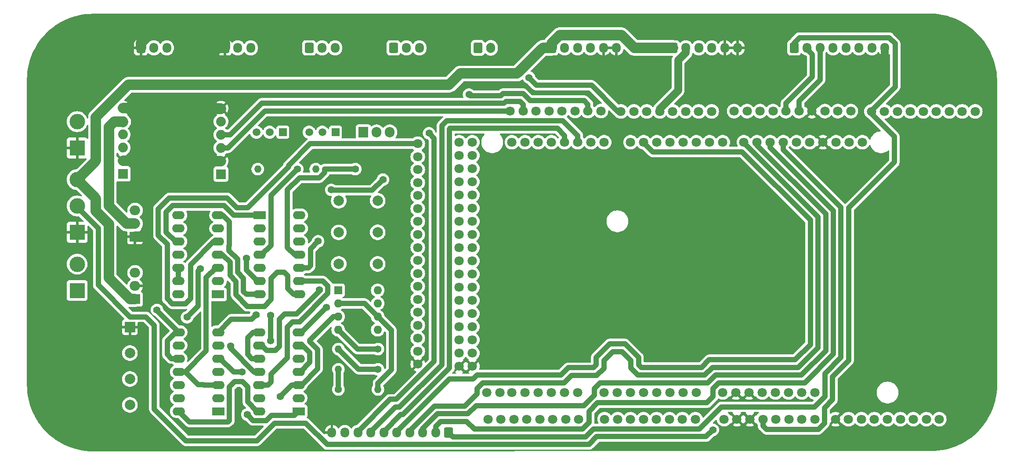
<source format=gbr>
%TF.GenerationSoftware,KiCad,Pcbnew,8.0.6*%
%TF.CreationDate,2024-12-14T18:37:45+02:00*%
%TF.ProjectId,Control_PCB,436f6e74-726f-46c5-9f50-43422e6b6963,rev?*%
%TF.SameCoordinates,Original*%
%TF.FileFunction,Copper,L1,Top*%
%TF.FilePolarity,Positive*%
%FSLAX46Y46*%
G04 Gerber Fmt 4.6, Leading zero omitted, Abs format (unit mm)*
G04 Created by KiCad (PCBNEW 8.0.6) date 2024-12-14 18:37:45*
%MOMM*%
%LPD*%
G01*
G04 APERTURE LIST*
G04 Aperture macros list*
%AMRoundRect*
0 Rectangle with rounded corners*
0 $1 Rounding radius*
0 $2 $3 $4 $5 $6 $7 $8 $9 X,Y pos of 4 corners*
0 Add a 4 corners polygon primitive as box body*
4,1,4,$2,$3,$4,$5,$6,$7,$8,$9,$2,$3,0*
0 Add four circle primitives for the rounded corners*
1,1,$1+$1,$2,$3*
1,1,$1+$1,$4,$5*
1,1,$1+$1,$6,$7*
1,1,$1+$1,$8,$9*
0 Add four rect primitives between the rounded corners*
20,1,$1+$1,$2,$3,$4,$5,0*
20,1,$1+$1,$4,$5,$6,$7,0*
20,1,$1+$1,$6,$7,$8,$9,0*
20,1,$1+$1,$8,$9,$2,$3,0*%
G04 Aperture macros list end*
%TA.AperFunction,ComponentPad*%
%ADD10C,2.000000*%
%TD*%
%TA.AperFunction,ComponentPad*%
%ADD11C,1.800000*%
%TD*%
%TA.AperFunction,ComponentPad*%
%ADD12R,1.879600X1.879600*%
%TD*%
%TA.AperFunction,ComponentPad*%
%ADD13C,1.879600*%
%TD*%
%TA.AperFunction,ComponentPad*%
%ADD14R,2.000000X1.905000*%
%TD*%
%TA.AperFunction,ComponentPad*%
%ADD15O,2.000000X1.905000*%
%TD*%
%TA.AperFunction,ComponentPad*%
%ADD16R,2.400000X1.600000*%
%TD*%
%TA.AperFunction,ComponentPad*%
%ADD17O,2.400000X1.600000*%
%TD*%
%TA.AperFunction,ComponentPad*%
%ADD18RoundRect,0.250000X-0.600000X-0.725000X0.600000X-0.725000X0.600000X0.725000X-0.600000X0.725000X0*%
%TD*%
%TA.AperFunction,ComponentPad*%
%ADD19O,1.700000X1.950000*%
%TD*%
%TA.AperFunction,ComponentPad*%
%ADD20C,1.400000*%
%TD*%
%TA.AperFunction,ComponentPad*%
%ADD21O,1.400000X1.400000*%
%TD*%
%TA.AperFunction,ComponentPad*%
%ADD22R,3.000000X3.000000*%
%TD*%
%TA.AperFunction,ComponentPad*%
%ADD23C,3.000000*%
%TD*%
%TA.AperFunction,ComponentPad*%
%ADD24RoundRect,0.250000X-0.600000X-0.750000X0.600000X-0.750000X0.600000X0.750000X-0.600000X0.750000X0*%
%TD*%
%TA.AperFunction,ComponentPad*%
%ADD25O,1.700000X2.000000*%
%TD*%
%TA.AperFunction,ComponentPad*%
%ADD26RoundRect,0.250000X0.600000X0.725000X-0.600000X0.725000X-0.600000X-0.725000X0.600000X-0.725000X0*%
%TD*%
%TA.AperFunction,ComponentPad*%
%ADD27R,1.500000X1.500000*%
%TD*%
%TA.AperFunction,ComponentPad*%
%ADD28C,1.500000*%
%TD*%
%TA.AperFunction,ComponentPad*%
%ADD29R,1.600000X1.600000*%
%TD*%
%TA.AperFunction,ComponentPad*%
%ADD30O,1.600000X1.600000*%
%TD*%
%TA.AperFunction,ComponentPad*%
%ADD31R,1.905000X2.000000*%
%TD*%
%TA.AperFunction,ComponentPad*%
%ADD32O,1.905000X2.000000*%
%TD*%
%TA.AperFunction,ComponentPad*%
%ADD33R,2.000000X2.000000*%
%TD*%
%TA.AperFunction,ViaPad*%
%ADD34C,1.400000*%
%TD*%
%TA.AperFunction,ViaPad*%
%ADD35C,5.000000*%
%TD*%
%TA.AperFunction,Conductor*%
%ADD36C,2.000000*%
%TD*%
%TA.AperFunction,Conductor*%
%ADD37C,1.000000*%
%TD*%
%TA.AperFunction,Conductor*%
%ADD38C,1.500000*%
%TD*%
G04 APERTURE END LIST*
D10*
%TO.P,C1,1*%
%TO.N,/cap*%
X110744000Y-94488000D03*
%TO.P,C1,2*%
%TO.N,/battery_gnd*%
X103244000Y-94488000D03*
%TD*%
D11*
%TO.P,J21,1,Pin_1*%
%TO.N,/Metal_Sens_Data*%
X164484143Y-124424000D03*
%TD*%
%TO.P,J90,1,Pin_1*%
%TO.N,Net-(J90-Pin_1)*%
X211484143Y-124424000D03*
%TD*%
%TO.P,J78,1,Pin_1*%
%TO.N,/arduino_5V_out*%
X205914000Y-65078000D03*
%TD*%
%TO.P,J20,1,Pin_1*%
%TO.N,Net-(J20-Pin_1)*%
X166984143Y-124424000D03*
%TD*%
%TO.P,J70,1,Pin_1*%
%TO.N,/SCL*%
X136278000Y-64998000D03*
%TD*%
%TO.P,J66,1,Pin_1*%
%TO.N,/EN2_Phase_A*%
X165114000Y-65078000D03*
%TD*%
%TO.P,J92,1,Pin_1*%
%TO.N,Net-(J92-Pin_1)*%
X206484143Y-124424000D03*
%TD*%
D12*
%TO.P,U6,1,OUT*%
%TO.N,/DAC2_Out*%
X80549762Y-77188000D03*
D13*
%TO.P,U6,2,GND*%
%TO.N,GND*%
X80549762Y-74648000D03*
%TO.P,U6,3,SCL*%
%TO.N,/SCL*%
X80549762Y-72108000D03*
%TO.P,U6,4,SDA*%
%TO.N,/SDA*%
X80549762Y-69568000D03*
%TO.P,U6,5,VCC*%
%TO.N,/Rect_Out_3.3v*%
X80549762Y-67028000D03*
%TO.P,U6,6,GND*%
%TO.N,GND*%
X80549762Y-64488000D03*
%TD*%
D11*
%TO.P,J68,1,Pin_1*%
%TO.N,/1*%
X160114000Y-65078000D03*
%TD*%
%TO.P,J65,1,Pin_1*%
%TO.N,/LEN*%
X167614000Y-65078000D03*
%TD*%
%TO.P,J51,1,Pin_1*%
%TO.N,GND*%
X118477365Y-113812000D03*
%TD*%
%TO.P,J13,1,Pin_1*%
%TO.N,/arduino_3V3_out*%
X187484143Y-124424000D03*
%TD*%
%TO.P,J86,1,Pin_1*%
%TO.N,Net-(J86-Pin_1)*%
X225914000Y-65078000D03*
%TD*%
%TO.P,J10,1,Pin_1*%
%TO.N,Net-(J10-Pin_1)*%
X194984143Y-124424000D03*
%TD*%
D14*
%TO.P,U2,1,IN*%
%TO.N,/Rect_Out_12v*%
X63984000Y-101270000D03*
D15*
%TO.P,U2,2,GND*%
%TO.N,GND*%
X63984000Y-98730000D03*
%TO.P,U2,3,OUT*%
%TO.N,/Rect_Out_9v*%
X63984000Y-96190000D03*
%TD*%
D11*
%TO.P,J33,1,Pin_1*%
%TO.N,Net-(J33-Pin_1)*%
X131984143Y-124424000D03*
%TD*%
%TO.P,J49,1,Pin_1*%
%TO.N,Net-(J49-Pin_1)*%
X118477365Y-108812000D03*
%TD*%
%TO.P,J42,1,Pin_1*%
%TO.N,Net-(J42-Pin_1)*%
X118477365Y-91312000D03*
%TD*%
%TO.P,J54,1,Pin_1*%
%TO.N,Net-(J54-Pin_1)*%
X196944000Y-65024000D03*
%TD*%
%TO.P,J67,1,Pin_1*%
%TO.N,/EN2_Phase_B*%
X162614000Y-65078000D03*
%TD*%
%TO.P,J45,1,Pin_1*%
%TO.N,Net-(J45-Pin_1)*%
X118477365Y-98812000D03*
%TD*%
%TO.P,J81,1,Pin_1*%
%TO.N,Net-(J81-Pin_1)*%
X213414000Y-65078000D03*
%TD*%
%TO.P,J91,1,Pin_1*%
%TO.N,Net-(J91-Pin_1)*%
X208984143Y-124424000D03*
%TD*%
%TO.P,J56,1,Pin_1*%
%TO.N,/RIS*%
X191944000Y-65024000D03*
%TD*%
D12*
%TO.P,U8,1,OUT*%
%TO.N,/DAC1_Out*%
X61684762Y-77163000D03*
D13*
%TO.P,U8,2,GND*%
%TO.N,GND*%
X61684762Y-74623000D03*
%TO.P,U8,3,SCL*%
%TO.N,/SCL*%
X61684762Y-72083000D03*
%TO.P,U8,4,SDA*%
%TO.N,/SDA*%
X61684762Y-69543000D03*
%TO.P,U8,5,VCC*%
%TO.N,/Rect_Out_3.3v*%
X61684762Y-67003000D03*
%TO.P,U8,6,GND*%
%TO.N,GND*%
X61684762Y-64463000D03*
%TD*%
D16*
%TO.P,U5,1*%
%TO.N,/battery_vcc*%
X79983762Y-100348000D03*
D17*
%TO.P,U5,2*%
%TO.N,/clk*%
X79983762Y-97808000D03*
%TO.P,U5,3*%
%TO.N,/clk_inv*%
X79983762Y-95268000D03*
%TO.P,U5,4*%
%TO.N,Net-(U5-Pad4)*%
X79983762Y-92728000D03*
%TO.P,U5,5*%
%TO.N,/arduino_5V_out*%
X79983762Y-90188000D03*
%TO.P,U5,6*%
%TO.N,/driver2_5V_out*%
X79983762Y-87648000D03*
%TO.P,U5,7,VSS*%
%TO.N,/battery_gnd*%
X79983762Y-85108000D03*
%TO.P,U5,8*%
%TO.N,/arduino_5V_out*%
X72363762Y-85108000D03*
%TO.P,U5,9*%
%TO.N,/driver1_5V_out*%
X72363762Y-87648000D03*
%TO.P,U5,10*%
%TO.N,Net-(U5-Pad10)*%
X72363762Y-90188000D03*
%TO.P,U5,11*%
%TO.N,unconnected-(U5-Pad11)*%
X72363762Y-92728000D03*
%TO.P,U5,12*%
%TO.N,/battery_gnd*%
X72363762Y-95268000D03*
%TO.P,U5,13*%
X72363762Y-97808000D03*
%TO.P,U5,14,VDD*%
%TO.N,/battery_vcc*%
X72363762Y-100348000D03*
%TD*%
D11*
%TO.P,J76,1,Pin_1*%
%TO.N,/15*%
X151278000Y-64998000D03*
%TD*%
D18*
%TO.P,J6,1,Pin_1*%
%TO.N,/Rect_Out_12v*%
X144272000Y-52832000D03*
D19*
%TO.P,J6,2,Pin_2*%
%TO.N,/EN1_Phase_A*%
X146772000Y-52832000D03*
%TO.P,J6,3,Pin_3*%
%TO.N,/EN1_Phase_B*%
X149272000Y-52832000D03*
%TO.P,J6,4,Pin_4*%
%TO.N,/EN1_Phase_Z*%
X151772000Y-52832000D03*
%TO.P,J6,5,Pin_5*%
%TO.N,GND*%
X154272000Y-52832000D03*
%TO.P,J6,6,Pin_6*%
X156772000Y-52832000D03*
%TD*%
D11*
%TO.P,J28,1,Pin_1*%
%TO.N,Net-(J28-Pin_1)*%
X144484143Y-124424000D03*
%TD*%
%TO.P,J32,1,Pin_1*%
%TO.N,Net-(J32-Pin_1)*%
X134484143Y-124424000D03*
%TD*%
%TO.P,J79,1,Pin_1*%
%TO.N,Net-(J79-Pin_1)*%
X208414000Y-65078000D03*
%TD*%
%TO.P,J48,1,Pin_1*%
%TO.N,Net-(J48-Pin_1)*%
X118477365Y-106312000D03*
%TD*%
%TO.P,J37,1,Pin_1*%
%TO.N,Net-(J37-Pin_1)*%
X118477365Y-78812000D03*
%TD*%
%TO.P,J16,1,Pin_1*%
%TO.N,GND*%
X179984143Y-124424000D03*
%TD*%
%TO.P,J83,1,Pin_1*%
%TO.N,Net-(J83-Pin_1)*%
X218414000Y-65078000D03*
%TD*%
%TO.P,J29,1,Pin_1*%
%TO.N,Net-(J29-Pin_1)*%
X141984143Y-124424000D03*
%TD*%
%TO.P,J73,1,Pin_1*%
%TO.N,/EN1_Phase_B*%
X143778000Y-64998000D03*
%TD*%
%TO.P,J60,1,Pin_1*%
%TO.N,/9*%
X181944000Y-65024000D03*
%TD*%
%TO.P,J82,1,Pin_1*%
%TO.N,Net-(J82-Pin_1)*%
X215914000Y-65078000D03*
%TD*%
%TO.P,J40,1,Pin_1*%
%TO.N,Net-(J40-Pin_1)*%
X118477365Y-86312000D03*
%TD*%
%TO.P,J27,1,Pin_1*%
%TO.N,Net-(J27-Pin_1)*%
X146984143Y-124424000D03*
%TD*%
D18*
%TO.P,J3,1,Pin_1*%
%TO.N,/driver1_5V_out*%
X97536000Y-52832000D03*
D19*
%TO.P,J3,2,Pin_2*%
%TO.N,/driver1_ter_1*%
X100036000Y-52832000D03*
%TO.P,J3,3,Pin_3*%
%TO.N,/driver1_ter_2*%
X102536000Y-52832000D03*
%TD*%
D20*
%TO.P,R3,1*%
%TO.N,Net-(R2-Pad2)*%
X103180000Y-118700000D03*
D21*
%TO.P,R3,2*%
%TO.N,/cap*%
X110800000Y-118700000D03*
%TD*%
D11*
%TO.P,J30,1,Pin_1*%
%TO.N,Net-(J30-Pin_1)*%
X139484143Y-124424000D03*
%TD*%
%TO.P,J36,1,Pin_1*%
%TO.N,Net-(J36-Pin_1)*%
X118477365Y-76312000D03*
%TD*%
%TO.P,J85,1,Pin_1*%
%TO.N,Net-(J85-Pin_1)*%
X223414000Y-65078000D03*
%TD*%
%TO.P,J80,1,Pin_1*%
%TO.N,Net-(J80-Pin_1)*%
X210914000Y-65078000D03*
%TD*%
%TO.P,J19,1,Pin_1*%
%TO.N,Net-(J19-Pin_1)*%
X169484143Y-124424000D03*
%TD*%
%TO.P,J64,1,Pin_1*%
%TO.N,/REN*%
X170114000Y-65078000D03*
%TD*%
%TO.P,J57,1,Pin_1*%
%TO.N,/LIS*%
X189444000Y-65024000D03*
%TD*%
%TO.P,J62,1,Pin_1*%
%TO.N,/RPWM*%
X175114000Y-65078000D03*
%TD*%
%TO.P,J94,1,Pin_1*%
%TO.N,Net-(J94-Pin_1)*%
X201484143Y-124424000D03*
%TD*%
%TO.P,J41,1,Pin_1*%
%TO.N,Net-(J41-Pin_1)*%
X118477365Y-88812000D03*
%TD*%
%TO.P,J34,1,Pin_1*%
%TO.N,/arduino_5V_out*%
X118477365Y-71312000D03*
%TD*%
%TO.P,J93,1,Pin_1*%
%TO.N,Net-(J93-Pin_1)*%
X203984143Y-124424000D03*
%TD*%
D20*
%TO.P,R4,1*%
%TO.N,/con_sig1*%
X95250000Y-76200000D03*
D21*
%TO.P,R4,2*%
%TO.N,Net-(Q1-B)*%
X87630000Y-76200000D03*
%TD*%
D22*
%TO.P,J8,1,Pin_1*%
%TO.N,GND*%
X52832000Y-88392000D03*
D23*
%TO.P,J8,2,Pin_2*%
%TO.N,/Metal_Sens_Data*%
X52832000Y-83312000D03*
%TO.P,J8,3,Pin_3*%
%TO.N,/Rect_Out_12v*%
X52832000Y-78232000D03*
%TD*%
D24*
%TO.P,J96,1,Pin_1*%
%TO.N,/battery_vcc_9v*%
X130048000Y-52832000D03*
D25*
%TO.P,J96,2,Pin_2*%
%TO.N,/battery_gnd*%
X132548000Y-52832000D03*
%TD*%
D11*
%TO.P,J31,1,Pin_1*%
%TO.N,Net-(J31-Pin_1)*%
X136984143Y-124424000D03*
%TD*%
D26*
%TO.P,J98,1,Pin_1*%
%TO.N,/11*%
X124420000Y-127000000D03*
D19*
%TO.P,J98,2,Pin_2*%
%TO.N,/10*%
X121920000Y-127000000D03*
%TO.P,J98,3,Pin_3*%
%TO.N,/9*%
X119420000Y-127000000D03*
%TO.P,J98,4,Pin_4*%
%TO.N,/8*%
X116920000Y-127000000D03*
%TO.P,J98,5,Pin_5*%
%TO.N,/1*%
X114420000Y-127000000D03*
%TO.P,J98,6,Pin_6*%
%TO.N,/17*%
X111920000Y-127000000D03*
%TO.P,J98,7,Pin_7*%
%TO.N,/16*%
X109420000Y-127000000D03*
%TO.P,J98,8,Pin_8*%
%TO.N,/0*%
X106920000Y-127000000D03*
%TO.P,J98,9,Pin_9*%
%TO.N,/15*%
X104420000Y-127000000D03*
%TO.P,J98,10,Pin_10*%
%TO.N,GND*%
X101920000Y-127000000D03*
%TD*%
D22*
%TO.P,J9,1,Pin_1*%
%TO.N,+12V*%
X52820000Y-99610000D03*
D23*
%TO.P,J9,2,Pin_2*%
%TO.N,/Input_Ground*%
X52820000Y-94530000D03*
%TD*%
D16*
%TO.P,U11,1,Q*%
%TO.N,/reg1_out*%
X95504000Y-122893000D03*
D17*
%TO.P,U11,2,~{Q}*%
%TO.N,/reg1_out_inv*%
X95504000Y-120353000D03*
%TO.P,U11,3,C*%
%TO.N,/clk*%
X95504000Y-117813000D03*
%TO.P,U11,4,R*%
%TO.N,/battery_gnd*%
X95504000Y-115273000D03*
%TO.P,U11,5,D*%
%TO.N,Net-(U11A-D)*%
X95504000Y-112733000D03*
%TO.P,U11,6,S*%
%TO.N,/battery_gnd*%
X95504000Y-110193000D03*
%TO.P,U11,7,VSS*%
X95504000Y-107653000D03*
%TO.P,U11,8,S*%
X87884000Y-107653000D03*
%TO.P,U11,9,D*%
%TO.N,Net-(U11B-D)*%
X87884000Y-110193000D03*
%TO.P,U11,10,R*%
%TO.N,/battery_gnd*%
X87884000Y-112733000D03*
%TO.P,U11,11,C*%
%TO.N,/clk*%
X87884000Y-115273000D03*
%TO.P,U11,12,~{Q}*%
%TO.N,/reg3_out_inv*%
X87884000Y-117813000D03*
%TO.P,U11,13,Q*%
%TO.N,/reg3_out*%
X87884000Y-120353000D03*
%TO.P,U11,14,VDD*%
%TO.N,/battery_vcc*%
X87884000Y-122893000D03*
%TD*%
D11*
%TO.P,J44,1,Pin_1*%
%TO.N,Net-(J44-Pin_1)*%
X118477365Y-96312000D03*
%TD*%
%TO.P,J74,1,Pin_1*%
%TO.N,/17*%
X146278000Y-64998000D03*
%TD*%
D18*
%TO.P,J4,1,Pin_1*%
%TO.N,/arduino_5V_out*%
X191008000Y-52832000D03*
D19*
%TO.P,J4,2,Pin_2*%
%TO.N,/LIS*%
X193508000Y-52832000D03*
%TO.P,J4,3,Pin_3*%
%TO.N,/RIS*%
X196008000Y-52832000D03*
%TO.P,J4,4,Pin_4*%
%TO.N,/LEN*%
X198508000Y-52832000D03*
%TO.P,J4,5,Pin_5*%
%TO.N,/REN*%
X201008000Y-52832000D03*
%TO.P,J4,6,Pin_6*%
%TO.N,/LPWM*%
X203508000Y-52832000D03*
%TO.P,J4,7,Pin_7*%
%TO.N,/RPWM*%
X206008000Y-52832000D03*
%TO.P,J4,8,Pin_8*%
%TO.N,GND*%
X208508000Y-52832000D03*
%TD*%
D11*
%TO.P,J39,1,Pin_1*%
%TO.N,Net-(J39-Pin_1)*%
X118477365Y-83812000D03*
%TD*%
%TO.P,J46,1,Pin_1*%
%TO.N,Net-(J46-Pin_1)*%
X118477365Y-101312000D03*
%TD*%
%TO.P,J72,1,Pin_1*%
%TO.N,/EN1_Phase_A*%
X141278000Y-64998000D03*
%TD*%
%TO.P,J43,1,Pin_1*%
%TO.N,Net-(J43-Pin_1)*%
X118477365Y-93812000D03*
%TD*%
%TO.P,J71,1,Pin_1*%
%TO.N,/SDA*%
X138778000Y-64998000D03*
%TD*%
D27*
%TO.P,Q1,1,E*%
%TO.N,/driver1_ter_2*%
X92456000Y-69088000D03*
D28*
%TO.P,Q1,2,B*%
%TO.N,Net-(Q1-B)*%
X89916000Y-69088000D03*
%TO.P,Q1,3,C*%
%TO.N,/driver1_ter_1*%
X87376000Y-69088000D03*
%TD*%
D11*
%TO.P,J69,1,Pin_1*%
%TO.N,/0*%
X157614000Y-65078000D03*
%TD*%
D29*
%TO.P,U9,1,GND*%
%TO.N,/battery_gnd*%
X103124000Y-99568000D03*
D30*
%TO.P,U9,2,TR*%
%TO.N,/cap*%
X103124000Y-102108000D03*
%TO.P,U9,3,Q*%
%TO.N,/clk*%
X103124000Y-104648000D03*
%TO.P,U9,4,R*%
%TO.N,/battery_vcc*%
X103124000Y-107188000D03*
%TO.P,U9,5,CV*%
%TO.N,unconnected-(U9-CV-Pad5)*%
X110744000Y-107188000D03*
%TO.P,U9,6,THR*%
%TO.N,/cap*%
X110744000Y-104648000D03*
%TO.P,U9,7,DIS*%
%TO.N,/res_m*%
X110744000Y-102108000D03*
%TO.P,U9,8,VCC*%
%TO.N,/battery_vcc*%
X110744000Y-99568000D03*
%TD*%
D11*
%TO.P,J88,1,Pin_1*%
%TO.N,Net-(J88-Pin_1)*%
X216484143Y-124424000D03*
%TD*%
%TO.P,J63,1,Pin_1*%
%TO.N,/LPWM*%
X172614000Y-65078000D03*
%TD*%
D22*
%TO.P,J7,1,Pin_1*%
%TO.N,GND*%
X52832000Y-72136000D03*
D23*
%TO.P,J7,2,Pin_2*%
%TO.N,/Rect_Out_9v*%
X52832000Y-67056000D03*
%TD*%
D18*
%TO.P,J1,1,Pin_1*%
%TO.N,GND*%
X81280000Y-52832000D03*
D19*
%TO.P,J1,2,Pin_2*%
%TO.N,/DAC1_Out*%
X83780000Y-52832000D03*
%TO.P,J1,3,Pin_3*%
%TO.N,/DAC2_Out*%
X86280000Y-52832000D03*
%TD*%
D11*
%TO.P,J23,1,Pin_1*%
%TO.N,Net-(J23-Pin_1)*%
X159484143Y-124424000D03*
%TD*%
%TO.P,J24,1,Pin_1*%
%TO.N,Net-(J24-Pin_1)*%
X156984143Y-124424000D03*
%TD*%
%TO.P,J22,1,Pin_1*%
%TO.N,Net-(J22-Pin_1)*%
X161984143Y-124424000D03*
%TD*%
D18*
%TO.P,J2,1,Pin_1*%
%TO.N,GND*%
X65104000Y-52832000D03*
D19*
%TO.P,J2,2,Pin_2*%
%TO.N,/DAC1_Out*%
X67604000Y-52832000D03*
%TO.P,J2,3,Pin_3*%
%TO.N,/DAC2_Out*%
X70104000Y-52832000D03*
%TD*%
D11*
%TO.P,J52,1,Pin_1*%
%TO.N,/SCL*%
X201944000Y-65024000D03*
%TD*%
%TO.P,J26,1,Pin_1*%
%TO.N,Net-(J26-Pin_1)*%
X149484143Y-124424000D03*
%TD*%
%TO.P,J53,1,Pin_1*%
%TO.N,/SDA*%
X199444000Y-65024000D03*
%TD*%
D20*
%TO.P,R1,1*%
%TO.N,/battery_vcc*%
X110800000Y-110900000D03*
D21*
%TO.P,R1,2*%
%TO.N,/res_m*%
X103180000Y-110900000D03*
%TD*%
D11*
%TO.P,J12,1,Pin_1*%
%TO.N,Net-(J12-Pin_1)*%
X189984143Y-124424000D03*
%TD*%
D31*
%TO.P,U1,1,IN*%
%TO.N,/battery_vcc_9v*%
X108000000Y-69100000D03*
D32*
%TO.P,U1,2,GND*%
%TO.N,/battery_gnd*%
X110540000Y-69100000D03*
%TO.P,U1,3,OUT*%
%TO.N,/battery_vcc*%
X113080000Y-69100000D03*
%TD*%
D11*
%TO.P,J35,1,Pin_1*%
%TO.N,Net-(J35-Pin_1)*%
X118477365Y-73812000D03*
%TD*%
%TO.P,A1,0,0*%
%TO.N,/0*%
X159484143Y-71027000D03*
%TO.P,A1,1,1*%
%TO.N,/1*%
X162024143Y-71027000D03*
%TO.P,A1,2,2*%
%TO.N,/EN2_Phase_B*%
X164564143Y-71027000D03*
%TO.P,A1,3,3*%
%TO.N,/EN2_Phase_A*%
X167104143Y-71027000D03*
%TO.P,A1,3V3,+3V3*%
%TO.N,/arduino_3V3_out*%
X187424143Y-119287000D03*
%TO.P,A1,4,4*%
%TO.N,/LEN*%
X169644143Y-71027000D03*
%TO.P,A1,5,5*%
%TO.N,/REN*%
X172184143Y-71027000D03*
%TO.P,A1,5V_1,+5V_1*%
%TO.N,/arduino_5V_out*%
X184884143Y-119287000D03*
%TO.P,A1,5V_2,+5V_2*%
X129004143Y-71027000D03*
%TO.P,A1,5V_3,+5V_3*%
X126464143Y-71027000D03*
%TO.P,A1,6,6*%
%TO.N,/LPWM*%
X174724143Y-71027000D03*
%TO.P,A1,7,7*%
%TO.N,/RPWM*%
X177264143Y-71027000D03*
%TO.P,A1,8,8*%
%TO.N,/8*%
X181328143Y-71027000D03*
%TO.P,A1,9,9*%
%TO.N,/9*%
X183868143Y-71027000D03*
%TO.P,A1,10,10*%
%TO.N,/10*%
X186408143Y-71027000D03*
%TO.P,A1,11,11*%
%TO.N,/11*%
X188948143Y-71027000D03*
%TO.P,A1,12,12*%
%TO.N,/LIS*%
X191488143Y-71027000D03*
%TO.P,A1,13,13*%
%TO.N,/RIS*%
X194028143Y-71027000D03*
%TO.P,A1,14,14*%
%TO.N,/14*%
X154404143Y-71027000D03*
%TO.P,A1,15,15*%
%TO.N,/15*%
X151864143Y-71027000D03*
%TO.P,A1,16,16*%
%TO.N,/16*%
X149324143Y-71027000D03*
%TO.P,A1,17,17*%
%TO.N,/17*%
X146784143Y-71027000D03*
%TO.P,A1,18,18*%
%TO.N,/EN1_Phase_B*%
X144244143Y-71027000D03*
%TO.P,A1,19,19*%
%TO.N,/EN1_Phase_A*%
X141704143Y-71027000D03*
%TO.P,A1,20,20*%
%TO.N,/SDA*%
X139164143Y-71027000D03*
%TO.P,A1,21,21*%
%TO.N,/SCL*%
X136624143Y-71027000D03*
%TO.P,A1,22,22*%
%TO.N,Net-(J79-Pin_1)*%
X129004143Y-73567000D03*
%TO.P,A1,23,23*%
%TO.N,Net-(J35-Pin_1)*%
X126464143Y-73567000D03*
%TO.P,A1,24,24*%
%TO.N,Net-(J80-Pin_1)*%
X129004143Y-76107000D03*
%TO.P,A1,25,25*%
%TO.N,Net-(J36-Pin_1)*%
X126464143Y-76107000D03*
%TO.P,A1,26,26*%
%TO.N,Net-(J81-Pin_1)*%
X129004143Y-78647000D03*
%TO.P,A1,27,27*%
%TO.N,Net-(J37-Pin_1)*%
X126464143Y-78647000D03*
%TO.P,A1,28,28*%
%TO.N,Net-(J82-Pin_1)*%
X129004143Y-81187000D03*
%TO.P,A1,29,29*%
%TO.N,Net-(J38-Pin_1)*%
X126464143Y-81187000D03*
%TO.P,A1,30,30*%
%TO.N,Net-(J83-Pin_1)*%
X129004143Y-83727000D03*
%TO.P,A1,31,31*%
%TO.N,Net-(J39-Pin_1)*%
X126464143Y-83727000D03*
%TO.P,A1,32,32*%
%TO.N,Net-(J84-Pin_1)*%
X129004143Y-86267000D03*
%TO.P,A1,33,33*%
%TO.N,Net-(J40-Pin_1)*%
X126464143Y-86267000D03*
%TO.P,A1,34,34*%
%TO.N,Net-(J85-Pin_1)*%
X129004143Y-88807000D03*
%TO.P,A1,35,35*%
%TO.N,Net-(J41-Pin_1)*%
X126464143Y-88807000D03*
%TO.P,A1,36,36*%
%TO.N,Net-(J86-Pin_1)*%
X129004143Y-91347000D03*
%TO.P,A1,37,37*%
%TO.N,Net-(J42-Pin_1)*%
X126464143Y-91347000D03*
%TO.P,A1,38,38*%
%TO.N,Net-(J87-Pin_1)*%
X129004143Y-93887000D03*
%TO.P,A1,39,39*%
%TO.N,Net-(J43-Pin_1)*%
X126464143Y-93887000D03*
%TO.P,A1,40,40*%
%TO.N,Net-(J88-Pin_1)*%
X129004143Y-96427000D03*
%TO.P,A1,41,41*%
%TO.N,Net-(J44-Pin_1)*%
X126464143Y-96427000D03*
%TO.P,A1,42,42*%
%TO.N,Net-(J89-Pin_1)*%
X129004143Y-98967000D03*
%TO.P,A1,43,43*%
%TO.N,Net-(J45-Pin_1)*%
X126464143Y-98967000D03*
%TO.P,A1,44,44*%
%TO.N,Net-(J90-Pin_1)*%
X129004143Y-101507000D03*
%TO.P,A1,45,45*%
%TO.N,Net-(J46-Pin_1)*%
X126464143Y-101507000D03*
%TO.P,A1,46,46*%
%TO.N,Net-(J91-Pin_1)*%
X129004143Y-104047000D03*
%TO.P,A1,47,47*%
%TO.N,Net-(J47-Pin_1)*%
X126464143Y-104047000D03*
%TO.P,A1,48,48*%
%TO.N,Net-(J92-Pin_1)*%
X129004143Y-106587000D03*
%TO.P,A1,49,49*%
%TO.N,Net-(J48-Pin_1)*%
X126464143Y-106587000D03*
%TO.P,A1,50,50*%
%TO.N,Net-(J93-Pin_1)*%
X129004143Y-109127000D03*
%TO.P,A1,51,51*%
%TO.N,Net-(J49-Pin_1)*%
X126464143Y-109127000D03*
%TO.P,A1,52,52*%
%TO.N,Net-(J94-Pin_1)*%
X129004143Y-111667000D03*
%TO.P,A1,53,53*%
%TO.N,Net-(J50-Pin_1)*%
X126464143Y-111667000D03*
%TO.P,A1,AD0,AD0*%
%TO.N,Net-(J18-Pin_1)*%
X172184143Y-119287000D03*
%TO.P,A1,AD1,AD1*%
%TO.N,Net-(J19-Pin_1)*%
X169644143Y-119287000D03*
%TO.P,A1,AD2,AD2*%
%TO.N,Net-(J20-Pin_1)*%
X167104143Y-119287000D03*
%TO.P,A1,AD3,AD3*%
%TO.N,/Metal_Sens_Data*%
X164564143Y-119287000D03*
%TO.P,A1,AD4,AD4*%
%TO.N,Net-(J22-Pin_1)*%
X162024143Y-119287000D03*
%TO.P,A1,AD5,AD5*%
%TO.N,Net-(J23-Pin_1)*%
X159484143Y-119287000D03*
%TO.P,A1,AD6,AD6*%
%TO.N,Net-(J24-Pin_1)*%
X156944143Y-119287000D03*
%TO.P,A1,AD7,AD7*%
%TO.N,Net-(J25-Pin_1)*%
X154404143Y-119287000D03*
%TO.P,A1,AD8,AD8*%
%TO.N,Net-(J26-Pin_1)*%
X149324143Y-119287000D03*
%TO.P,A1,AD9,AD9*%
%TO.N,Net-(J27-Pin_1)*%
X146784143Y-119287000D03*
%TO.P,A1,AD10,AD10*%
%TO.N,Net-(J28-Pin_1)*%
X144244143Y-119287000D03*
%TO.P,A1,AD11,AD11*%
%TO.N,Net-(J29-Pin_1)*%
X141704143Y-119287000D03*
%TO.P,A1,AD12,AD12*%
%TO.N,Net-(J30-Pin_1)*%
X139164143Y-119287000D03*
%TO.P,A1,AD13,AD13*%
%TO.N,Net-(J31-Pin_1)*%
X136624143Y-119287000D03*
%TO.P,A1,AD14,AD14*%
%TO.N,Net-(J32-Pin_1)*%
X134338143Y-119287000D03*
%TO.P,A1,AD15,AD15*%
%TO.N,Net-(J33-Pin_1)*%
X131798143Y-119287000D03*
%TO.P,A1,AREF,AREF*%
%TO.N,Net-(J54-Pin_1)*%
X199108143Y-71027000D03*
%TO.P,A1,GND1,GND1*%
%TO.N,GND*%
X182344143Y-119287000D03*
%TO.P,A1,GND2,GND2*%
X179804143Y-119287000D03*
%TO.P,A1,GND3,GND3*%
X196568143Y-71027000D03*
%TO.P,A1,GND4,GND4*%
X129004143Y-114207000D03*
%TO.P,A1,GND5,GND5*%
X126464143Y-114207000D03*
%TO.P,A1,IOREF,IOREF*%
%TO.N,Net-(J11-Pin_1)*%
X192504143Y-119287000D03*
%TO.P,A1,NC,NC*%
%TO.N,Net-(J10-Pin_1)*%
X195044143Y-119287000D03*
%TO.P,A1,RESET,RESET*%
%TO.N,Net-(J12-Pin_1)*%
X189964143Y-119287000D03*
%TO.P,A1,SCL,SCL*%
%TO.N,/SCL*%
X204188143Y-71027000D03*
%TO.P,A1,SDA,SDA*%
%TO.N,/SDA*%
X201648143Y-71027000D03*
%TO.P,A1,VIN,VIN*%
%TO.N,Net-(J17-Pin_1)*%
X177264143Y-119287000D03*
%TD*%
%TO.P,J18,1,Pin_1*%
%TO.N,Net-(J18-Pin_1)*%
X171984143Y-124424000D03*
%TD*%
%TO.P,J84,1,Pin_1*%
%TO.N,Net-(J84-Pin_1)*%
X220914000Y-65078000D03*
%TD*%
%TO.P,J87,1,Pin_1*%
%TO.N,Net-(J87-Pin_1)*%
X218984143Y-124424000D03*
%TD*%
%TO.P,J17,1,Pin_1*%
%TO.N,Net-(J17-Pin_1)*%
X177484143Y-124424000D03*
%TD*%
%TO.P,J47,1,Pin_1*%
%TO.N,Net-(J47-Pin_1)*%
X118477365Y-103812000D03*
%TD*%
%TO.P,J25,1,Pin_1*%
%TO.N,Net-(J25-Pin_1)*%
X154484143Y-124424000D03*
%TD*%
D14*
%TO.P,U4,1,GND*%
%TO.N,GND*%
X63984000Y-89250000D03*
D15*
%TO.P,U4,2,VO*%
%TO.N,/Rect_Out_3.3v*%
X63984000Y-86710000D03*
%TO.P,U4,3,VI*%
%TO.N,/Rect_Out_9v*%
X63984000Y-84170000D03*
%TD*%
D11*
%TO.P,J89,1,Pin_1*%
%TO.N,Net-(J89-Pin_1)*%
X213984143Y-124424000D03*
%TD*%
D16*
%TO.P,U10,1,Q*%
%TO.N,unconnected-(U10A-Q-Pad1)*%
X80004000Y-122893000D03*
D17*
%TO.P,U10,2,~{Q}*%
%TO.N,Net-(U10A-~{Q})*%
X80004000Y-120353000D03*
%TO.P,U10,3,C*%
%TO.N,/clk_inv*%
X80004000Y-117813000D03*
%TO.P,U10,4,R*%
%TO.N,/battery_gnd*%
X80004000Y-115273000D03*
%TO.P,U10,5,D*%
%TO.N,/reg1_out*%
X80004000Y-112733000D03*
%TO.P,U10,6,S*%
%TO.N,/battery_gnd*%
X80004000Y-110193000D03*
%TO.P,U10,7,VSS*%
X80004000Y-107653000D03*
%TO.P,U10,8,S*%
X72384000Y-107653000D03*
%TO.P,U10,9,D*%
%TO.N,/reg3_out*%
X72384000Y-110193000D03*
%TO.P,U10,10,R*%
%TO.N,/battery_gnd*%
X72384000Y-112733000D03*
%TO.P,U10,11,C*%
%TO.N,/clk_inv*%
X72384000Y-115273000D03*
%TO.P,U10,12,~{Q}*%
%TO.N,Net-(U10B-~{Q})*%
X72384000Y-117813000D03*
%TO.P,U10,13,Q*%
%TO.N,unconnected-(U10B-Q-Pad13)*%
X72384000Y-120353000D03*
%TO.P,U10,14,VDD*%
%TO.N,/battery_vcc*%
X72384000Y-122893000D03*
%TD*%
D11*
%TO.P,J61,1,Pin_1*%
%TO.N,/8*%
X179444000Y-65024000D03*
%TD*%
D27*
%TO.P,Q2,1,E*%
%TO.N,/driver2_ter_2*%
X102616000Y-69088000D03*
D28*
%TO.P,Q2,2,B*%
%TO.N,Net-(Q2-B)*%
X100076000Y-69088000D03*
%TO.P,Q2,3,C*%
%TO.N,/driver2_ter_1*%
X97536000Y-69088000D03*
%TD*%
D11*
%TO.P,J77,1,Pin_1*%
%TO.N,/14*%
X153778000Y-64998000D03*
%TD*%
D20*
%TO.P,R5,1*%
%TO.N,/con_sig2*%
X106426000Y-76200000D03*
D21*
%TO.P,R5,2*%
%TO.N,Net-(Q2-B)*%
X98806000Y-76200000D03*
%TD*%
D10*
%TO.P,C2,1*%
%TO.N,/cap*%
X110744000Y-88392000D03*
%TO.P,C2,2*%
%TO.N,/battery_gnd*%
X103244000Y-88392000D03*
%TD*%
D11*
%TO.P,J50,1,Pin_1*%
%TO.N,Net-(J50-Pin_1)*%
X118477365Y-111312000D03*
%TD*%
%TO.P,J58,1,Pin_1*%
%TO.N,/11*%
X186944000Y-65024000D03*
%TD*%
%TO.P,J14,1,Pin_1*%
%TO.N,/arduino_5V_out*%
X184984143Y-124424000D03*
%TD*%
D18*
%TO.P,J5,1,Pin_1*%
%TO.N,/Rect_Out_12v*%
X167640000Y-52832000D03*
D19*
%TO.P,J5,2,Pin_2*%
%TO.N,/EN2_Phase_A*%
X170140000Y-52832000D03*
%TO.P,J5,3,Pin_3*%
%TO.N,/EN2_Phase_B*%
X172640000Y-52832000D03*
%TO.P,J5,4,Pin_4*%
%TO.N,/EN2_Phase_Z*%
X175140000Y-52832000D03*
%TO.P,J5,5,Pin_5*%
%TO.N,GND*%
X177640000Y-52832000D03*
%TO.P,J5,6,Pin_6*%
X180140000Y-52832000D03*
%TD*%
D20*
%TO.P,R2,1*%
%TO.N,/res_m*%
X110800000Y-114800000D03*
D21*
%TO.P,R2,2*%
%TO.N,Net-(R2-Pad2)*%
X103180000Y-114800000D03*
%TD*%
D11*
%TO.P,J11,1,Pin_1*%
%TO.N,Net-(J11-Pin_1)*%
X192484143Y-124424000D03*
%TD*%
%TO.P,J75,1,Pin_1*%
%TO.N,/16*%
X148778000Y-64998000D03*
%TD*%
%TO.P,J15,1,Pin_1*%
%TO.N,GND*%
X182484143Y-124424000D03*
%TD*%
%TO.P,J59,1,Pin_1*%
%TO.N,/10*%
X184444000Y-65024000D03*
%TD*%
D16*
%TO.P,U7,1*%
%TO.N,Net-(U5-Pad10)*%
X87983762Y-85108000D03*
D17*
%TO.P,U7,2*%
%TO.N,/reg1_out_inv*%
X87983762Y-87648000D03*
%TO.P,U7,3*%
%TO.N,Net-(U11A-D)*%
X87983762Y-90188000D03*
%TO.P,U7,4*%
%TO.N,/con_sig1*%
X87983762Y-92728000D03*
%TO.P,U7,5*%
%TO.N,Net-(U10A-~{Q})*%
X87983762Y-95268000D03*
%TO.P,U7,6*%
%TO.N,/reg1_out*%
X87983762Y-97808000D03*
%TO.P,U7,7,VSS*%
%TO.N,/battery_gnd*%
X87983762Y-100348000D03*
%TO.P,U7,8*%
%TO.N,Net-(U5-Pad4)*%
X95603762Y-100348000D03*
%TO.P,U7,9*%
%TO.N,/reg3_out_inv*%
X95603762Y-97808000D03*
%TO.P,U7,10*%
%TO.N,Net-(U11B-D)*%
X95603762Y-95268000D03*
%TO.P,U7,11*%
%TO.N,/con_sig2*%
X95603762Y-92728000D03*
%TO.P,U7,12*%
%TO.N,Net-(U10B-~{Q})*%
X95603762Y-90188000D03*
%TO.P,U7,13*%
%TO.N,/reg3_out*%
X95603762Y-87648000D03*
%TO.P,U7,14,VDD*%
%TO.N,/battery_vcc*%
X95603762Y-85108000D03*
%TD*%
D11*
%TO.P,J38,1,Pin_1*%
%TO.N,Net-(J38-Pin_1)*%
X118477365Y-81312000D03*
%TD*%
%TO.P,J95,1,Pin_1*%
%TO.N,GND*%
X198984143Y-124424000D03*
%TD*%
D18*
%TO.P,J97,1,Pin_1*%
%TO.N,/driver2_5V_out*%
X113792000Y-52832000D03*
D19*
%TO.P,J97,2,Pin_2*%
%TO.N,/driver2_ter_1*%
X116292000Y-52832000D03*
%TO.P,J97,3,Pin_3*%
%TO.N,/driver2_ter_2*%
X118792000Y-52832000D03*
%TD*%
D33*
%TO.P,D1,1,-*%
%TO.N,GND*%
X62992000Y-106680000D03*
D10*
%TO.P,D1,2*%
%TO.N,+12V*%
X62992000Y-111680000D03*
%TO.P,D1,3*%
%TO.N,/Input_Ground*%
X62992000Y-116680000D03*
%TO.P,D1,4,+*%
%TO.N,/Rect_Out_12v*%
X62992000Y-121680000D03*
%TD*%
%TO.P,C3,1*%
%TO.N,/cap*%
X110744000Y-82296000D03*
%TO.P,C3,2*%
%TO.N,/battery_gnd*%
X103244000Y-82296000D03*
%TD*%
D11*
%TO.P,J55,1,Pin_1*%
%TO.N,GND*%
X194444000Y-65024000D03*
%TD*%
D34*
%TO.N,GND*%
X113400000Y-99600000D03*
X76000000Y-90600000D03*
X100200000Y-86900000D03*
X72000000Y-104100000D03*
D35*
X217400000Y-105200000D03*
D34*
X105500000Y-86900000D03*
X75300000Y-126700000D03*
D35*
X55900000Y-117900000D03*
X55800000Y-58900000D03*
D34*
X83900000Y-119600000D03*
X75470000Y-57410000D03*
X110700000Y-97000000D03*
X80900000Y-103000000D03*
X76600000Y-85200000D03*
D35*
X217400000Y-58900000D03*
D34*
%TO.N,/Metal_Sens_Data*%
X175340000Y-126490000D03*
%TO.N,/battery_gnd*%
X100823458Y-102855458D03*
X87280000Y-104350000D03*
X68220000Y-103369000D03*
%TO.N,/reg1_out*%
X85440000Y-93390000D03*
X84599000Y-115316916D03*
X85609968Y-123532066D03*
%TO.N,/battery_vcc*%
X111760000Y-78232000D03*
X101800000Y-80200000D03*
%TO.N,/clk*%
X91990000Y-120030000D03*
X74000000Y-104768000D03*
X82390000Y-110310000D03*
X76600000Y-95430000D03*
%TO.N,/reg1_out_inv*%
X90070000Y-109270000D03*
X90070000Y-104360000D03*
%TO.N,Net-(U11B-D)*%
X99270000Y-90126000D03*
X99469999Y-99457158D03*
%TO.N,/0*%
X139921099Y-58561886D03*
X120650000Y-69280000D03*
%TO.N,/15*%
X128339021Y-61838000D03*
%TD*%
D36*
%TO.N,GND*%
X79220685Y-64488000D02*
X78129962Y-65578723D01*
X66870000Y-72388000D02*
X76870000Y-72388000D01*
D37*
X75300000Y-126700000D02*
X83200000Y-126700000D01*
D36*
X63195000Y-64463000D02*
X67120000Y-68388000D01*
X67120000Y-68388000D02*
X75370000Y-68388000D01*
D37*
X113400000Y-99600000D02*
X113300000Y-99600000D01*
D36*
X81280000Y-52832000D02*
X80048000Y-52832000D01*
D38*
X203256000Y-62644000D02*
X195551208Y-62644000D01*
D37*
X83900000Y-126000000D02*
X83900000Y-119600000D01*
D36*
X63984362Y-74623000D02*
X61684762Y-74623000D01*
X79841000Y-50377000D02*
X66638882Y-50377000D01*
X79130000Y-74648000D02*
X80549762Y-74648000D01*
D37*
X104412000Y-86412000D02*
X100688000Y-86412000D01*
D36*
X61684762Y-64463000D02*
X63195000Y-64463000D01*
X76870000Y-72388000D02*
X79130000Y-74648000D01*
X75370000Y-68388000D02*
X79169800Y-64588200D01*
D37*
X113300000Y-99600000D02*
X110700000Y-97000000D01*
D36*
X63984000Y-89250000D02*
X65182000Y-89250000D01*
X65024000Y-79248000D02*
X65024000Y-75662638D01*
X79169800Y-64588200D02*
X80549762Y-64588200D01*
D38*
X208508000Y-57392000D02*
X203256000Y-62644000D01*
D36*
X66638882Y-50377000D02*
X65104000Y-51911882D01*
D37*
X110700000Y-97000000D02*
X110300000Y-97000000D01*
D36*
X80549762Y-64488000D02*
X79220685Y-64488000D01*
X65104000Y-51911882D02*
X65104000Y-52832000D01*
X66470000Y-80694000D02*
X65024000Y-79248000D01*
D38*
X195551208Y-62644000D02*
X194444000Y-63751208D01*
D37*
X105500000Y-92200000D02*
X105500000Y-86900000D01*
X104900000Y-86900000D02*
X104412000Y-86412000D01*
D36*
X81280000Y-51816000D02*
X79841000Y-50377000D01*
X61684762Y-74623000D02*
X64635000Y-74623000D01*
D38*
X208508000Y-52832000D02*
X208508000Y-57392000D01*
D37*
X76600000Y-90000000D02*
X76000000Y-90600000D01*
X105500000Y-86900000D02*
X104900000Y-86900000D01*
D36*
X61684762Y-64463000D02*
X63013839Y-64463000D01*
X81280000Y-52832000D02*
X81280000Y-51816000D01*
D37*
X110300000Y-97000000D02*
X105500000Y-92200000D01*
D36*
X78129962Y-73647962D02*
X79130000Y-74648000D01*
X80048000Y-52832000D02*
X75470000Y-57410000D01*
D37*
X100688000Y-86412000D02*
X100200000Y-86900000D01*
D36*
X78129962Y-65578723D02*
X78129962Y-73647962D01*
D37*
X76600000Y-85200000D02*
X76600000Y-90000000D01*
D38*
X194444000Y-63751208D02*
X194444000Y-65024000D01*
D36*
X66470000Y-87962000D02*
X66470000Y-80694000D01*
X63013839Y-64463000D02*
X64164762Y-65613923D01*
X64164762Y-73038238D02*
X62580000Y-74623000D01*
X64635000Y-74623000D02*
X66870000Y-72388000D01*
X65182000Y-89250000D02*
X66470000Y-87962000D01*
D37*
X83200000Y-126700000D02*
X83900000Y-126000000D01*
D36*
X62580000Y-74623000D02*
X61684762Y-74623000D01*
X65024000Y-75662638D02*
X63984362Y-74623000D01*
X64164762Y-65613923D02*
X64164762Y-73038238D01*
D37*
%TO.N,/SCL*%
X136278000Y-64998000D02*
X88988839Y-64998000D01*
X81878839Y-72108000D02*
X80549762Y-72108000D01*
X88988839Y-64998000D02*
X81878839Y-72108000D01*
%TO.N,/Metal_Sens_Data*%
X56895999Y-87587392D02*
X52832000Y-83523393D01*
X175340000Y-126490000D02*
X174046000Y-127784000D01*
X90851021Y-125200000D02*
X87451021Y-128600000D01*
X66092000Y-104700000D02*
X63044000Y-104700000D01*
X152968937Y-127784000D02*
X151452937Y-129300000D01*
X67700000Y-106308000D02*
X66092000Y-104700000D01*
X56895999Y-98551999D02*
X56895999Y-87587392D01*
X151452937Y-129300000D02*
X101000000Y-129300000D01*
X63044000Y-104700000D02*
X56895999Y-98551999D01*
X101000000Y-129300000D02*
X96900000Y-125200000D01*
X96900000Y-125200000D02*
X90851021Y-125200000D01*
X87451021Y-128600000D02*
X73800000Y-128600000D01*
X73800000Y-128600000D02*
X67700000Y-122500000D01*
X174046000Y-127784000D02*
X152968937Y-127784000D01*
X67700000Y-122500000D02*
X67700000Y-106308000D01*
X52832000Y-83523393D02*
X52832000Y-83312000D01*
%TO.N,/arduino_5V_out*%
X195666865Y-126400000D02*
X196864143Y-125202722D01*
X196864143Y-122218758D02*
X198404143Y-120678758D01*
X85728964Y-83628000D02*
X93570000Y-75786964D01*
X93570000Y-75504121D02*
X97762121Y-71312000D01*
X210344143Y-74855857D02*
X210344143Y-69950045D01*
X198404143Y-116224965D02*
X201530000Y-113099108D01*
X210488000Y-52011857D02*
X210488000Y-60345278D01*
X68470000Y-83866964D02*
X70576964Y-81760000D01*
X70183762Y-90676798D02*
X68470000Y-88963036D01*
X97762121Y-71312000D02*
X118477365Y-71312000D01*
X93570000Y-75786964D02*
X93570000Y-75504121D01*
X184984143Y-124424000D02*
X184984143Y-125696792D01*
X81756072Y-81760000D02*
X83624072Y-83628000D01*
X192013000Y-50852000D02*
X209328143Y-50852000D01*
X191008000Y-51857000D02*
X192013000Y-50852000D01*
X198404143Y-120678758D02*
X198404143Y-116224965D01*
X196864143Y-125202722D02*
X196864143Y-122218758D01*
X205914000Y-64919278D02*
X205914000Y-65078000D01*
X68470000Y-88963036D02*
X68470000Y-83866964D01*
X79132000Y-90188000D02*
X74679000Y-94641000D01*
X191008000Y-52832000D02*
X191008000Y-51857000D01*
X83624072Y-83628000D02*
X85728964Y-83628000D01*
X184984143Y-125696792D02*
X185687351Y-126400000D01*
X74679000Y-94641000D02*
X74679000Y-101161000D01*
X201530000Y-113099108D02*
X201530000Y-83670000D01*
X205914000Y-65519902D02*
X205914000Y-65078000D01*
X210488000Y-60345278D02*
X205914000Y-64919278D01*
X73660000Y-102180000D02*
X71150000Y-102180000D01*
X185687351Y-126400000D02*
X195666865Y-126400000D01*
X209328143Y-50852000D02*
X210488000Y-52011857D01*
X79983762Y-90188000D02*
X79132000Y-90188000D01*
X70576964Y-81760000D02*
X81756072Y-81760000D01*
X71150000Y-102180000D02*
X70183762Y-101213762D01*
X201530000Y-83670000D02*
X210344143Y-74855857D01*
X74679000Y-101161000D02*
X73660000Y-102180000D01*
X210344143Y-69950045D02*
X205914000Y-65519902D01*
X70183762Y-101213762D02*
X70183762Y-90676798D01*
%TO.N,/SDA*%
X135499278Y-63118000D02*
X138170792Y-63118000D01*
X82325803Y-69568000D02*
X88375803Y-63518000D01*
X138170792Y-63118000D02*
X138778000Y-63725208D01*
X135099278Y-63518000D02*
X135499278Y-63118000D01*
X80549762Y-69568000D02*
X82325803Y-69568000D01*
X138778000Y-63725208D02*
X138778000Y-64998000D01*
X88375803Y-63518000D02*
X135099278Y-63518000D01*
D38*
%TO.N,/EN2_Phase_A*%
X170140000Y-53756962D02*
X168656000Y-55240962D01*
X168656000Y-55240962D02*
X168656000Y-61023725D01*
X168656000Y-61023725D02*
X165114000Y-64565725D01*
X170140000Y-52832000D02*
X170140000Y-53756962D01*
X165114000Y-64565725D02*
X165114000Y-65078000D01*
D36*
%TO.N,/Rect_Out_12v*%
X62696512Y-59944000D02*
X56448000Y-66192512D01*
X56448000Y-74616000D02*
X52832000Y-78232000D01*
X63984000Y-101270000D02*
X62992000Y-101270000D01*
X137622000Y-57778000D02*
X126661322Y-57778000D01*
X58928000Y-86819250D02*
X56448000Y-84339250D01*
X56448000Y-66192512D02*
X56448000Y-74616000D01*
X160192118Y-52832000D02*
X157737118Y-50377000D01*
X142568000Y-52832000D02*
X137622000Y-57778000D01*
X167640000Y-52832000D02*
X160192118Y-52832000D01*
X145806882Y-50377000D02*
X144272000Y-51911882D01*
X144272000Y-52832000D02*
X142568000Y-52832000D01*
X157737118Y-50377000D02*
X145806882Y-50377000D01*
X56448000Y-84339250D02*
X56448000Y-81848000D01*
X144272000Y-51911882D02*
X144272000Y-52832000D01*
X56448000Y-81848000D02*
X52832000Y-78232000D01*
X62992000Y-101270000D02*
X58928000Y-97206000D01*
X58928000Y-97206000D02*
X58928000Y-86819250D01*
X126661322Y-57778000D02*
X124495322Y-59944000D01*
X124495322Y-59944000D02*
X62696512Y-59944000D01*
D37*
%TO.N,/LIS*%
X189444000Y-63499953D02*
X189444000Y-65024000D01*
X193508000Y-53045011D02*
X194528000Y-54065011D01*
X194528000Y-58415953D02*
X189444000Y-63499953D01*
X193508000Y-52832000D02*
X193508000Y-53045011D01*
X194528000Y-54065011D02*
X194528000Y-58415953D01*
%TO.N,/RIS*%
X191944000Y-63092989D02*
X191944000Y-65024000D01*
X196008000Y-59028989D02*
X191944000Y-63092989D01*
X196008000Y-52832000D02*
X196008000Y-59028989D01*
D36*
%TO.N,/Rect_Out_3.3v*%
X58928000Y-68072000D02*
X59944000Y-67056000D01*
X58928000Y-83312000D02*
X58928000Y-68072000D01*
X61637562Y-67056000D02*
X61684762Y-67103200D01*
X62326000Y-86710000D02*
X58928000Y-83312000D01*
X59944000Y-67056000D02*
X61637562Y-67056000D01*
X63984000Y-86710000D02*
X62326000Y-86710000D01*
D37*
%TO.N,/cap*%
X110800000Y-118700000D02*
X110800000Y-117500000D01*
X113400000Y-107304000D02*
X110744000Y-104648000D01*
X110800000Y-117500000D02*
X113400000Y-114900000D01*
X113400000Y-114900000D02*
X113400000Y-107304000D01*
X108204000Y-102108000D02*
X110744000Y-104648000D01*
X103124000Y-102108000D02*
X108204000Y-102108000D01*
%TO.N,/battery_gnd*%
X86747000Y-107653000D02*
X87884000Y-107653000D01*
X72384000Y-112733000D02*
X70984000Y-112733000D01*
X84900000Y-97243036D02*
X84900000Y-99800000D01*
X72363762Y-95268000D02*
X72363762Y-97808000D01*
X80918000Y-85108000D02*
X82163762Y-86353762D01*
X85704000Y-108696000D02*
X86747000Y-107653000D01*
X82507000Y-105150000D02*
X80004000Y-107653000D01*
X82100000Y-91906964D02*
X83760000Y-93566964D01*
X86480000Y-105150000D02*
X82507000Y-105150000D01*
X87884000Y-112733000D02*
X86484000Y-112733000D01*
X100823458Y-102855458D02*
X96025916Y-107653000D01*
X85448000Y-100348000D02*
X87983762Y-100348000D01*
X83760000Y-93566964D02*
X83760000Y-96103036D01*
X87280000Y-104350000D02*
X86480000Y-105150000D01*
X68220000Y-103489000D02*
X72384000Y-107653000D01*
X82100000Y-90989062D02*
X82100000Y-91906964D01*
X79983762Y-85108000D02*
X80918000Y-85108000D01*
X82163762Y-90925300D02*
X82100000Y-90989062D01*
X96025916Y-107653000D02*
X95504000Y-107653000D01*
X86484000Y-112733000D02*
X85704000Y-111953000D01*
X97684000Y-113470300D02*
X97684000Y-111584000D01*
X70204000Y-109296000D02*
X71847000Y-107653000D01*
X70204000Y-111953000D02*
X70204000Y-109296000D01*
X70984000Y-112733000D02*
X70204000Y-111953000D01*
X85704000Y-111953000D02*
X85704000Y-108696000D01*
X71847000Y-107653000D02*
X72384000Y-107653000D01*
X97684000Y-111584000D02*
X96293000Y-110193000D01*
X68220000Y-103369000D02*
X68220000Y-103489000D01*
X95881300Y-115273000D02*
X97684000Y-113470300D01*
X84900000Y-99800000D02*
X85448000Y-100348000D01*
X95504000Y-115273000D02*
X95881300Y-115273000D01*
X96293000Y-110193000D02*
X95504000Y-110193000D01*
X83760000Y-96103036D02*
X84900000Y-97243036D01*
X82163762Y-86353762D02*
X82163762Y-90925300D01*
%TO.N,/reg1_out*%
X82999077Y-115316916D02*
X80415161Y-112733000D01*
X87558000Y-97808000D02*
X87983762Y-97808000D01*
X85704000Y-123626098D02*
X85704000Y-123630300D01*
X85704000Y-123630300D02*
X86746700Y-124673000D01*
X85440000Y-93390000D02*
X85440000Y-95690000D01*
X80415161Y-112733000D02*
X80004000Y-112733000D01*
X86746700Y-124673000D02*
X89284985Y-124673000D01*
X84599000Y-115316916D02*
X82999077Y-115316916D01*
X89284985Y-124673000D02*
X90270045Y-123687940D01*
X85609968Y-123532066D02*
X85704000Y-123626098D01*
X85440000Y-95690000D02*
X87558000Y-97808000D01*
X90270045Y-123687940D02*
X94709060Y-123687940D01*
X94709060Y-123687940D02*
X95504000Y-122893000D01*
%TO.N,/res_m*%
X107080000Y-114800000D02*
X103180000Y-110900000D01*
X110800000Y-114800000D02*
X107080000Y-114800000D01*
%TO.N,Net-(R2-Pad2)*%
X103180000Y-118700000D02*
X103180000Y-114800000D01*
%TO.N,/battery_vcc*%
X106836000Y-110900000D02*
X103124000Y-107188000D01*
D38*
X72363762Y-100348000D02*
X72698636Y-100348000D01*
D37*
X110800000Y-110900000D02*
X106836000Y-110900000D01*
X85704000Y-121090300D02*
X87506700Y-122893000D01*
X85704000Y-118204000D02*
X85704000Y-121090300D01*
X109692000Y-80300000D02*
X111760000Y-78232000D01*
X101800000Y-80200000D02*
X101900000Y-80300000D01*
X81889000Y-124968000D02*
X82184000Y-124673000D01*
X72384000Y-122893000D02*
X74459000Y-124968000D01*
X101900000Y-80300000D02*
X109692000Y-80300000D01*
X83200000Y-117200000D02*
X84700000Y-117200000D01*
X74459000Y-124968000D02*
X81889000Y-124968000D01*
X87506700Y-122893000D02*
X87884000Y-122893000D01*
X82184000Y-118216000D02*
X83200000Y-117200000D01*
X84700000Y-117200000D02*
X85704000Y-118204000D01*
X82184000Y-124673000D02*
X82184000Y-118216000D01*
%TO.N,/clk*%
X76600000Y-95430000D02*
X76179000Y-95851000D01*
X99164000Y-110970964D02*
X97684000Y-109490964D01*
X76179000Y-95851000D02*
X76179000Y-102589000D01*
X102252000Y-104648000D02*
X103124000Y-104648000D01*
X82390000Y-110732036D02*
X86930964Y-115273000D01*
X95504000Y-117813000D02*
X96087000Y-117813000D01*
X96087000Y-117813000D02*
X99164000Y-114736000D01*
X94207000Y-117813000D02*
X95504000Y-117813000D01*
X76179000Y-102589000D02*
X74000000Y-104768000D01*
X97684000Y-109216000D02*
X102252000Y-104648000D01*
X97684000Y-109490964D02*
X97684000Y-109216000D01*
X91990000Y-120030000D02*
X94207000Y-117813000D01*
X99164000Y-114736000D02*
X99164000Y-110970964D01*
X86930964Y-115273000D02*
X87884000Y-115273000D01*
X82390000Y-110310000D02*
X82390000Y-110732036D01*
%TO.N,/clk_inv*%
X72384000Y-115273000D02*
X73684000Y-115273000D01*
X77179000Y-117768000D02*
X77224000Y-117813000D01*
X79582000Y-95268000D02*
X77700000Y-97150000D01*
X77700000Y-111276000D02*
X73703000Y-115273000D01*
X73703000Y-115273000D02*
X72384000Y-115273000D01*
X77700000Y-97150000D02*
X77700000Y-111276000D01*
X79983762Y-95268000D02*
X79582000Y-95268000D01*
X76179000Y-117768000D02*
X77179000Y-117768000D01*
X73684000Y-115273000D02*
X76179000Y-117768000D01*
X77224000Y-117813000D02*
X80004000Y-117813000D01*
%TO.N,/reg1_out_inv*%
X90070000Y-104360000D02*
X90070000Y-109270000D01*
%TO.N,/con_sig1*%
X90163762Y-90925300D02*
X88361062Y-92728000D01*
X95250000Y-76200000D02*
X90163762Y-81286238D01*
X90163762Y-81286238D02*
X90163762Y-90925300D01*
X88361062Y-92728000D02*
X87983762Y-92728000D01*
%TO.N,/con_sig2*%
X95663036Y-77880000D02*
X93340000Y-80203036D01*
X106426000Y-76200000D02*
X100486000Y-76200000D01*
X99501879Y-77880000D02*
X95663036Y-77880000D01*
X100486000Y-76200000D02*
X100486000Y-76895879D01*
X93340000Y-80203036D02*
X93340000Y-91324000D01*
X100486000Y-76895879D02*
X99501879Y-77880000D01*
X93340000Y-91324000D02*
X94744000Y-92728000D01*
X94744000Y-92728000D02*
X95603762Y-92728000D01*
%TO.N,Net-(U5-Pad10)*%
X87983762Y-85108000D02*
X83011036Y-85108000D01*
X69950000Y-88350000D02*
X71788000Y-90188000D01*
X69950000Y-84480000D02*
X69950000Y-88350000D01*
X71788000Y-90188000D02*
X72363762Y-90188000D01*
D38*
X72028888Y-90188000D02*
X72363762Y-90188000D01*
D37*
X81143036Y-83240000D02*
X71190000Y-83240000D01*
X83011036Y-85108000D02*
X81143036Y-83240000D01*
X71190000Y-83240000D02*
X69950000Y-84480000D01*
%TO.N,/reg3_out_inv*%
X93300000Y-112630000D02*
X90179000Y-115751000D01*
X93300000Y-106720000D02*
X93300000Y-112630000D01*
X90179000Y-115751000D02*
X90179000Y-117268000D01*
X95663036Y-105640000D02*
X94380000Y-105640000D01*
X89634000Y-117813000D02*
X87884000Y-117813000D01*
X96935878Y-97777158D02*
X100165878Y-97777158D01*
X90179000Y-117268000D02*
X89634000Y-117813000D01*
X95603762Y-97808000D02*
X96905036Y-97808000D01*
X101149999Y-98761279D02*
X101149999Y-100153037D01*
X94380000Y-105640000D02*
X93300000Y-106720000D01*
X100165878Y-97777158D02*
X101149999Y-98761279D01*
X101149999Y-100153037D02*
X95663036Y-105640000D01*
X96905036Y-97808000D02*
X96935878Y-97777158D01*
%TO.N,Net-(U11B-D)*%
X97352000Y-95268000D02*
X95603762Y-95268000D01*
X97783762Y-91612238D02*
X97783762Y-94836238D01*
X99469999Y-99740001D02*
X95090000Y-104120000D01*
X99270000Y-90126000D02*
X97783762Y-91612238D01*
X97783762Y-94836238D02*
X97352000Y-95268000D01*
X91790000Y-105190000D02*
X91790000Y-110370000D01*
X91790000Y-110370000D02*
X91000000Y-111160000D01*
X91000000Y-111160000D02*
X89370000Y-111160000D01*
X92860000Y-104120000D02*
X91790000Y-105190000D01*
X99469999Y-99457158D02*
X99469999Y-99740001D01*
X89370000Y-111160000D02*
X88403000Y-110193000D01*
X88403000Y-110193000D02*
X87884000Y-110193000D01*
X95090000Y-104120000D02*
X92860000Y-104120000D01*
%TO.N,Net-(U5-Pad4)*%
X83420000Y-100450000D02*
X83420000Y-97856072D01*
X94508000Y-100348000D02*
X93410000Y-99250000D01*
X93410000Y-96790000D02*
X92730000Y-96110000D01*
X92730000Y-96110000D02*
X91350000Y-96110000D01*
X80828000Y-92728000D02*
X79983762Y-92728000D01*
X85630000Y-102660000D02*
X83420000Y-100450000D01*
X83420000Y-97856072D02*
X82280000Y-96716072D01*
X88920000Y-102660000D02*
X85630000Y-102660000D01*
X82280000Y-96716072D02*
X82280000Y-94180000D01*
X82280000Y-94180000D02*
X80828000Y-92728000D01*
X90200000Y-97260000D02*
X90200000Y-101380000D01*
X93410000Y-99250000D02*
X93410000Y-96790000D01*
X91350000Y-96110000D02*
X90200000Y-97260000D01*
X90200000Y-101380000D02*
X88920000Y-102660000D01*
X95603762Y-100348000D02*
X94508000Y-100348000D01*
%TO.N,/16*%
X114121989Y-122085000D02*
X109420000Y-126786989D01*
X123104143Y-113936980D02*
X114956123Y-122085000D01*
X149324143Y-71027000D02*
X149324143Y-69754208D01*
X149324143Y-69754208D02*
X146447935Y-66878000D01*
X114956123Y-122085000D02*
X114121989Y-122085000D01*
X146447935Y-66878000D02*
X124068964Y-66878000D01*
X124068964Y-66878000D02*
X123104143Y-67842821D01*
X123104143Y-67842821D02*
X123104143Y-113936980D01*
X109420000Y-126786989D02*
X109420000Y-127000000D01*
%TO.N,/1*%
X114420000Y-126786989D02*
X114420000Y-127000000D01*
X162024143Y-71027000D02*
X162024143Y-71145722D01*
X194130000Y-110033928D02*
X191196928Y-112967000D01*
X124540195Y-116687000D02*
X116182195Y-125045000D01*
X180996385Y-72907000D02*
X194130000Y-86040615D01*
X162024143Y-71145722D02*
X163785421Y-72907000D01*
X158427134Y-109920000D02*
X155461152Y-109920000D01*
X116182195Y-125045000D02*
X116161989Y-125045000D01*
X174646313Y-112967000D02*
X173166313Y-114447000D01*
X129182865Y-116687000D02*
X124540195Y-116687000D01*
X163785421Y-72907000D02*
X180996385Y-72907000D01*
X161024143Y-112517009D02*
X158427134Y-109920000D01*
X147506964Y-114500000D02*
X146079964Y-115927000D01*
X155461152Y-109920000D02*
X152864143Y-112517009D01*
X152864143Y-112517009D02*
X152864143Y-113982206D01*
X146079964Y-115927000D02*
X129942865Y-115927000D01*
X152346349Y-114500000D02*
X147506964Y-114500000D01*
X191196928Y-112967000D02*
X174646313Y-112967000D01*
X116161989Y-125045000D02*
X114420000Y-126786989D01*
X161024143Y-113931107D02*
X161024143Y-112517009D01*
X129942865Y-115927000D02*
X129182865Y-116687000D01*
X194130000Y-86040615D02*
X194130000Y-110033928D01*
X161540036Y-114447000D02*
X161024143Y-113931107D01*
X152864143Y-113982206D02*
X152346349Y-114500000D01*
X173166313Y-114447000D02*
X161540036Y-114447000D01*
%TO.N,/11*%
X125240000Y-127820000D02*
X124420000Y-127000000D01*
X188948143Y-72486614D02*
X200050000Y-83588471D01*
X200050000Y-112486072D02*
X196924143Y-115611929D01*
X196924143Y-120065722D02*
X194939865Y-122050000D01*
X200050000Y-83588471D02*
X200050000Y-112486072D01*
X177016865Y-122050000D02*
X172762865Y-126304000D01*
X152355901Y-126304000D02*
X150839901Y-127820000D01*
X194939865Y-122050000D02*
X177016865Y-122050000D01*
X188948143Y-71027000D02*
X188948143Y-72486614D01*
X172762865Y-126304000D02*
X152355901Y-126304000D01*
X150839901Y-127820000D02*
X125240000Y-127820000D01*
X196924143Y-115611929D02*
X196924143Y-120065722D01*
%TO.N,/9*%
X183868143Y-71592686D02*
X197090000Y-84814543D01*
X152524143Y-119775857D02*
X150500000Y-121800000D01*
X122299964Y-123367000D02*
X119420000Y-126246964D01*
X197090000Y-111260000D02*
X192423000Y-115927000D01*
X153625421Y-117407000D02*
X152524143Y-118508278D01*
X175872385Y-115927000D02*
X174392385Y-117407000D01*
X119420000Y-126246964D02*
X119420000Y-127000000D01*
X197090000Y-84814543D02*
X197090000Y-111260000D01*
X129721134Y-121800000D02*
X128154134Y-123367000D01*
X183868143Y-71027000D02*
X183868143Y-71592686D01*
X192423000Y-115927000D02*
X175872385Y-115927000D01*
X150500000Y-121800000D02*
X129721134Y-121800000D01*
X152524143Y-118508278D02*
X152524143Y-119775857D01*
X128154134Y-123367000D02*
X122299964Y-123367000D01*
X174392385Y-117407000D02*
X153625421Y-117407000D01*
%TO.N,/0*%
X157028000Y-65078000D02*
X157614000Y-65078000D01*
X139921099Y-58561886D02*
X139921099Y-58589199D01*
X106920000Y-126786989D02*
X106920000Y-127000000D01*
X139921099Y-58589199D02*
X141363900Y-60032000D01*
X141363900Y-60032000D02*
X151982000Y-60032000D01*
X114343087Y-120605000D02*
X113101989Y-120605000D01*
X120650000Y-69280000D02*
X121624143Y-70254143D01*
X121624143Y-113323944D02*
X114343087Y-120605000D01*
X113101989Y-120605000D02*
X106920000Y-126786989D01*
X121624143Y-70254143D02*
X121624143Y-113323944D01*
X151982000Y-60032000D02*
X157028000Y-65078000D01*
%TO.N,/17*%
X145387935Y-68358000D02*
X146784143Y-69754208D01*
X115141989Y-123565000D02*
X115569159Y-123565000D01*
X115569159Y-123565000D02*
X124584143Y-114550016D01*
X124584143Y-68455857D02*
X124682000Y-68358000D01*
X111920000Y-127000000D02*
X111920000Y-126786989D01*
X124584143Y-114550016D02*
X124584143Y-68455857D01*
X146784143Y-69754208D02*
X146784143Y-71027000D01*
X124682000Y-68358000D02*
X145387935Y-68358000D01*
X111920000Y-126786989D02*
X115141989Y-123565000D01*
%TO.N,/8*%
X152959385Y-115980000D02*
X148120000Y-115980000D01*
X129918143Y-119509955D02*
X127541098Y-121887000D01*
X121686928Y-121887000D02*
X116920000Y-126653928D01*
X159544143Y-114544143D02*
X159544143Y-113130045D01*
X173779349Y-115927000D02*
X160927000Y-115927000D01*
X157814098Y-111400000D02*
X156074188Y-111400000D01*
X154344143Y-114595242D02*
X152959385Y-115980000D01*
X156074188Y-111400000D02*
X154344143Y-113130045D01*
X181328143Y-71145722D02*
X195610000Y-85427579D01*
X175259349Y-114447000D02*
X173779349Y-115927000D01*
X195610000Y-110646964D02*
X191809964Y-114447000D01*
X127541098Y-121887000D02*
X121686928Y-121887000D01*
X154344143Y-113130045D02*
X154344143Y-114595242D01*
X129918143Y-118508278D02*
X129918143Y-119509955D01*
X195610000Y-85427579D02*
X195610000Y-110646964D01*
X146693000Y-117407000D02*
X131019421Y-117407000D01*
X159544143Y-113130045D02*
X157814098Y-111400000D01*
X131019421Y-117407000D02*
X129918143Y-118508278D01*
X160927000Y-115927000D02*
X159544143Y-114544143D01*
X181328143Y-71027000D02*
X181328143Y-71145722D01*
X191809964Y-114447000D02*
X175259349Y-114447000D01*
X148120000Y-115980000D02*
X146693000Y-117407000D01*
X116920000Y-126653928D02*
X116920000Y-127000000D01*
%TO.N,/15*%
X151278000Y-63725208D02*
X151278000Y-64998000D01*
X150544792Y-62992000D02*
X151278000Y-63725208D01*
X140137828Y-62992000D02*
X150544792Y-62992000D01*
X134486242Y-62038000D02*
X134886242Y-61638000D01*
X138783828Y-61638000D02*
X140137828Y-62992000D01*
X128339021Y-61838000D02*
X128539021Y-62038000D01*
X128539021Y-62038000D02*
X134486242Y-62038000D01*
X134886242Y-61638000D02*
X138783828Y-61638000D01*
%TO.N,/10*%
X193036036Y-117407000D02*
X176485421Y-117407000D01*
X151500000Y-125066865D02*
X150226865Y-126340000D01*
X175384143Y-120065722D02*
X174199865Y-121250000D01*
X122913000Y-124847000D02*
X121920000Y-125840000D01*
X129388000Y-126340000D02*
X127895000Y-124847000D01*
X198570000Y-111873036D02*
X193036036Y-117407000D01*
X186408143Y-72039650D02*
X198570000Y-84201507D01*
X121920000Y-125840000D02*
X121920000Y-127000000D01*
X174199865Y-121250000D02*
X153143036Y-121250000D01*
X176485421Y-117407000D02*
X175384143Y-118508278D01*
X127895000Y-124847000D02*
X122913000Y-124847000D01*
X151500000Y-122893036D02*
X151500000Y-125066865D01*
X153143036Y-121250000D02*
X151500000Y-122893036D01*
X198570000Y-84201507D02*
X198570000Y-111873036D01*
X186408143Y-71027000D02*
X186408143Y-72039650D01*
X150226865Y-126340000D02*
X129388000Y-126340000D01*
X175384143Y-118508278D02*
X175384143Y-120065722D01*
%TD*%
%TA.AperFunction,Conductor*%
%TO.N,GND*%
G36*
X138735678Y-58913184D02*
G01*
X138784373Y-58963289D01*
X138793969Y-58987219D01*
X138796234Y-58995181D01*
X138796870Y-58997414D01*
X138796873Y-58997420D01*
X138896035Y-59196565D01*
X138896042Y-59196577D01*
X139030119Y-59374124D01*
X139194536Y-59524009D01*
X139194538Y-59524011D01*
X139383694Y-59641131D01*
X139383700Y-59641134D01*
X139449877Y-59666771D01*
X139591159Y-59721504D01*
X139611620Y-59725328D01*
X139673900Y-59756996D01*
X139676515Y-59759535D01*
X140586760Y-60669781D01*
X140586761Y-60669782D01*
X140668345Y-60751366D01*
X140726119Y-60809140D01*
X140889979Y-60918628D01*
X140889992Y-60918635D01*
X141018733Y-60971961D01*
X141045529Y-60983060D01*
X141072064Y-60994051D01*
X141103068Y-61000218D01*
X141143640Y-61008288D01*
X141265356Y-61032500D01*
X141265359Y-61032500D01*
X141265360Y-61032500D01*
X141462440Y-61032500D01*
X151516218Y-61032500D01*
X151583257Y-61052185D01*
X151603899Y-61068819D01*
X153920898Y-63385819D01*
X153954383Y-63447142D01*
X153949399Y-63516834D01*
X153907527Y-63572767D01*
X153842063Y-63597184D01*
X153833217Y-63597500D01*
X153661951Y-63597500D01*
X153616164Y-63605140D01*
X153433015Y-63635702D01*
X153213504Y-63711061D01*
X153213495Y-63711064D01*
X153009371Y-63821531D01*
X153009365Y-63821535D01*
X152826222Y-63964081D01*
X152826219Y-63964084D01*
X152826216Y-63964086D01*
X152826216Y-63964087D01*
X152669391Y-64134446D01*
X152669015Y-64134854D01*
X152631808Y-64191804D01*
X152578662Y-64237161D01*
X152509430Y-64246584D01*
X152446095Y-64217082D01*
X152424192Y-64191804D01*
X152386981Y-64134849D01*
X152386977Y-64134844D01*
X152311270Y-64052603D01*
X152280348Y-63989948D01*
X152278500Y-63968621D01*
X152278500Y-63626665D01*
X152266612Y-63566905D01*
X152266612Y-63566900D01*
X152247554Y-63471089D01*
X152240052Y-63433373D01*
X152175907Y-63278514D01*
X152164633Y-63251296D01*
X152164628Y-63251287D01*
X152055140Y-63087427D01*
X152055137Y-63087423D01*
X151329001Y-62361289D01*
X151328998Y-62361285D01*
X151328998Y-62361286D01*
X151321931Y-62354219D01*
X151321931Y-62354218D01*
X151182574Y-62214861D01*
X151182573Y-62214860D01*
X151182572Y-62214859D01*
X151018712Y-62105371D01*
X151018703Y-62105366D01*
X150946107Y-62075296D01*
X150889957Y-62052038D01*
X150836628Y-62029949D01*
X150836624Y-62029948D01*
X150836620Y-62029946D01*
X150739980Y-62010724D01*
X150643336Y-61991500D01*
X150643333Y-61991500D01*
X140603610Y-61991500D01*
X140536571Y-61971815D01*
X140515929Y-61955181D01*
X139565307Y-61004559D01*
X139565287Y-61004537D01*
X139421613Y-60860863D01*
X139421609Y-60860860D01*
X139257744Y-60751369D01*
X139257739Y-60751366D01*
X139185143Y-60721296D01*
X139128993Y-60698038D01*
X139075664Y-60675949D01*
X139075660Y-60675948D01*
X139075656Y-60675946D01*
X138979016Y-60656724D01*
X138882372Y-60637500D01*
X138882369Y-60637500D01*
X134984782Y-60637500D01*
X134787701Y-60637500D01*
X134787698Y-60637500D01*
X134594413Y-60675946D01*
X134594409Y-60675948D01*
X134594407Y-60675948D01*
X134594406Y-60675949D01*
X134518987Y-60707188D01*
X134518985Y-60707189D01*
X134412327Y-60751368D01*
X134412327Y-60751369D01*
X134412326Y-60751369D01*
X134248464Y-60860857D01*
X134248461Y-60860859D01*
X134190693Y-60918628D01*
X134108138Y-61001182D01*
X134046818Y-61034666D01*
X134020459Y-61037500D01*
X129290913Y-61037500D01*
X129223874Y-61017815D01*
X129207382Y-61005143D01*
X129065583Y-60875876D01*
X129065580Y-60875874D01*
X129065579Y-60875873D01*
X128876425Y-60758754D01*
X128876419Y-60758752D01*
X128668961Y-60678382D01*
X128450264Y-60637500D01*
X128227778Y-60637500D01*
X128009081Y-60678382D01*
X127934722Y-60707189D01*
X127801622Y-60758752D01*
X127801616Y-60758754D01*
X127612460Y-60875874D01*
X127612458Y-60875876D01*
X127448041Y-61025761D01*
X127313964Y-61203308D01*
X127313959Y-61203316D01*
X127214796Y-61402461D01*
X127214790Y-61402476D01*
X127153906Y-61616462D01*
X127153905Y-61616464D01*
X127133378Y-61837999D01*
X127133378Y-61838000D01*
X127153905Y-62059535D01*
X127153906Y-62059537D01*
X127214790Y-62273523D01*
X127214798Y-62273543D01*
X127247008Y-62338229D01*
X127259269Y-62407014D01*
X127232396Y-62471509D01*
X127174920Y-62511236D01*
X127136008Y-62517500D01*
X88277258Y-62517500D01*
X88180615Y-62536724D01*
X88083970Y-62555947D01*
X88083964Y-62555949D01*
X88030637Y-62578037D01*
X88030637Y-62578038D01*
X87985118Y-62596892D01*
X87901892Y-62631366D01*
X87901882Y-62631371D01*
X87738022Y-62740859D01*
X87668343Y-62810538D01*
X87598664Y-62880218D01*
X87598661Y-62880221D01*
X84762343Y-65716540D01*
X81947702Y-68531181D01*
X81886379Y-68564666D01*
X81860021Y-68567500D01*
X81640792Y-68567500D01*
X81573753Y-68547815D01*
X81549561Y-68527481D01*
X81528602Y-68504712D01*
X81528594Y-68504705D01*
X81496474Y-68479705D01*
X81388740Y-68395853D01*
X81347928Y-68339143D01*
X81344253Y-68269370D01*
X81378884Y-68208687D01*
X81388741Y-68200146D01*
X81401214Y-68190438D01*
X81528594Y-68091295D01*
X81690256Y-67915682D01*
X81820809Y-67715856D01*
X81916691Y-67497267D01*
X81975287Y-67265878D01*
X81978981Y-67221297D01*
X81994998Y-67028005D01*
X81994998Y-67027994D01*
X81975288Y-66790130D01*
X81975286Y-66790118D01*
X81916691Y-66558732D01*
X81841054Y-66386298D01*
X81820809Y-66340144D01*
X81690256Y-66140318D01*
X81528594Y-65964705D01*
X81388333Y-65855536D01*
X81347521Y-65798826D01*
X81343846Y-65729053D01*
X81376754Y-65671387D01*
X81376921Y-65668711D01*
X80685704Y-64977494D01*
X80745843Y-64961381D01*
X80861682Y-64894502D01*
X80956264Y-64799920D01*
X81023143Y-64684081D01*
X81039257Y-64623942D01*
X81729704Y-65314389D01*
X81820370Y-65175614D01*
X81916216Y-64957104D01*
X81974792Y-64725796D01*
X81974794Y-64725788D01*
X81994497Y-64488006D01*
X81994497Y-64487993D01*
X81974794Y-64250211D01*
X81974792Y-64250203D01*
X81916216Y-64018895D01*
X81820369Y-63800382D01*
X81729704Y-63661609D01*
X81039256Y-64352057D01*
X81023143Y-64291919D01*
X80956264Y-64176080D01*
X80861682Y-64081498D01*
X80745843Y-64014619D01*
X80685703Y-63998504D01*
X81376920Y-63307286D01*
X81376920Y-63307284D01*
X81339965Y-63278521D01*
X81339954Y-63278514D01*
X81130111Y-63164953D01*
X81130101Y-63164948D01*
X80904426Y-63087474D01*
X80669066Y-63048200D01*
X80430458Y-63048200D01*
X80195097Y-63087474D01*
X79969422Y-63164948D01*
X79969417Y-63164950D01*
X79759566Y-63278516D01*
X79722601Y-63307286D01*
X80413820Y-63998504D01*
X80353681Y-64014619D01*
X80237842Y-64081498D01*
X80143260Y-64176080D01*
X80076381Y-64291919D01*
X80060266Y-64352058D01*
X79369818Y-63661610D01*
X79279154Y-63800383D01*
X79279152Y-63800387D01*
X79183307Y-64018895D01*
X79124731Y-64250203D01*
X79124729Y-64250211D01*
X79105027Y-64487993D01*
X79105027Y-64488006D01*
X79124729Y-64725788D01*
X79124731Y-64725796D01*
X79183307Y-64957104D01*
X79279154Y-65175617D01*
X79369817Y-65314388D01*
X80060266Y-64623940D01*
X80076381Y-64684081D01*
X80143260Y-64799920D01*
X80237842Y-64894502D01*
X80353681Y-64961381D01*
X80413819Y-64977495D01*
X79722602Y-65668712D01*
X79723076Y-65676349D01*
X79752001Y-65716540D01*
X79755676Y-65786313D01*
X79721044Y-65846996D01*
X79711189Y-65855536D01*
X79570932Y-65964703D01*
X79409268Y-66140317D01*
X79278713Y-66340147D01*
X79182832Y-66558732D01*
X79124237Y-66790118D01*
X79124235Y-66790130D01*
X79104526Y-67027994D01*
X79104526Y-67028005D01*
X79124235Y-67265869D01*
X79124237Y-67265881D01*
X79182832Y-67497267D01*
X79278713Y-67715852D01*
X79278715Y-67715856D01*
X79409268Y-67915682D01*
X79570930Y-68091295D01*
X79570933Y-68091297D01*
X79570936Y-68091300D01*
X79710782Y-68200147D01*
X79751595Y-68256857D01*
X79755270Y-68326630D01*
X79720638Y-68387313D01*
X79710782Y-68395853D01*
X79570936Y-68504699D01*
X79570933Y-68504702D01*
X79409268Y-68680317D01*
X79278713Y-68880147D01*
X79182832Y-69098732D01*
X79124237Y-69330118D01*
X79124235Y-69330130D01*
X79104526Y-69567994D01*
X79104526Y-69568005D01*
X79124235Y-69805869D01*
X79124237Y-69805881D01*
X79182832Y-70037267D01*
X79276722Y-70251313D01*
X79278715Y-70255856D01*
X79409268Y-70455682D01*
X79570930Y-70631295D01*
X79570933Y-70631297D01*
X79570936Y-70631300D01*
X79710782Y-70740147D01*
X79751595Y-70796857D01*
X79755270Y-70866630D01*
X79720638Y-70927313D01*
X79710782Y-70935853D01*
X79570936Y-71044699D01*
X79570933Y-71044702D01*
X79409268Y-71220317D01*
X79278713Y-71420147D01*
X79182832Y-71638732D01*
X79124237Y-71870118D01*
X79124235Y-71870130D01*
X79104526Y-72107994D01*
X79104526Y-72108005D01*
X79124235Y-72345869D01*
X79124237Y-72345881D01*
X79182832Y-72577267D01*
X79276767Y-72791416D01*
X79278715Y-72795856D01*
X79409268Y-72995682D01*
X79570930Y-73171295D01*
X79711188Y-73280462D01*
X79752001Y-73337172D01*
X79755676Y-73406945D01*
X79722768Y-73464608D01*
X79722601Y-73467286D01*
X80413820Y-74158504D01*
X80353681Y-74174619D01*
X80237842Y-74241498D01*
X80143260Y-74336080D01*
X80076381Y-74451919D01*
X80060266Y-74512058D01*
X79369818Y-73821610D01*
X79279154Y-73960383D01*
X79279152Y-73960387D01*
X79183307Y-74178895D01*
X79124731Y-74410203D01*
X79124729Y-74410211D01*
X79105027Y-74647993D01*
X79105027Y-74648006D01*
X79124729Y-74885788D01*
X79124731Y-74885796D01*
X79183307Y-75117104D01*
X79279155Y-75335619D01*
X79409661Y-75535372D01*
X79409664Y-75535376D01*
X79458352Y-75588265D01*
X79489274Y-75650920D01*
X79481414Y-75720346D01*
X79437267Y-75774501D01*
X79410458Y-75788429D01*
X79367634Y-75804402D01*
X79367626Y-75804406D01*
X79252417Y-75890652D01*
X79252414Y-75890655D01*
X79166168Y-76005864D01*
X79166164Y-76005871D01*
X79115870Y-76140717D01*
X79109497Y-76199999D01*
X79109463Y-76200323D01*
X79109462Y-76200335D01*
X79109462Y-78175670D01*
X79109463Y-78175676D01*
X79115870Y-78235283D01*
X79166164Y-78370128D01*
X79166168Y-78370135D01*
X79252414Y-78485344D01*
X79252417Y-78485347D01*
X79367626Y-78571593D01*
X79367633Y-78571597D01*
X79502479Y-78621891D01*
X79502478Y-78621891D01*
X79509406Y-78622635D01*
X79562089Y-78628300D01*
X81537434Y-78628299D01*
X81597045Y-78621891D01*
X81731893Y-78571596D01*
X81847108Y-78485346D01*
X81933358Y-78370131D01*
X81983653Y-78235283D01*
X81990062Y-78175673D01*
X81990061Y-76200328D01*
X81990026Y-76199999D01*
X86424357Y-76199999D01*
X86424357Y-76200000D01*
X86444884Y-76421535D01*
X86444885Y-76421537D01*
X86505769Y-76635523D01*
X86505775Y-76635538D01*
X86604938Y-76834683D01*
X86604943Y-76834691D01*
X86739020Y-77012238D01*
X86903437Y-77162123D01*
X86903439Y-77162125D01*
X87092595Y-77279245D01*
X87092596Y-77279245D01*
X87092599Y-77279247D01*
X87300060Y-77359618D01*
X87518757Y-77400500D01*
X87518759Y-77400500D01*
X87741241Y-77400500D01*
X87741243Y-77400500D01*
X87959940Y-77359618D01*
X88167401Y-77279247D01*
X88356562Y-77162124D01*
X88520981Y-77012236D01*
X88655058Y-76834689D01*
X88754229Y-76635528D01*
X88815115Y-76421536D01*
X88835643Y-76200000D01*
X88815115Y-75978464D01*
X88754229Y-75764472D01*
X88745878Y-75747701D01*
X88655061Y-75565316D01*
X88655056Y-75565308D01*
X88520979Y-75387761D01*
X88356562Y-75237876D01*
X88356560Y-75237874D01*
X88167404Y-75120754D01*
X88167398Y-75120752D01*
X87959940Y-75040382D01*
X87741243Y-74999500D01*
X87518757Y-74999500D01*
X87300060Y-75040382D01*
X87215639Y-75073087D01*
X87092601Y-75120752D01*
X87092595Y-75120754D01*
X86903439Y-75237874D01*
X86903437Y-75237876D01*
X86739020Y-75387761D01*
X86604943Y-75565308D01*
X86604938Y-75565316D01*
X86505775Y-75764461D01*
X86505769Y-75764476D01*
X86444885Y-75978462D01*
X86444884Y-75978464D01*
X86424357Y-76199999D01*
X81990026Y-76199999D01*
X81983653Y-76140717D01*
X81974328Y-76115716D01*
X81933359Y-76005871D01*
X81933355Y-76005864D01*
X81847109Y-75890655D01*
X81847106Y-75890652D01*
X81731897Y-75804406D01*
X81731887Y-75804401D01*
X81689066Y-75788429D01*
X81633133Y-75746557D01*
X81608717Y-75681093D01*
X81623569Y-75612820D01*
X81641172Y-75588264D01*
X81689859Y-75535376D01*
X81689862Y-75535372D01*
X81820368Y-75335619D01*
X81916216Y-75117104D01*
X81974792Y-74885796D01*
X81974794Y-74885788D01*
X81994497Y-74648006D01*
X81994497Y-74647993D01*
X81974794Y-74410211D01*
X81974792Y-74410203D01*
X81916216Y-74178895D01*
X81820369Y-73960382D01*
X81729704Y-73821609D01*
X81039256Y-74512056D01*
X81023143Y-74451919D01*
X80956264Y-74336080D01*
X80861682Y-74241498D01*
X80745843Y-74174619D01*
X80685703Y-74158504D01*
X81376920Y-73467286D01*
X81376446Y-73459649D01*
X81347522Y-73419459D01*
X81343847Y-73349686D01*
X81378479Y-73289003D01*
X81388335Y-73280462D01*
X81528594Y-73171295D01*
X81528598Y-73171289D01*
X81528602Y-73171287D01*
X81549561Y-73148519D01*
X81609447Y-73112527D01*
X81640792Y-73108500D01*
X81977381Y-73108500D01*
X81996709Y-73104655D01*
X82074027Y-73089275D01*
X82170675Y-73070051D01*
X82242862Y-73040150D01*
X82352753Y-72994632D01*
X82516621Y-72885139D01*
X82655978Y-72745782D01*
X82655978Y-72745780D01*
X82666186Y-72735573D01*
X82666187Y-72735570D01*
X85978627Y-69423131D01*
X86039946Y-69389649D01*
X86109638Y-69394633D01*
X86165571Y-69436505D01*
X86186078Y-69478720D01*
X86196420Y-69517316D01*
X86196423Y-69517325D01*
X86196425Y-69517330D01*
X86218049Y-69563703D01*
X86288897Y-69715638D01*
X86313998Y-69751486D01*
X86414402Y-69894877D01*
X86569123Y-70049598D01*
X86748361Y-70175102D01*
X86946670Y-70267575D01*
X87158023Y-70324207D01*
X87340926Y-70340208D01*
X87375998Y-70343277D01*
X87376000Y-70343277D01*
X87376002Y-70343277D01*
X87404254Y-70340805D01*
X87593977Y-70324207D01*
X87805330Y-70267575D01*
X88003639Y-70175102D01*
X88182877Y-70049598D01*
X88337598Y-69894877D01*
X88463102Y-69715639D01*
X88533618Y-69564414D01*
X88579790Y-69511977D01*
X88646984Y-69492825D01*
X88713865Y-69513041D01*
X88758381Y-69564414D01*
X88828898Y-69715639D01*
X88954402Y-69894877D01*
X89109123Y-70049598D01*
X89288361Y-70175102D01*
X89486670Y-70267575D01*
X89698023Y-70324207D01*
X89880926Y-70340208D01*
X89915998Y-70343277D01*
X89916000Y-70343277D01*
X89916002Y-70343277D01*
X89944254Y-70340805D01*
X90133977Y-70324207D01*
X90345330Y-70267575D01*
X90543639Y-70175102D01*
X90722877Y-70049598D01*
X90877598Y-69894877D01*
X90979928Y-69748734D01*
X91034502Y-69705112D01*
X91104000Y-69697918D01*
X91166355Y-69729441D01*
X91201769Y-69789670D01*
X91205500Y-69819858D01*
X91205500Y-69885869D01*
X91205501Y-69885876D01*
X91211908Y-69945483D01*
X91262202Y-70080328D01*
X91262206Y-70080335D01*
X91348452Y-70195544D01*
X91348455Y-70195547D01*
X91463664Y-70281793D01*
X91463671Y-70281797D01*
X91598517Y-70332091D01*
X91598516Y-70332091D01*
X91605444Y-70332835D01*
X91658127Y-70338500D01*
X93253872Y-70338499D01*
X93313483Y-70332091D01*
X93448331Y-70281796D01*
X93563546Y-70195546D01*
X93649796Y-70080331D01*
X93700091Y-69945483D01*
X93706500Y-69885873D01*
X93706499Y-68290128D01*
X93700091Y-68230517D01*
X93691124Y-68206476D01*
X93649797Y-68095671D01*
X93649793Y-68095664D01*
X93563547Y-67980455D01*
X93563544Y-67980452D01*
X93448335Y-67894206D01*
X93448328Y-67894202D01*
X93313482Y-67843908D01*
X93313483Y-67843908D01*
X93253883Y-67837501D01*
X93253881Y-67837500D01*
X93253873Y-67837500D01*
X93253864Y-67837500D01*
X91658129Y-67837500D01*
X91658123Y-67837501D01*
X91598516Y-67843908D01*
X91463671Y-67894202D01*
X91463664Y-67894206D01*
X91348455Y-67980452D01*
X91348452Y-67980455D01*
X91262206Y-68095664D01*
X91262202Y-68095671D01*
X91211908Y-68230517D01*
X91207307Y-68273320D01*
X91205501Y-68290123D01*
X91205500Y-68290135D01*
X91205500Y-68356138D01*
X91185815Y-68423177D01*
X91133011Y-68468932D01*
X91063853Y-68478876D01*
X91000297Y-68449851D01*
X90979925Y-68427261D01*
X90877599Y-68281124D01*
X90802951Y-68206476D01*
X90722877Y-68126402D01*
X90543639Y-68000898D01*
X90543640Y-68000898D01*
X90543638Y-68000897D01*
X90422080Y-67944214D01*
X90345330Y-67908425D01*
X90345326Y-67908424D01*
X90345322Y-67908422D01*
X90133977Y-67851793D01*
X89916002Y-67832723D01*
X89915998Y-67832723D01*
X89788151Y-67843908D01*
X89698023Y-67851793D01*
X89698020Y-67851793D01*
X89486677Y-67908422D01*
X89486668Y-67908426D01*
X89288361Y-68000898D01*
X89288357Y-68000900D01*
X89109121Y-68126402D01*
X88954402Y-68281121D01*
X88828900Y-68460357D01*
X88828898Y-68460361D01*
X88758382Y-68611583D01*
X88712209Y-68664022D01*
X88645016Y-68683174D01*
X88578135Y-68662958D01*
X88533618Y-68611583D01*
X88515034Y-68571729D01*
X88463102Y-68460362D01*
X88463100Y-68460359D01*
X88463099Y-68460357D01*
X88337599Y-68281124D01*
X88262951Y-68206476D01*
X88182877Y-68126402D01*
X88003639Y-68000898D01*
X88003640Y-68000898D01*
X88003638Y-68000897D01*
X87882080Y-67944214D01*
X87805330Y-67908425D01*
X87805326Y-67908424D01*
X87805322Y-67908422D01*
X87766723Y-67898080D01*
X87707062Y-67861715D01*
X87676533Y-67798868D01*
X87684828Y-67729493D01*
X87711135Y-67690624D01*
X89366941Y-66034819D01*
X89428264Y-66001334D01*
X89454622Y-65998500D01*
X123234181Y-65998500D01*
X123301220Y-66018185D01*
X123346975Y-66070989D01*
X123356919Y-66140147D01*
X123327894Y-66203703D01*
X123321862Y-66210181D01*
X123291825Y-66240218D01*
X123291822Y-66240221D01*
X122466364Y-67065679D01*
X122466361Y-67065682D01*
X122396681Y-67135361D01*
X122327002Y-67205040D01*
X122217514Y-67368901D01*
X122217509Y-67368910D01*
X122182031Y-67454565D01*
X122182029Y-67454569D01*
X122142092Y-67550985D01*
X122136149Y-67580860D01*
X122103643Y-67744276D01*
X122103643Y-69019361D01*
X122083958Y-69086400D01*
X122031154Y-69132155D01*
X121961996Y-69142099D01*
X121898440Y-69113074D01*
X121891962Y-69107042D01*
X121854598Y-69069678D01*
X121823013Y-69015932D01*
X121774229Y-68844472D01*
X121774224Y-68844461D01*
X121675061Y-68645316D01*
X121675056Y-68645308D01*
X121540979Y-68467761D01*
X121376562Y-68317876D01*
X121376560Y-68317874D01*
X121187404Y-68200754D01*
X121187398Y-68200752D01*
X120979940Y-68120382D01*
X120761243Y-68079500D01*
X120538757Y-68079500D01*
X120320060Y-68120382D01*
X120188864Y-68171207D01*
X120112601Y-68200752D01*
X120112595Y-68200754D01*
X119923439Y-68317874D01*
X119923437Y-68317876D01*
X119759020Y-68467761D01*
X119624943Y-68645308D01*
X119624938Y-68645316D01*
X119525775Y-68844461D01*
X119525769Y-68844476D01*
X119464885Y-69058462D01*
X119464884Y-69058464D01*
X119444357Y-69279999D01*
X119444357Y-69280000D01*
X119464884Y-69501535D01*
X119464885Y-69501536D01*
X119525769Y-69715523D01*
X119525775Y-69715538D01*
X119624938Y-69914683D01*
X119624943Y-69914691D01*
X119759020Y-70092238D01*
X119923437Y-70242123D01*
X119923439Y-70242125D01*
X120112595Y-70359245D01*
X120112596Y-70359245D01*
X120112599Y-70359247D01*
X120320060Y-70439618D01*
X120374115Y-70449722D01*
X120436395Y-70481390D01*
X120439010Y-70483930D01*
X120587324Y-70632244D01*
X120620809Y-70693567D01*
X120623643Y-70719925D01*
X120623643Y-112858161D01*
X120603958Y-112925200D01*
X120587324Y-112945842D01*
X120035378Y-113497787D01*
X119974055Y-113531272D01*
X119904363Y-113526288D01*
X119848430Y-113484416D01*
X119827491Y-113440545D01*
X119806048Y-113355867D01*
X119806047Y-113355865D01*
X119712849Y-113143393D01*
X119628551Y-113014365D01*
X118919502Y-113723414D01*
X118896698Y-113638306D01*
X118837455Y-113535694D01*
X118753671Y-113451910D01*
X118651059Y-113392667D01*
X118565949Y-113369861D01*
X119276162Y-112659647D01*
X119276134Y-112659197D01*
X119236021Y-112603459D01*
X119232347Y-112533686D01*
X119266979Y-112473003D01*
X119276820Y-112464474D01*
X119429149Y-112345913D01*
X119586344Y-112175153D01*
X119713289Y-111980849D01*
X119806522Y-111768300D01*
X119863499Y-111543305D01*
X119864213Y-111534689D01*
X119882665Y-111312006D01*
X119882665Y-111311993D01*
X119863500Y-111080702D01*
X119863498Y-111080691D01*
X119806522Y-110855699D01*
X119713289Y-110643151D01*
X119586348Y-110448852D01*
X119586345Y-110448849D01*
X119586344Y-110448847D01*
X119429149Y-110278087D01*
X119277241Y-110159852D01*
X119236429Y-110103143D01*
X119232754Y-110033370D01*
X119267385Y-109972687D01*
X119277241Y-109964147D01*
X119429149Y-109845913D01*
X119586344Y-109675153D01*
X119713289Y-109480849D01*
X119806522Y-109268300D01*
X119863499Y-109043305D01*
X119863500Y-109043297D01*
X119882665Y-108812006D01*
X119882665Y-108811993D01*
X119863500Y-108580702D01*
X119863498Y-108580691D01*
X119806522Y-108355699D01*
X119713289Y-108143151D01*
X119586348Y-107948852D01*
X119586345Y-107948849D01*
X119586344Y-107948847D01*
X119429149Y-107778087D01*
X119277241Y-107659852D01*
X119236429Y-107603143D01*
X119232754Y-107533370D01*
X119267385Y-107472687D01*
X119277241Y-107464147D01*
X119429149Y-107345913D01*
X119586344Y-107175153D01*
X119713289Y-106980849D01*
X119806522Y-106768300D01*
X119863499Y-106543305D01*
X119864165Y-106535266D01*
X119882665Y-106312006D01*
X119882665Y-106311993D01*
X119863500Y-106080702D01*
X119863498Y-106080691D01*
X119806522Y-105855699D01*
X119713289Y-105643151D01*
X119586348Y-105448852D01*
X119586345Y-105448849D01*
X119586344Y-105448847D01*
X119429149Y-105278087D01*
X119277241Y-105159852D01*
X119236429Y-105103143D01*
X119232754Y-105033370D01*
X119267385Y-104972687D01*
X119277241Y-104964147D01*
X119429149Y-104845913D01*
X119586344Y-104675153D01*
X119713289Y-104480849D01*
X119806522Y-104268300D01*
X119863499Y-104043305D01*
X119863500Y-104043297D01*
X119882665Y-103812006D01*
X119882665Y-103811993D01*
X119863500Y-103580702D01*
X119863498Y-103580691D01*
X119806522Y-103355699D01*
X119713289Y-103143151D01*
X119586348Y-102948852D01*
X119586345Y-102948849D01*
X119586344Y-102948847D01*
X119429149Y-102778087D01*
X119277241Y-102659852D01*
X119236429Y-102603143D01*
X119232754Y-102533370D01*
X119267385Y-102472687D01*
X119277241Y-102464147D01*
X119429149Y-102345913D01*
X119586344Y-102175153D01*
X119713289Y-101980849D01*
X119806522Y-101768300D01*
X119863499Y-101543305D01*
X119863500Y-101543297D01*
X119882665Y-101312006D01*
X119882665Y-101311993D01*
X119863500Y-101080702D01*
X119863498Y-101080691D01*
X119806522Y-100855699D01*
X119713289Y-100643151D01*
X119586348Y-100448852D01*
X119586345Y-100448849D01*
X119586344Y-100448847D01*
X119429149Y-100278087D01*
X119277241Y-100159852D01*
X119236429Y-100103143D01*
X119232754Y-100033370D01*
X119267385Y-99972687D01*
X119277241Y-99964147D01*
X119429149Y-99845913D01*
X119586344Y-99675153D01*
X119713289Y-99480849D01*
X119806522Y-99268300D01*
X119863499Y-99043305D01*
X119865295Y-99021630D01*
X119882665Y-98812006D01*
X119882665Y-98811993D01*
X119863500Y-98580702D01*
X119863498Y-98580691D01*
X119806522Y-98355699D01*
X119713289Y-98143151D01*
X119586348Y-97948852D01*
X119586345Y-97948849D01*
X119586344Y-97948847D01*
X119429149Y-97778087D01*
X119277241Y-97659852D01*
X119236429Y-97603143D01*
X119232754Y-97533370D01*
X119267385Y-97472687D01*
X119277241Y-97464147D01*
X119429149Y-97345913D01*
X119586344Y-97175153D01*
X119713289Y-96980849D01*
X119806522Y-96768300D01*
X119863499Y-96543305D01*
X119863500Y-96543297D01*
X119882665Y-96312006D01*
X119882665Y-96311993D01*
X119863500Y-96080702D01*
X119863498Y-96080691D01*
X119806522Y-95855699D01*
X119713289Y-95643151D01*
X119586348Y-95448852D01*
X119586345Y-95448849D01*
X119586344Y-95448847D01*
X119429149Y-95278087D01*
X119277241Y-95159852D01*
X119236429Y-95103143D01*
X119232754Y-95033370D01*
X119267385Y-94972687D01*
X119277241Y-94964147D01*
X119429149Y-94845913D01*
X119586344Y-94675153D01*
X119713289Y-94480849D01*
X119806522Y-94268300D01*
X119863499Y-94043305D01*
X119867127Y-93999523D01*
X119882665Y-93812006D01*
X119882665Y-93811993D01*
X119863500Y-93580702D01*
X119863498Y-93580691D01*
X119806522Y-93355699D01*
X119713289Y-93143151D01*
X119586348Y-92948852D01*
X119586345Y-92948849D01*
X119586344Y-92948847D01*
X119429149Y-92778087D01*
X119277241Y-92659852D01*
X119236429Y-92603143D01*
X119232754Y-92533370D01*
X119267385Y-92472687D01*
X119277241Y-92464147D01*
X119429149Y-92345913D01*
X119586344Y-92175153D01*
X119713289Y-91980849D01*
X119806522Y-91768300D01*
X119863499Y-91543305D01*
X119863500Y-91543297D01*
X119882665Y-91312006D01*
X119882665Y-91311993D01*
X119863500Y-91080702D01*
X119863498Y-91080691D01*
X119806522Y-90855699D01*
X119713289Y-90643151D01*
X119586348Y-90448852D01*
X119586345Y-90448849D01*
X119586344Y-90448847D01*
X119429149Y-90278087D01*
X119277241Y-90159852D01*
X119236429Y-90103143D01*
X119232754Y-90033370D01*
X119267385Y-89972687D01*
X119277241Y-89964147D01*
X119429149Y-89845913D01*
X119586344Y-89675153D01*
X119713289Y-89480849D01*
X119806522Y-89268300D01*
X119863499Y-89043305D01*
X119863913Y-89038308D01*
X119882665Y-88812006D01*
X119882665Y-88811993D01*
X119863500Y-88580702D01*
X119863498Y-88580691D01*
X119806522Y-88355699D01*
X119713289Y-88143151D01*
X119586348Y-87948852D01*
X119586345Y-87948849D01*
X119586344Y-87948847D01*
X119429149Y-87778087D01*
X119277241Y-87659852D01*
X119236429Y-87603143D01*
X119232754Y-87533370D01*
X119267385Y-87472687D01*
X119277241Y-87464147D01*
X119429149Y-87345913D01*
X119586344Y-87175153D01*
X119713289Y-86980849D01*
X119806522Y-86768300D01*
X119863499Y-86543305D01*
X119864128Y-86535713D01*
X119882665Y-86312006D01*
X119882665Y-86311993D01*
X119863500Y-86080702D01*
X119863498Y-86080691D01*
X119806522Y-85855699D01*
X119713289Y-85643151D01*
X119586348Y-85448852D01*
X119586345Y-85448849D01*
X119586344Y-85448847D01*
X119429149Y-85278087D01*
X119277241Y-85159852D01*
X119236429Y-85103143D01*
X119232754Y-85033370D01*
X119267385Y-84972687D01*
X119277241Y-84964147D01*
X119429149Y-84845913D01*
X119586344Y-84675153D01*
X119713289Y-84480849D01*
X119806522Y-84268300D01*
X119863499Y-84043305D01*
X119866317Y-84009300D01*
X119882665Y-83812006D01*
X119882665Y-83811993D01*
X119863500Y-83580702D01*
X119863498Y-83580691D01*
X119806522Y-83355699D01*
X119713289Y-83143151D01*
X119586348Y-82948852D01*
X119586345Y-82948849D01*
X119586344Y-82948847D01*
X119429149Y-82778087D01*
X119277241Y-82659852D01*
X119236429Y-82603143D01*
X119232754Y-82533370D01*
X119267385Y-82472687D01*
X119277241Y-82464147D01*
X119429149Y-82345913D01*
X119586344Y-82175153D01*
X119713289Y-81980849D01*
X119806522Y-81768300D01*
X119863499Y-81543305D01*
X119869188Y-81474653D01*
X119882665Y-81312006D01*
X119882665Y-81311993D01*
X119863500Y-81080702D01*
X119863498Y-81080691D01*
X119806522Y-80855699D01*
X119713289Y-80643151D01*
X119586348Y-80448852D01*
X119586345Y-80448849D01*
X119586344Y-80448847D01*
X119429149Y-80278087D01*
X119277241Y-80159852D01*
X119236429Y-80103143D01*
X119232754Y-80033370D01*
X119267385Y-79972687D01*
X119277241Y-79964147D01*
X119429149Y-79845913D01*
X119586344Y-79675153D01*
X119713289Y-79480849D01*
X119806522Y-79268300D01*
X119863499Y-79043305D01*
X119863500Y-79043297D01*
X119882665Y-78812006D01*
X119882665Y-78811993D01*
X119863500Y-78580702D01*
X119863498Y-78580691D01*
X119806522Y-78355699D01*
X119713289Y-78143151D01*
X119586348Y-77948852D01*
X119586345Y-77948849D01*
X119586344Y-77948847D01*
X119429149Y-77778087D01*
X119277241Y-77659852D01*
X119236429Y-77603143D01*
X119232754Y-77533370D01*
X119267385Y-77472687D01*
X119277241Y-77464147D01*
X119429149Y-77345913D01*
X119586344Y-77175153D01*
X119713289Y-76980849D01*
X119806522Y-76768300D01*
X119863499Y-76543305D01*
X119874741Y-76407633D01*
X119882665Y-76312006D01*
X119882665Y-76311993D01*
X119863500Y-76080702D01*
X119863498Y-76080691D01*
X119806522Y-75855699D01*
X119713289Y-75643151D01*
X119586348Y-75448852D01*
X119586345Y-75448849D01*
X119586344Y-75448847D01*
X119429149Y-75278087D01*
X119277241Y-75159852D01*
X119236429Y-75103143D01*
X119232754Y-75033370D01*
X119267385Y-74972687D01*
X119277241Y-74964147D01*
X119429149Y-74845913D01*
X119586344Y-74675153D01*
X119713289Y-74480849D01*
X119806522Y-74268300D01*
X119863499Y-74043305D01*
X119865157Y-74023300D01*
X119882665Y-73812006D01*
X119882665Y-73811993D01*
X119863500Y-73580702D01*
X119863498Y-73580691D01*
X119806522Y-73355699D01*
X119713289Y-73143151D01*
X119586348Y-72948852D01*
X119586345Y-72948849D01*
X119586344Y-72948847D01*
X119429149Y-72778087D01*
X119277241Y-72659852D01*
X119236429Y-72603143D01*
X119232754Y-72533370D01*
X119267385Y-72472687D01*
X119277236Y-72464150D01*
X119429149Y-72345913D01*
X119586344Y-72175153D01*
X119713289Y-71980849D01*
X119806522Y-71768300D01*
X119863499Y-71543305D01*
X119866729Y-71504324D01*
X119882665Y-71312006D01*
X119882665Y-71311993D01*
X119863500Y-71080702D01*
X119863498Y-71080691D01*
X119806522Y-70855699D01*
X119713289Y-70643151D01*
X119586348Y-70448852D01*
X119586345Y-70448849D01*
X119586344Y-70448847D01*
X119429149Y-70278087D01*
X119429144Y-70278083D01*
X119429142Y-70278081D01*
X119245999Y-70135535D01*
X119245993Y-70135531D01*
X119041869Y-70025064D01*
X119041860Y-70025061D01*
X118822349Y-69949702D01*
X118650647Y-69921050D01*
X118593414Y-69911500D01*
X118361316Y-69911500D01*
X118315529Y-69919140D01*
X118132380Y-69949702D01*
X117912869Y-70025061D01*
X117912860Y-70025064D01*
X117708736Y-70135531D01*
X117616293Y-70207483D01*
X117525581Y-70278087D01*
X117525575Y-70278092D01*
X117524886Y-70278728D01*
X117524537Y-70278899D01*
X117521535Y-70281237D01*
X117521054Y-70280619D01*
X117462232Y-70309652D01*
X117440901Y-70311500D01*
X114270214Y-70311500D01*
X114203175Y-70291815D01*
X114157420Y-70239011D01*
X114147476Y-70169853D01*
X114176501Y-70106297D01*
X114182533Y-70099819D01*
X114188286Y-70094066D01*
X114322717Y-69909038D01*
X114426548Y-69705258D01*
X114428933Y-69697918D01*
X114497221Y-69487749D01*
X114497221Y-69487748D01*
X114497222Y-69487745D01*
X114533000Y-69261854D01*
X114533000Y-68938146D01*
X114497222Y-68712255D01*
X114497221Y-68712251D01*
X114497221Y-68712250D01*
X114426549Y-68494744D01*
X114412802Y-68467764D01*
X114322717Y-68290962D01*
X114188286Y-68105934D01*
X114026566Y-67944214D01*
X113841538Y-67809783D01*
X113729222Y-67752555D01*
X113637755Y-67705950D01*
X113420248Y-67635278D01*
X113234812Y-67605908D01*
X113194354Y-67599500D01*
X112965646Y-67599500D01*
X112925188Y-67605908D01*
X112739753Y-67635278D01*
X112739750Y-67635278D01*
X112522244Y-67705950D01*
X112318461Y-67809783D01*
X112252550Y-67857671D01*
X112133434Y-67944214D01*
X112133432Y-67944216D01*
X112133431Y-67944216D01*
X111971715Y-68105932D01*
X111910318Y-68190438D01*
X111854987Y-68233103D01*
X111785374Y-68239082D01*
X111723579Y-68206476D01*
X111709682Y-68190438D01*
X111698773Y-68175423D01*
X111648286Y-68105934D01*
X111486566Y-67944214D01*
X111301538Y-67809783D01*
X111189222Y-67752555D01*
X111097755Y-67705950D01*
X110880248Y-67635278D01*
X110694812Y-67605908D01*
X110654354Y-67599500D01*
X110425646Y-67599500D01*
X110385188Y-67605908D01*
X110199753Y-67635278D01*
X110199750Y-67635278D01*
X109982244Y-67705950D01*
X109778461Y-67809783D01*
X109595759Y-67942525D01*
X109529952Y-67966005D01*
X109461898Y-67950180D01*
X109413203Y-67900074D01*
X109406690Y-67885538D01*
X109396296Y-67857669D01*
X109396293Y-67857664D01*
X109310047Y-67742455D01*
X109310044Y-67742452D01*
X109194835Y-67656206D01*
X109194828Y-67656202D01*
X109059982Y-67605908D01*
X109059983Y-67605908D01*
X109000383Y-67599501D01*
X109000381Y-67599500D01*
X109000373Y-67599500D01*
X109000364Y-67599500D01*
X106999629Y-67599500D01*
X106999623Y-67599501D01*
X106940016Y-67605908D01*
X106805171Y-67656202D01*
X106805164Y-67656206D01*
X106689955Y-67742452D01*
X106689952Y-67742455D01*
X106603706Y-67857664D01*
X106603702Y-67857671D01*
X106553408Y-67992517D01*
X106547001Y-68052116D01*
X106547000Y-68052135D01*
X106547000Y-70147870D01*
X106547001Y-70147876D01*
X106549836Y-70174247D01*
X106537429Y-70243006D01*
X106489818Y-70294143D01*
X106426546Y-70311500D01*
X103884465Y-70311500D01*
X103817426Y-70291815D01*
X103771671Y-70239011D01*
X103761727Y-70169853D01*
X103785199Y-70113188D01*
X103787696Y-70109853D01*
X103809796Y-70080331D01*
X103860091Y-69945483D01*
X103866500Y-69885873D01*
X103866499Y-68290128D01*
X103860091Y-68230517D01*
X103851124Y-68206476D01*
X103809797Y-68095671D01*
X103809793Y-68095664D01*
X103723547Y-67980455D01*
X103723544Y-67980452D01*
X103608335Y-67894206D01*
X103608328Y-67894202D01*
X103473482Y-67843908D01*
X103473483Y-67843908D01*
X103413883Y-67837501D01*
X103413881Y-67837500D01*
X103413873Y-67837500D01*
X103413864Y-67837500D01*
X101818129Y-67837500D01*
X101818123Y-67837501D01*
X101758516Y-67843908D01*
X101623671Y-67894202D01*
X101623664Y-67894206D01*
X101508455Y-67980452D01*
X101508452Y-67980455D01*
X101422206Y-68095664D01*
X101422202Y-68095671D01*
X101371908Y-68230517D01*
X101367307Y-68273320D01*
X101365501Y-68290123D01*
X101365500Y-68290135D01*
X101365500Y-68356138D01*
X101345815Y-68423177D01*
X101293011Y-68468932D01*
X101223853Y-68478876D01*
X101160297Y-68449851D01*
X101139925Y-68427261D01*
X101037599Y-68281124D01*
X100962951Y-68206476D01*
X100882877Y-68126402D01*
X100703639Y-68000898D01*
X100703640Y-68000898D01*
X100703638Y-68000897D01*
X100582080Y-67944214D01*
X100505330Y-67908425D01*
X100505326Y-67908424D01*
X100505322Y-67908422D01*
X100293977Y-67851793D01*
X100076002Y-67832723D01*
X100075998Y-67832723D01*
X99948151Y-67843908D01*
X99858023Y-67851793D01*
X99858020Y-67851793D01*
X99646677Y-67908422D01*
X99646668Y-67908426D01*
X99448361Y-68000898D01*
X99448357Y-68000900D01*
X99269121Y-68126402D01*
X99114402Y-68281121D01*
X98988900Y-68460357D01*
X98988898Y-68460361D01*
X98918382Y-68611583D01*
X98872209Y-68664022D01*
X98805016Y-68683174D01*
X98738135Y-68662958D01*
X98693618Y-68611583D01*
X98675034Y-68571729D01*
X98623102Y-68460362D01*
X98623100Y-68460359D01*
X98623099Y-68460357D01*
X98497599Y-68281124D01*
X98422951Y-68206476D01*
X98342877Y-68126402D01*
X98163639Y-68000898D01*
X98163640Y-68000898D01*
X98163638Y-68000897D01*
X98042080Y-67944214D01*
X97965330Y-67908425D01*
X97965326Y-67908424D01*
X97965322Y-67908422D01*
X97753977Y-67851793D01*
X97536002Y-67832723D01*
X97535998Y-67832723D01*
X97408151Y-67843908D01*
X97318023Y-67851793D01*
X97318020Y-67851793D01*
X97106677Y-67908422D01*
X97106668Y-67908426D01*
X96908361Y-68000898D01*
X96908357Y-68000900D01*
X96729121Y-68126402D01*
X96574402Y-68281121D01*
X96448900Y-68460357D01*
X96448898Y-68460361D01*
X96356426Y-68658668D01*
X96356422Y-68658677D01*
X96299793Y-68870020D01*
X96299793Y-68870024D01*
X96280723Y-69087997D01*
X96280723Y-69088002D01*
X96285192Y-69139080D01*
X96297520Y-69280000D01*
X96299793Y-69305975D01*
X96299793Y-69305979D01*
X96356422Y-69517322D01*
X96356424Y-69517326D01*
X96356425Y-69517330D01*
X96378049Y-69563703D01*
X96448897Y-69715638D01*
X96473998Y-69751486D01*
X96574402Y-69894877D01*
X96729123Y-70049598D01*
X96908361Y-70175102D01*
X97106670Y-70267575D01*
X97140456Y-70276628D01*
X97200114Y-70312990D01*
X97230645Y-70375836D01*
X97222351Y-70445212D01*
X97177867Y-70499091D01*
X97177254Y-70499504D01*
X97131541Y-70530049D01*
X97131540Y-70530048D01*
X97124346Y-70534855D01*
X97124337Y-70534862D01*
X95023670Y-72635530D01*
X92932220Y-74726980D01*
X92932218Y-74726982D01*
X92863343Y-74795857D01*
X92792859Y-74866340D01*
X92683371Y-75030200D01*
X92683364Y-75030213D01*
X92607950Y-75212281D01*
X92607947Y-75212291D01*
X92585041Y-75327447D01*
X92552656Y-75389358D01*
X92551105Y-75390936D01*
X85350863Y-82591181D01*
X85289540Y-82624666D01*
X85263182Y-82627500D01*
X84089854Y-82627500D01*
X84022815Y-82607815D01*
X84002173Y-82591181D01*
X82537551Y-81126559D01*
X82537531Y-81126537D01*
X82393857Y-80982863D01*
X82393853Y-80982860D01*
X82229992Y-80873371D01*
X82229979Y-80873364D01*
X82082613Y-80812324D01*
X82082612Y-80812324D01*
X82047908Y-80797949D01*
X82047900Y-80797947D01*
X81927076Y-80773914D01*
X81854615Y-80759500D01*
X81854613Y-80759500D01*
X70478423Y-80759500D01*
X70478421Y-80759500D01*
X70405960Y-80773914D01*
X70405959Y-80773914D01*
X70285135Y-80797947D01*
X70285127Y-80797949D01*
X70250424Y-80812324D01*
X70250423Y-80812324D01*
X70103056Y-80873364D01*
X70103043Y-80873371D01*
X69939183Y-80982859D01*
X69886519Y-81035524D01*
X69799825Y-81122218D01*
X69799822Y-81122221D01*
X67832221Y-83089822D01*
X67832218Y-83089825D01*
X67786207Y-83135836D01*
X67692859Y-83229183D01*
X67583371Y-83393043D01*
X67583364Y-83393056D01*
X67538925Y-83500345D01*
X67538925Y-83500346D01*
X67509468Y-83571461D01*
X67507950Y-83575124D01*
X67507945Y-83575139D01*
X67469500Y-83768418D01*
X67469500Y-89061580D01*
X67507947Y-89254864D01*
X67507949Y-89254872D01*
X67527209Y-89301369D01*
X67527209Y-89301370D01*
X67583364Y-89436943D01*
X67583371Y-89436956D01*
X67692859Y-89600816D01*
X67692860Y-89600817D01*
X67692861Y-89600818D01*
X67832218Y-89740175D01*
X67832219Y-89740175D01*
X67839286Y-89747242D01*
X67839285Y-89747242D01*
X67839289Y-89747245D01*
X69146943Y-91054899D01*
X69180428Y-91116222D01*
X69183262Y-91142580D01*
X69183262Y-101312303D01*
X69188270Y-101337479D01*
X69188765Y-101339964D01*
X69188765Y-101339968D01*
X69221709Y-101505591D01*
X69221713Y-101505604D01*
X69233628Y-101534369D01*
X69243800Y-101558927D01*
X69257414Y-101591793D01*
X69297128Y-101687673D01*
X69297133Y-101687682D01*
X69406622Y-101851543D01*
X69406625Y-101851547D01*
X69550299Y-101995221D01*
X69550321Y-101995241D01*
X70369735Y-102814655D01*
X70369764Y-102814686D01*
X70512214Y-102957136D01*
X70512218Y-102957139D01*
X70676079Y-103066628D01*
X70676092Y-103066635D01*
X70803718Y-103119499D01*
X70803719Y-103119499D01*
X70858164Y-103142051D01*
X70895613Y-103149500D01*
X70934574Y-103157250D01*
X71051456Y-103180500D01*
X71051459Y-103180500D01*
X73758542Y-103180500D01*
X73776899Y-103176848D01*
X73874468Y-103157440D01*
X73944057Y-103163667D01*
X73999235Y-103206529D01*
X74022480Y-103272418D01*
X74006413Y-103340416D01*
X73986339Y-103366738D01*
X73789008Y-103564069D01*
X73727685Y-103597554D01*
X73724115Y-103598276D01*
X73670067Y-103608380D01*
X73670060Y-103608382D01*
X73462601Y-103688751D01*
X73462595Y-103688754D01*
X73273439Y-103805874D01*
X73273437Y-103805876D01*
X73109020Y-103955761D01*
X72974943Y-104133308D01*
X72974938Y-104133316D01*
X72875775Y-104332461D01*
X72875769Y-104332476D01*
X72814885Y-104546462D01*
X72814884Y-104546464D01*
X72794357Y-104767999D01*
X72794357Y-104768000D01*
X72814884Y-104989535D01*
X72814885Y-104989537D01*
X72875769Y-105203523D01*
X72875775Y-105203538D01*
X72974938Y-105402683D01*
X72974943Y-105402691D01*
X73109020Y-105580238D01*
X73207724Y-105670218D01*
X73266552Y-105723847D01*
X73273437Y-105730123D01*
X73273439Y-105730125D01*
X73462595Y-105847245D01*
X73462596Y-105847245D01*
X73462599Y-105847247D01*
X73670060Y-105927618D01*
X73888757Y-105968500D01*
X73888759Y-105968500D01*
X74111241Y-105968500D01*
X74111243Y-105968500D01*
X74329940Y-105927618D01*
X74537401Y-105847247D01*
X74726562Y-105730124D01*
X74890981Y-105580236D01*
X75025058Y-105402689D01*
X75124229Y-105203528D01*
X75173013Y-105032064D01*
X75204596Y-104978322D01*
X76487820Y-103695098D01*
X76549142Y-103661615D01*
X76618834Y-103666599D01*
X76674767Y-103708471D01*
X76699184Y-103773935D01*
X76699500Y-103782781D01*
X76699500Y-110810217D01*
X76679815Y-110877256D01*
X76663181Y-110897898D01*
X74189861Y-113371217D01*
X74128538Y-113404702D01*
X74058846Y-113399718D01*
X74002913Y-113357846D01*
X73978496Y-113292382D01*
X73987619Y-113236082D01*
X73989213Y-113232232D01*
X73989220Y-113232219D01*
X74052477Y-113037534D01*
X74084500Y-112835352D01*
X74084500Y-112630648D01*
X74073826Y-112563253D01*
X74052477Y-112428465D01*
X74017199Y-112319893D01*
X73989220Y-112233781D01*
X73989218Y-112233778D01*
X73989218Y-112233776D01*
X73936109Y-112129545D01*
X73896287Y-112051390D01*
X73888556Y-112040749D01*
X73775971Y-111885786D01*
X73631213Y-111741028D01*
X73465614Y-111620715D01*
X73459006Y-111617348D01*
X73372917Y-111573483D01*
X73322123Y-111525511D01*
X73305328Y-111457690D01*
X73327865Y-111391555D01*
X73372917Y-111352516D01*
X73465610Y-111305287D01*
X73506719Y-111275420D01*
X73631213Y-111184971D01*
X73631215Y-111184968D01*
X73631219Y-111184966D01*
X73775966Y-111040219D01*
X73775968Y-111040215D01*
X73775971Y-111040213D01*
X73851123Y-110936773D01*
X73896287Y-110874610D01*
X73989220Y-110692219D01*
X74052477Y-110497534D01*
X74084500Y-110295352D01*
X74084500Y-110090648D01*
X74052477Y-109888466D01*
X74050027Y-109880927D01*
X74022384Y-109795848D01*
X73989220Y-109693781D01*
X73989218Y-109693778D01*
X73989218Y-109693776D01*
X73932927Y-109583300D01*
X73896287Y-109511390D01*
X73837870Y-109430985D01*
X73775971Y-109345786D01*
X73631213Y-109201028D01*
X73465614Y-109080715D01*
X73448268Y-109071877D01*
X73372917Y-109033483D01*
X73322123Y-108985511D01*
X73305328Y-108917690D01*
X73327865Y-108851555D01*
X73372917Y-108812516D01*
X73465610Y-108765287D01*
X73587501Y-108676729D01*
X73631213Y-108644971D01*
X73631215Y-108644968D01*
X73631219Y-108644966D01*
X73775966Y-108500219D01*
X73775968Y-108500215D01*
X73775971Y-108500213D01*
X73851123Y-108396773D01*
X73896287Y-108334610D01*
X73989220Y-108152219D01*
X74052477Y-107957534D01*
X74084500Y-107755352D01*
X74084500Y-107550648D01*
X74081763Y-107533370D01*
X74052477Y-107348465D01*
X74006011Y-107205458D01*
X73989220Y-107153781D01*
X73989218Y-107153778D01*
X73989218Y-107153776D01*
X73930554Y-107038643D01*
X73896287Y-106971390D01*
X73866216Y-106930000D01*
X73775971Y-106805786D01*
X73631213Y-106661028D01*
X73465613Y-106540715D01*
X73465612Y-106540714D01*
X73465610Y-106540713D01*
X73408653Y-106511691D01*
X73283223Y-106447781D01*
X73088534Y-106384522D01*
X72906499Y-106355691D01*
X72886352Y-106352500D01*
X72886351Y-106352500D01*
X72549783Y-106352500D01*
X72482744Y-106332815D01*
X72462102Y-106316181D01*
X69448184Y-103302264D01*
X69414699Y-103240941D01*
X69412394Y-103226023D01*
X69410018Y-103200382D01*
X69405115Y-103147464D01*
X69344229Y-102933472D01*
X69315041Y-102874854D01*
X69245061Y-102734316D01*
X69245056Y-102734308D01*
X69110979Y-102556761D01*
X68946562Y-102406876D01*
X68946560Y-102406874D01*
X68757404Y-102289754D01*
X68757398Y-102289752D01*
X68549940Y-102209382D01*
X68331243Y-102168500D01*
X68108757Y-102168500D01*
X67890060Y-102209382D01*
X67842513Y-102227802D01*
X67682601Y-102289752D01*
X67682595Y-102289754D01*
X67493439Y-102406874D01*
X67493437Y-102406876D01*
X67329020Y-102556761D01*
X67194943Y-102734308D01*
X67194938Y-102734316D01*
X67095775Y-102933461D01*
X67095769Y-102933476D01*
X67034885Y-103147462D01*
X67034884Y-103147464D01*
X67014357Y-103368999D01*
X67014357Y-103369000D01*
X67034884Y-103590535D01*
X67034885Y-103590537D01*
X67095769Y-103804523D01*
X67095775Y-103804538D01*
X67194938Y-104003683D01*
X67194943Y-104003691D01*
X67303788Y-104147825D01*
X67328480Y-104213187D01*
X67318669Y-104259216D01*
X67346104Y-104248984D01*
X67414377Y-104263836D01*
X67438488Y-104281031D01*
X67493437Y-104331123D01*
X67493439Y-104331125D01*
X67682595Y-104448245D01*
X67682596Y-104448245D01*
X67682599Y-104448247D01*
X67791622Y-104490482D01*
X67834507Y-104518427D01*
X70612899Y-107296820D01*
X70646383Y-107358141D01*
X70641399Y-107427833D01*
X70612898Y-107472180D01*
X70057940Y-108027139D01*
X69566221Y-108518858D01*
X69566218Y-108518861D01*
X69506861Y-108578218D01*
X69426859Y-108658219D01*
X69317371Y-108822079D01*
X69317364Y-108822091D01*
X69282769Y-108905616D01*
X69248714Y-108987833D01*
X69248713Y-108987837D01*
X69241948Y-109004167D01*
X69241947Y-109004171D01*
X69203500Y-109197454D01*
X69203500Y-112051542D01*
X69208520Y-112076778D01*
X69214432Y-112106500D01*
X69217526Y-112122051D01*
X69217526Y-112122053D01*
X69241947Y-112244829D01*
X69241948Y-112244833D01*
X69241949Y-112244836D01*
X69247470Y-112258163D01*
X69249266Y-112262499D01*
X69249267Y-112262503D01*
X69317364Y-112426907D01*
X69317371Y-112426920D01*
X69426859Y-112590780D01*
X69426860Y-112590781D01*
X69426861Y-112590782D01*
X69566218Y-112730139D01*
X69566219Y-112730139D01*
X69573286Y-112737206D01*
X69573285Y-112737206D01*
X69573289Y-112737209D01*
X70346215Y-113510137D01*
X70346217Y-113510139D01*
X70510079Y-113619628D01*
X70510085Y-113619631D01*
X70510086Y-113619632D01*
X70692165Y-113695052D01*
X70885455Y-113733500D01*
X70885458Y-113733501D01*
X70885460Y-113733501D01*
X71088655Y-113733501D01*
X71088675Y-113733500D01*
X71108238Y-113733500D01*
X71175277Y-113753185D01*
X71181119Y-113757179D01*
X71302390Y-113845287D01*
X71393840Y-113891883D01*
X71395080Y-113892515D01*
X71445876Y-113940490D01*
X71462671Y-114008311D01*
X71440134Y-114074446D01*
X71395080Y-114113485D01*
X71302386Y-114160715D01*
X71136786Y-114281028D01*
X70992028Y-114425786D01*
X70871715Y-114591386D01*
X70778781Y-114773776D01*
X70715522Y-114968465D01*
X70683500Y-115170648D01*
X70683500Y-115375351D01*
X70715522Y-115577534D01*
X70778781Y-115772223D01*
X70842691Y-115897653D01*
X70870180Y-115951602D01*
X70871715Y-115954613D01*
X70992028Y-116120213D01*
X71136786Y-116264971D01*
X71284519Y-116372303D01*
X71302390Y-116385287D01*
X71376129Y-116422859D01*
X71395080Y-116432515D01*
X71445876Y-116480490D01*
X71462671Y-116548311D01*
X71440134Y-116614446D01*
X71395080Y-116653485D01*
X71302386Y-116700715D01*
X71136786Y-116821028D01*
X70992028Y-116965786D01*
X70871715Y-117131386D01*
X70778781Y-117313776D01*
X70715522Y-117508465D01*
X70683500Y-117710648D01*
X70683500Y-117915351D01*
X70715522Y-118117534D01*
X70778781Y-118312223D01*
X70835657Y-118423846D01*
X70864263Y-118479989D01*
X70871715Y-118494613D01*
X70992028Y-118660213D01*
X71136786Y-118804971D01*
X71235007Y-118876331D01*
X71302390Y-118925287D01*
X71393840Y-118971883D01*
X71395080Y-118972515D01*
X71445876Y-119020490D01*
X71462671Y-119088311D01*
X71440134Y-119154446D01*
X71395080Y-119193485D01*
X71302386Y-119240715D01*
X71136786Y-119361028D01*
X70992028Y-119505786D01*
X70871715Y-119671386D01*
X70778781Y-119853776D01*
X70715522Y-120048465D01*
X70688286Y-120220429D01*
X70683500Y-120250648D01*
X70683500Y-120455352D01*
X70684786Y-120463470D01*
X70715522Y-120657534D01*
X70778781Y-120852223D01*
X70835426Y-120963393D01*
X70860794Y-121013181D01*
X70871715Y-121034613D01*
X70992028Y-121200213D01*
X71136786Y-121344971D01*
X71289466Y-121455897D01*
X71302390Y-121465287D01*
X71391732Y-121510809D01*
X71395080Y-121512515D01*
X71445876Y-121560490D01*
X71462671Y-121628311D01*
X71440134Y-121694446D01*
X71395080Y-121733485D01*
X71302386Y-121780715D01*
X71136786Y-121901028D01*
X70992028Y-122045786D01*
X70871715Y-122211386D01*
X70778781Y-122393776D01*
X70715522Y-122588465D01*
X70689491Y-122752824D01*
X70683500Y-122790648D01*
X70683500Y-122995352D01*
X70686145Y-123012051D01*
X70715522Y-123197534D01*
X70778781Y-123392223D01*
X70842295Y-123516874D01*
X70864700Y-123560847D01*
X70871715Y-123574613D01*
X70992028Y-123740213D01*
X71136786Y-123884971D01*
X71287635Y-123994567D01*
X71302390Y-124005287D01*
X71417444Y-124063910D01*
X71484776Y-124098218D01*
X71484778Y-124098218D01*
X71484781Y-124098220D01*
X71519113Y-124109375D01*
X71679465Y-124161477D01*
X71780557Y-124177488D01*
X71881648Y-124193500D01*
X72218218Y-124193500D01*
X72285257Y-124213185D01*
X72305899Y-124229819D01*
X73678735Y-125602655D01*
X73678764Y-125602686D01*
X73821217Y-125745139D01*
X73925992Y-125815147D01*
X73985086Y-125854632D01*
X73985088Y-125854633D01*
X73985092Y-125854635D01*
X74036720Y-125876019D01*
X74095477Y-125900357D01*
X74167164Y-125930051D01*
X74263812Y-125949275D01*
X74295941Y-125955666D01*
X74360458Y-125968500D01*
X74360459Y-125968500D01*
X81987542Y-125968500D01*
X82006870Y-125964655D01*
X82084188Y-125949275D01*
X82180836Y-125930051D01*
X82252523Y-125900357D01*
X82362914Y-125854632D01*
X82526782Y-125745139D01*
X82666139Y-125605782D01*
X82666140Y-125605779D01*
X82673206Y-125598714D01*
X82673209Y-125598710D01*
X82821778Y-125450141D01*
X82821782Y-125450139D01*
X82961139Y-125310782D01*
X83070632Y-125146914D01*
X83085227Y-125111678D01*
X83133033Y-124996265D01*
X83146049Y-124964840D01*
X83146051Y-124964836D01*
X83184500Y-124771540D01*
X83184500Y-124574460D01*
X83184500Y-124574459D01*
X83184500Y-118681782D01*
X83204185Y-118614743D01*
X83220819Y-118594101D01*
X83578101Y-118236819D01*
X83639424Y-118203334D01*
X83665782Y-118200500D01*
X84234218Y-118200500D01*
X84301257Y-118220185D01*
X84321899Y-118236819D01*
X84667181Y-118582101D01*
X84700666Y-118643424D01*
X84703500Y-118669782D01*
X84703500Y-121188842D01*
X84714230Y-121242781D01*
X84714230Y-121242783D01*
X84741947Y-121382129D01*
X84741949Y-121382136D01*
X84754410Y-121412217D01*
X84754411Y-121412221D01*
X84817364Y-121564206D01*
X84817371Y-121564219D01*
X84926860Y-121728082D01*
X85070537Y-121871759D01*
X85070559Y-121871779D01*
X85359023Y-122160243D01*
X85392508Y-122221566D01*
X85387524Y-122291258D01*
X85345652Y-122347191D01*
X85294129Y-122369811D01*
X85280028Y-122372448D01*
X85217667Y-122396607D01*
X85072569Y-122452818D01*
X85072563Y-122452820D01*
X84883407Y-122569940D01*
X84883405Y-122569942D01*
X84718988Y-122719827D01*
X84584911Y-122897374D01*
X84584906Y-122897382D01*
X84485743Y-123096527D01*
X84485737Y-123096542D01*
X84424853Y-123310528D01*
X84424852Y-123310530D01*
X84404325Y-123532065D01*
X84404325Y-123532066D01*
X84424852Y-123753601D01*
X84424853Y-123753603D01*
X84485737Y-123967589D01*
X84485743Y-123967604D01*
X84584906Y-124166749D01*
X84584911Y-124166757D01*
X84718988Y-124344304D01*
X84883405Y-124494189D01*
X84883407Y-124494191D01*
X85072563Y-124611311D01*
X85072564Y-124611311D01*
X85072567Y-124611313D01*
X85280028Y-124691684D01*
X85280039Y-124691686D01*
X85328914Y-124700823D01*
X85391195Y-124732491D01*
X85393809Y-124735030D01*
X85969560Y-125310781D01*
X85969561Y-125310782D01*
X86058279Y-125399500D01*
X86108919Y-125450140D01*
X86272779Y-125559628D01*
X86272792Y-125559635D01*
X86378376Y-125603369D01*
X86378377Y-125603369D01*
X86454864Y-125635051D01*
X86648154Y-125673499D01*
X86648157Y-125673500D01*
X86648159Y-125673500D01*
X88663239Y-125673500D01*
X88730278Y-125693185D01*
X88776033Y-125745989D01*
X88785977Y-125815147D01*
X88756952Y-125878703D01*
X88750920Y-125885181D01*
X87072920Y-127563181D01*
X87011597Y-127596666D01*
X86985239Y-127599500D01*
X74265783Y-127599500D01*
X74198744Y-127579815D01*
X74178102Y-127563181D01*
X68736819Y-122121898D01*
X68703334Y-122060575D01*
X68700500Y-122034217D01*
X68700500Y-106209456D01*
X68662052Y-106016170D01*
X68662051Y-106016169D01*
X68662051Y-106016165D01*
X68662049Y-106016160D01*
X68647523Y-105981091D01*
X68625374Y-105927619D01*
X68625374Y-105927618D01*
X68586635Y-105834092D01*
X68586628Y-105834079D01*
X68477140Y-105670219D01*
X68411341Y-105604420D01*
X68337782Y-105530861D01*
X68337781Y-105530860D01*
X67267268Y-104460348D01*
X67233784Y-104399026D01*
X67238218Y-104337014D01*
X67196507Y-104346272D01*
X67130941Y-104322130D01*
X67117153Y-104310233D01*
X66876209Y-104069289D01*
X66876206Y-104069285D01*
X66876206Y-104069286D01*
X66869139Y-104062219D01*
X66869139Y-104062218D01*
X66729782Y-103922861D01*
X66729781Y-103922860D01*
X66729780Y-103922859D01*
X66565920Y-103813371D01*
X66565911Y-103813366D01*
X66463598Y-103770987D01*
X66437165Y-103760038D01*
X66410500Y-103748993D01*
X66383837Y-103737949D01*
X66383833Y-103737948D01*
X66270027Y-103715311D01*
X66190543Y-103699500D01*
X66190541Y-103699500D01*
X63509783Y-103699500D01*
X63442744Y-103679815D01*
X63422102Y-103663181D01*
X62734446Y-102975525D01*
X62700961Y-102914202D01*
X62705945Y-102844510D01*
X62747817Y-102788577D01*
X62813281Y-102764160D01*
X62841523Y-102765370D01*
X62862099Y-102768629D01*
X62873906Y-102770500D01*
X62873908Y-102770500D01*
X64102097Y-102770500D01*
X64208126Y-102753705D01*
X64335368Y-102733553D01*
X64349168Y-102729068D01*
X64387488Y-102722999D01*
X65031871Y-102722999D01*
X65031872Y-102722999D01*
X65091483Y-102716591D01*
X65226331Y-102666296D01*
X65341546Y-102580046D01*
X65427796Y-102464831D01*
X65478091Y-102329983D01*
X65484500Y-102270373D01*
X65484500Y-101275695D01*
X65484500Y-101151908D01*
X65484500Y-101144313D01*
X65484499Y-101144295D01*
X65484499Y-100269629D01*
X65484498Y-100269623D01*
X65480991Y-100237000D01*
X65478091Y-100210017D01*
X65459381Y-100159854D01*
X65427797Y-100075171D01*
X65427793Y-100075164D01*
X65341547Y-99959955D01*
X65341544Y-99959952D01*
X65226335Y-99873706D01*
X65226326Y-99873701D01*
X65197974Y-99863127D01*
X65142040Y-99821257D01*
X65117622Y-99755792D01*
X65132473Y-99687519D01*
X65140988Y-99674059D01*
X65273788Y-99491276D01*
X65377582Y-99287570D01*
X65448234Y-99070128D01*
X65462509Y-98980000D01*
X64474748Y-98980000D01*
X64496518Y-98942292D01*
X64534000Y-98802409D01*
X64534000Y-98657591D01*
X64496518Y-98517708D01*
X64474748Y-98480000D01*
X65462509Y-98480000D01*
X65448234Y-98389871D01*
X65377582Y-98172429D01*
X65273788Y-97968723D01*
X65139402Y-97783757D01*
X64977742Y-97622097D01*
X64893135Y-97560626D01*
X64850470Y-97505296D01*
X64844491Y-97435682D01*
X64877097Y-97373887D01*
X64893125Y-97359999D01*
X64978066Y-97298286D01*
X65139786Y-97136566D01*
X65274217Y-96951538D01*
X65378048Y-96747758D01*
X65425891Y-96600511D01*
X65448721Y-96530249D01*
X65448721Y-96530248D01*
X65448722Y-96530245D01*
X65484500Y-96304354D01*
X65484500Y-96075646D01*
X65448722Y-95849755D01*
X65448721Y-95849751D01*
X65448721Y-95849750D01*
X65378049Y-95632244D01*
X65347625Y-95572534D01*
X65274217Y-95428462D01*
X65139786Y-95243434D01*
X64978066Y-95081714D01*
X64793038Y-94947283D01*
X64589255Y-94843450D01*
X64371748Y-94772778D01*
X64202326Y-94745944D01*
X64145854Y-94737000D01*
X63822146Y-94737000D01*
X63746849Y-94748926D01*
X63596253Y-94772778D01*
X63596250Y-94772778D01*
X63378744Y-94843450D01*
X63174961Y-94947283D01*
X63073696Y-95020857D01*
X62989934Y-95081714D01*
X62989932Y-95081716D01*
X62989931Y-95081716D01*
X62828216Y-95243431D01*
X62828216Y-95243432D01*
X62828214Y-95243434D01*
X62779736Y-95310158D01*
X62693783Y-95428461D01*
X62589950Y-95632244D01*
X62519278Y-95849750D01*
X62519278Y-95849753D01*
X62510404Y-95905782D01*
X62483500Y-96075646D01*
X62483500Y-96304354D01*
X62501389Y-96417299D01*
X62519278Y-96530246D01*
X62519278Y-96530249D01*
X62589950Y-96747755D01*
X62624016Y-96814613D01*
X62693783Y-96951538D01*
X62828214Y-97136566D01*
X62989934Y-97298286D01*
X63074864Y-97359991D01*
X63117529Y-97415321D01*
X63123508Y-97484935D01*
X63090902Y-97546730D01*
X63074864Y-97560627D01*
X62990257Y-97622097D01*
X62828597Y-97783757D01*
X62694211Y-97968723D01*
X62590417Y-98172431D01*
X62519765Y-98389874D01*
X62519763Y-98389882D01*
X62518747Y-98396297D01*
X62488812Y-98459429D01*
X62429497Y-98496354D01*
X62359634Y-98495350D01*
X62308595Y-98464568D01*
X60464819Y-96620792D01*
X60431334Y-96559469D01*
X60428500Y-96533111D01*
X60428500Y-87233889D01*
X60448185Y-87166850D01*
X60500989Y-87121095D01*
X60570147Y-87111151D01*
X60633703Y-87140176D01*
X60640177Y-87146204D01*
X61348490Y-87854518D01*
X61500113Y-87964678D01*
X61500114Y-87964679D01*
X61539562Y-87993340D01*
X61539564Y-87993341D01*
X61539567Y-87993343D01*
X61634760Y-88041846D01*
X61750003Y-88100566D01*
X61750005Y-88100566D01*
X61750008Y-88100568D01*
X61865676Y-88138151D01*
X61974631Y-88173553D01*
X62207903Y-88210500D01*
X62360000Y-88210500D01*
X62427039Y-88230185D01*
X62472794Y-88282989D01*
X62484000Y-88334500D01*
X62484000Y-89000000D01*
X63493252Y-89000000D01*
X63471482Y-89037708D01*
X63434000Y-89177591D01*
X63434000Y-89322409D01*
X63471482Y-89462292D01*
X63493252Y-89500000D01*
X62484000Y-89500000D01*
X62484000Y-90250344D01*
X62490401Y-90309872D01*
X62490403Y-90309879D01*
X62540645Y-90444586D01*
X62540649Y-90444593D01*
X62626809Y-90559687D01*
X62626812Y-90559690D01*
X62741906Y-90645850D01*
X62741913Y-90645854D01*
X62876620Y-90696096D01*
X62876627Y-90696098D01*
X62936155Y-90702499D01*
X62936172Y-90702500D01*
X63734000Y-90702500D01*
X63734000Y-89740747D01*
X63771708Y-89762518D01*
X63911591Y-89800000D01*
X64056409Y-89800000D01*
X64196292Y-89762518D01*
X64234000Y-89740747D01*
X64234000Y-90702500D01*
X65031828Y-90702500D01*
X65031844Y-90702499D01*
X65091372Y-90696098D01*
X65091379Y-90696096D01*
X65226086Y-90645854D01*
X65226093Y-90645850D01*
X65341187Y-90559690D01*
X65341190Y-90559687D01*
X65427350Y-90444593D01*
X65427354Y-90444586D01*
X65477596Y-90309879D01*
X65477598Y-90309872D01*
X65483999Y-90250344D01*
X65484000Y-90250327D01*
X65484000Y-89500000D01*
X64474748Y-89500000D01*
X64496518Y-89462292D01*
X64534000Y-89322409D01*
X64534000Y-89177591D01*
X64496518Y-89037708D01*
X64474748Y-89000000D01*
X65484000Y-89000000D01*
X65484000Y-88249672D01*
X65483999Y-88249655D01*
X65477598Y-88190127D01*
X65477596Y-88190120D01*
X65427354Y-88055413D01*
X65427350Y-88055406D01*
X65341190Y-87940312D01*
X65341187Y-87940309D01*
X65226093Y-87854149D01*
X65226087Y-87854146D01*
X65206976Y-87847018D01*
X65151043Y-87805146D01*
X65126626Y-87739682D01*
X65141478Y-87671409D01*
X65149980Y-87657967D01*
X65267343Y-87496433D01*
X65374568Y-87285992D01*
X65447553Y-87061368D01*
X65454532Y-87017304D01*
X65484500Y-86828097D01*
X65484500Y-86591902D01*
X65447553Y-86358631D01*
X65411932Y-86249001D01*
X65374568Y-86134008D01*
X65374566Y-86134005D01*
X65374566Y-86134003D01*
X65267342Y-85923566D01*
X65218502Y-85856344D01*
X65128517Y-85732490D01*
X64961510Y-85565483D01*
X64910215Y-85528215D01*
X64867551Y-85472886D01*
X64861572Y-85403272D01*
X64894178Y-85341477D01*
X64910206Y-85327588D01*
X64978066Y-85278286D01*
X65139786Y-85116566D01*
X65274217Y-84931538D01*
X65378048Y-84727758D01*
X65395142Y-84675147D01*
X65448721Y-84510249D01*
X65448721Y-84510248D01*
X65448722Y-84510245D01*
X65484500Y-84284354D01*
X65484500Y-84055646D01*
X65448722Y-83829755D01*
X65448721Y-83829751D01*
X65448721Y-83829750D01*
X65378049Y-83612244D01*
X65369680Y-83595819D01*
X65274217Y-83408462D01*
X65139786Y-83223434D01*
X64978066Y-83061714D01*
X64793038Y-82927283D01*
X64668538Y-82863847D01*
X64589255Y-82823450D01*
X64371748Y-82752778D01*
X64202326Y-82725944D01*
X64145854Y-82717000D01*
X63822146Y-82717000D01*
X63760329Y-82726791D01*
X63596253Y-82752778D01*
X63596250Y-82752778D01*
X63378744Y-82823450D01*
X63174961Y-82927283D01*
X63106952Y-82976695D01*
X62989934Y-83061714D01*
X62989932Y-83061716D01*
X62989931Y-83061716D01*
X62828216Y-83223431D01*
X62828216Y-83223432D01*
X62828214Y-83223434D01*
X62793874Y-83270699D01*
X62693783Y-83408461D01*
X62589950Y-83612244D01*
X62519278Y-83829750D01*
X62519278Y-83829753D01*
X62483500Y-84055646D01*
X62483500Y-84284353D01*
X62510578Y-84455317D01*
X62501623Y-84524611D01*
X62456627Y-84578063D01*
X62389876Y-84598702D01*
X62322562Y-84579977D01*
X62300424Y-84562396D01*
X60464819Y-82726791D01*
X60431334Y-82665468D01*
X60428500Y-82639110D01*
X60428500Y-78697540D01*
X60448185Y-78630501D01*
X60500989Y-78584746D01*
X60570147Y-78574802D01*
X60595830Y-78581357D01*
X60637479Y-78596891D01*
X60697089Y-78603300D01*
X62672434Y-78603299D01*
X62732045Y-78596891D01*
X62866893Y-78546596D01*
X62982108Y-78460346D01*
X63068358Y-78345131D01*
X63118653Y-78210283D01*
X63125062Y-78150673D01*
X63125061Y-76175328D01*
X63118653Y-76115717D01*
X63115399Y-76106993D01*
X63068359Y-75980871D01*
X63068355Y-75980864D01*
X62982109Y-75865655D01*
X62982106Y-75865652D01*
X62866897Y-75779406D01*
X62866887Y-75779401D01*
X62824066Y-75763429D01*
X62768133Y-75721557D01*
X62743717Y-75656093D01*
X62758569Y-75587820D01*
X62776172Y-75563264D01*
X62824859Y-75510376D01*
X62824862Y-75510372D01*
X62955368Y-75310619D01*
X63051216Y-75092104D01*
X63109792Y-74860796D01*
X63109794Y-74860788D01*
X63129497Y-74623006D01*
X63129497Y-74622993D01*
X63109794Y-74385211D01*
X63109792Y-74385203D01*
X63051216Y-74153895D01*
X62955369Y-73935382D01*
X62864704Y-73796609D01*
X62174256Y-74487056D01*
X62158143Y-74426919D01*
X62091264Y-74311080D01*
X61996682Y-74216498D01*
X61880843Y-74149619D01*
X61820703Y-74133504D01*
X62511920Y-73442286D01*
X62511446Y-73434649D01*
X62482522Y-73394459D01*
X62478847Y-73324686D01*
X62513479Y-73264003D01*
X62523335Y-73255462D01*
X62663594Y-73146295D01*
X62825256Y-72970682D01*
X62955809Y-72770856D01*
X63051691Y-72552267D01*
X63110287Y-72320878D01*
X63110288Y-72320869D01*
X63129998Y-72083005D01*
X63129998Y-72082994D01*
X63110288Y-71845130D01*
X63110286Y-71845118D01*
X63051691Y-71613732D01*
X62985353Y-71462497D01*
X62955809Y-71395144D01*
X62825256Y-71195318D01*
X62663594Y-71019705D01*
X62523740Y-70910853D01*
X62482928Y-70854143D01*
X62479253Y-70784370D01*
X62513884Y-70723687D01*
X62523741Y-70715146D01*
X62551466Y-70693567D01*
X62663594Y-70606295D01*
X62825256Y-70430682D01*
X62955809Y-70230856D01*
X63051691Y-70012267D01*
X63110287Y-69780878D01*
X63110288Y-69780869D01*
X63129998Y-69543005D01*
X63129998Y-69542994D01*
X63110288Y-69305130D01*
X63110286Y-69305118D01*
X63051691Y-69073732D01*
X62966873Y-68880367D01*
X62955809Y-68855144D01*
X62825256Y-68655318D01*
X62663594Y-68479705D01*
X62638901Y-68460485D01*
X62598089Y-68403777D01*
X62594414Y-68334004D01*
X62629045Y-68273320D01*
X62642173Y-68262319D01*
X62662272Y-68247717D01*
X62829279Y-68080710D01*
X62968105Y-67889634D01*
X63075330Y-67679192D01*
X63148315Y-67454569D01*
X63178200Y-67265881D01*
X63185262Y-67221297D01*
X63185262Y-66985102D01*
X63148315Y-66751831D01*
X63075328Y-66527203D01*
X62990285Y-66360298D01*
X62968105Y-66316767D01*
X62858404Y-66165778D01*
X62854930Y-66160736D01*
X62825259Y-66115321D01*
X62787601Y-66074414D01*
X62663594Y-65939705D01*
X62523333Y-65830536D01*
X62482521Y-65773826D01*
X62478846Y-65704053D01*
X62511754Y-65646387D01*
X62511921Y-65643712D01*
X61820704Y-64952495D01*
X61880843Y-64936381D01*
X61996682Y-64869502D01*
X62091264Y-64774920D01*
X62158143Y-64659081D01*
X62174257Y-64598942D01*
X62864704Y-65289389D01*
X62955370Y-65150614D01*
X63051216Y-64932104D01*
X63109792Y-64700796D01*
X63109794Y-64700788D01*
X63129497Y-64463006D01*
X63129497Y-64462993D01*
X63109794Y-64225211D01*
X63109792Y-64225203D01*
X63051216Y-63993895D01*
X62955369Y-63775382D01*
X62864704Y-63636609D01*
X62174256Y-64327057D01*
X62158143Y-64266919D01*
X62091264Y-64151080D01*
X61996682Y-64056498D01*
X61880843Y-63989619D01*
X61820703Y-63973504D01*
X62511920Y-63282286D01*
X62511920Y-63282284D01*
X62474965Y-63253521D01*
X62474954Y-63253514D01*
X62265111Y-63139953D01*
X62265101Y-63139948D01*
X62039427Y-63062474D01*
X61986205Y-63053593D01*
X61923320Y-63023142D01*
X61886881Y-62963526D01*
X61888457Y-62893674D01*
X61918933Y-62843605D01*
X63281720Y-61480819D01*
X63343043Y-61447334D01*
X63369401Y-61444500D01*
X124613419Y-61444500D01*
X124846690Y-61407553D01*
X124862328Y-61402472D01*
X125071314Y-61334568D01*
X125281756Y-61227343D01*
X125472832Y-61088517D01*
X127246531Y-59314819D01*
X127307854Y-59281334D01*
X127334212Y-59278500D01*
X137740097Y-59278500D01*
X137973368Y-59241553D01*
X138197992Y-59168568D01*
X138408434Y-59061343D01*
X138599510Y-58922517D01*
X138599514Y-58922512D01*
X138601818Y-58920839D01*
X138667624Y-58897359D01*
X138735678Y-58913184D01*
G37*
%TD.AperFunction*%
%TA.AperFunction,Conductor*%
G36*
X117507940Y-72332185D02*
G01*
X117524886Y-72345272D01*
X117525572Y-72345903D01*
X117525581Y-72345913D01*
X117588461Y-72394854D01*
X117677487Y-72464146D01*
X117718300Y-72520856D01*
X117721975Y-72590629D01*
X117687343Y-72651312D01*
X117677488Y-72659852D01*
X117525583Y-72778085D01*
X117368381Y-72948852D01*
X117241440Y-73143151D01*
X117148207Y-73355699D01*
X117091231Y-73580691D01*
X117091229Y-73580702D01*
X117072065Y-73811993D01*
X117072065Y-73812006D01*
X117091229Y-74043297D01*
X117091231Y-74043308D01*
X117148207Y-74268300D01*
X117241440Y-74480848D01*
X117368381Y-74675147D01*
X117368384Y-74675151D01*
X117368386Y-74675153D01*
X117525581Y-74845913D01*
X117525584Y-74845915D01*
X117525587Y-74845918D01*
X117677487Y-74964147D01*
X117718300Y-75020857D01*
X117721975Y-75090630D01*
X117687343Y-75151313D01*
X117677487Y-75159853D01*
X117525587Y-75278081D01*
X117525584Y-75278084D01*
X117525581Y-75278086D01*
X117525581Y-75278087D01*
X117478003Y-75329771D01*
X117368381Y-75448852D01*
X117241440Y-75643151D01*
X117148207Y-75855699D01*
X117091231Y-76080691D01*
X117091229Y-76080702D01*
X117072065Y-76311993D01*
X117072065Y-76312006D01*
X117091229Y-76543297D01*
X117091231Y-76543308D01*
X117148207Y-76768300D01*
X117241440Y-76980848D01*
X117368381Y-77175147D01*
X117368384Y-77175151D01*
X117368386Y-77175153D01*
X117525581Y-77345913D01*
X117525584Y-77345915D01*
X117525587Y-77345918D01*
X117677487Y-77464147D01*
X117718300Y-77520857D01*
X117721975Y-77590630D01*
X117687343Y-77651313D01*
X117677487Y-77659853D01*
X117525587Y-77778081D01*
X117525584Y-77778084D01*
X117525581Y-77778086D01*
X117525581Y-77778087D01*
X117508653Y-77796476D01*
X117368381Y-77948852D01*
X117241440Y-78143151D01*
X117148207Y-78355699D01*
X117091231Y-78580691D01*
X117091229Y-78580702D01*
X117072065Y-78811993D01*
X117072065Y-78812006D01*
X117091229Y-79043297D01*
X117091231Y-79043308D01*
X117148207Y-79268300D01*
X117241440Y-79480848D01*
X117368381Y-79675147D01*
X117368384Y-79675151D01*
X117368386Y-79675153D01*
X117525581Y-79845913D01*
X117525584Y-79845915D01*
X117525587Y-79845918D01*
X117677487Y-79964147D01*
X117718300Y-80020857D01*
X117721975Y-80090630D01*
X117687343Y-80151313D01*
X117677487Y-80159853D01*
X117525587Y-80278081D01*
X117525584Y-80278084D01*
X117368381Y-80448852D01*
X117241440Y-80643151D01*
X117148207Y-80855699D01*
X117091231Y-81080691D01*
X117091229Y-81080702D01*
X117072065Y-81311993D01*
X117072065Y-81312006D01*
X117091229Y-81543297D01*
X117091231Y-81543308D01*
X117148207Y-81768300D01*
X117241440Y-81980848D01*
X117368381Y-82175147D01*
X117368384Y-82175151D01*
X117368386Y-82175153D01*
X117525581Y-82345913D01*
X117525584Y-82345915D01*
X117525587Y-82345918D01*
X117677487Y-82464147D01*
X117718300Y-82520857D01*
X117721975Y-82590630D01*
X117687343Y-82651313D01*
X117677487Y-82659853D01*
X117525587Y-82778081D01*
X117525584Y-82778084D01*
X117368381Y-82948852D01*
X117241440Y-83143151D01*
X117148207Y-83355699D01*
X117091231Y-83580691D01*
X117091229Y-83580702D01*
X117072065Y-83811993D01*
X117072065Y-83812006D01*
X117091229Y-84043297D01*
X117091231Y-84043308D01*
X117148207Y-84268300D01*
X117241440Y-84480848D01*
X117368381Y-84675147D01*
X117368384Y-84675151D01*
X117368386Y-84675153D01*
X117525581Y-84845913D01*
X117525584Y-84845915D01*
X117525587Y-84845918D01*
X117677487Y-84964147D01*
X117718300Y-85020857D01*
X117721975Y-85090630D01*
X117687343Y-85151313D01*
X117677487Y-85159853D01*
X117525587Y-85278081D01*
X117525584Y-85278084D01*
X117525581Y-85278086D01*
X117525581Y-85278087D01*
X117508357Y-85296797D01*
X117368381Y-85448852D01*
X117241440Y-85643151D01*
X117148207Y-85855699D01*
X117091231Y-86080691D01*
X117091229Y-86080702D01*
X117072065Y-86311993D01*
X117072065Y-86312006D01*
X117091229Y-86543297D01*
X117091231Y-86543308D01*
X117148207Y-86768300D01*
X117241440Y-86980848D01*
X117368381Y-87175147D01*
X117368384Y-87175151D01*
X117368386Y-87175153D01*
X117525581Y-87345913D01*
X117525584Y-87345915D01*
X117525587Y-87345918D01*
X117677487Y-87464147D01*
X117718300Y-87520857D01*
X117721975Y-87590630D01*
X117687343Y-87651313D01*
X117677487Y-87659853D01*
X117525587Y-87778081D01*
X117525584Y-87778084D01*
X117525581Y-87778086D01*
X117525581Y-87778087D01*
X117500672Y-87805146D01*
X117368381Y-87948852D01*
X117241440Y-88143151D01*
X117148207Y-88355699D01*
X117091231Y-88580691D01*
X117091229Y-88580702D01*
X117072065Y-88811993D01*
X117072065Y-88812006D01*
X117091229Y-89043297D01*
X117091231Y-89043308D01*
X117148207Y-89268300D01*
X117241440Y-89480848D01*
X117368381Y-89675147D01*
X117368384Y-89675151D01*
X117368386Y-89675153D01*
X117525581Y-89845913D01*
X117525584Y-89845915D01*
X117525587Y-89845918D01*
X117677487Y-89964147D01*
X117718300Y-90020857D01*
X117721975Y-90090630D01*
X117687343Y-90151313D01*
X117677487Y-90159853D01*
X117525587Y-90278081D01*
X117525584Y-90278084D01*
X117525581Y-90278086D01*
X117525581Y-90278087D01*
X117496321Y-90309872D01*
X117368381Y-90448852D01*
X117241440Y-90643151D01*
X117148207Y-90855699D01*
X117091231Y-91080691D01*
X117091229Y-91080702D01*
X117072065Y-91311993D01*
X117072065Y-91312006D01*
X117091229Y-91543297D01*
X117091231Y-91543308D01*
X117148207Y-91768300D01*
X117241440Y-91980848D01*
X117368381Y-92175147D01*
X117368384Y-92175151D01*
X117368386Y-92175153D01*
X117525581Y-92345913D01*
X117525584Y-92345915D01*
X117525587Y-92345918D01*
X117677487Y-92464147D01*
X117718300Y-92520857D01*
X117721975Y-92590630D01*
X117687343Y-92651313D01*
X117677487Y-92659853D01*
X117525587Y-92778081D01*
X117525584Y-92778084D01*
X117368381Y-92948852D01*
X117241440Y-93143151D01*
X117148207Y-93355699D01*
X117091231Y-93580691D01*
X117091229Y-93580702D01*
X117072065Y-93811993D01*
X117072065Y-93812006D01*
X117091229Y-94043297D01*
X117091231Y-94043308D01*
X117148207Y-94268300D01*
X117241440Y-94480848D01*
X117368381Y-94675147D01*
X117368384Y-94675151D01*
X117368386Y-94675153D01*
X117525581Y-94845913D01*
X117525584Y-94845915D01*
X117525587Y-94845918D01*
X117677487Y-94964147D01*
X117718300Y-95020857D01*
X117721975Y-95090630D01*
X117687343Y-95151313D01*
X117677487Y-95159853D01*
X117525587Y-95278081D01*
X117525584Y-95278084D01*
X117368381Y-95448852D01*
X117241440Y-95643151D01*
X117148207Y-95855699D01*
X117091231Y-96080691D01*
X117091229Y-96080702D01*
X117072065Y-96311993D01*
X117072065Y-96312006D01*
X117091229Y-96543297D01*
X117091231Y-96543308D01*
X117148207Y-96768300D01*
X117241440Y-96980848D01*
X117368381Y-97175147D01*
X117368384Y-97175151D01*
X117368386Y-97175153D01*
X117525581Y-97345913D01*
X117525584Y-97345915D01*
X117525587Y-97345918D01*
X117677487Y-97464147D01*
X117718300Y-97520857D01*
X117721975Y-97590630D01*
X117687343Y-97651313D01*
X117677487Y-97659853D01*
X117525587Y-97778081D01*
X117525584Y-97778084D01*
X117525581Y-97778086D01*
X117525581Y-97778087D01*
X117473543Y-97834616D01*
X117368381Y-97948852D01*
X117241440Y-98143151D01*
X117148207Y-98355699D01*
X117091231Y-98580691D01*
X117091229Y-98580702D01*
X117072065Y-98811993D01*
X117072065Y-98812006D01*
X117091229Y-99043297D01*
X117091231Y-99043308D01*
X117148207Y-99268300D01*
X117241440Y-99480848D01*
X117368381Y-99675147D01*
X117368384Y-99675151D01*
X117368386Y-99675153D01*
X117525581Y-99845913D01*
X117525584Y-99845915D01*
X117525587Y-99845918D01*
X117677487Y-99964147D01*
X117718300Y-100020857D01*
X117721975Y-100090630D01*
X117687343Y-100151313D01*
X117677487Y-100159853D01*
X117525587Y-100278081D01*
X117525584Y-100278084D01*
X117525581Y-100278086D01*
X117525581Y-100278087D01*
X117519023Y-100285211D01*
X117368381Y-100448852D01*
X117241440Y-100643151D01*
X117148207Y-100855699D01*
X117091231Y-101080691D01*
X117091229Y-101080702D01*
X117072065Y-101311993D01*
X117072065Y-101312006D01*
X117091229Y-101543297D01*
X117091231Y-101543308D01*
X117148207Y-101768300D01*
X117241440Y-101980848D01*
X117368381Y-102175147D01*
X117368384Y-102175151D01*
X117368386Y-102175153D01*
X117525581Y-102345913D01*
X117525584Y-102345915D01*
X117525587Y-102345918D01*
X117677487Y-102464147D01*
X117718300Y-102520857D01*
X117721975Y-102590630D01*
X117687343Y-102651313D01*
X117677487Y-102659853D01*
X117525587Y-102778081D01*
X117525584Y-102778084D01*
X117525581Y-102778086D01*
X117525581Y-102778087D01*
X117500809Y-102804997D01*
X117368381Y-102948852D01*
X117241440Y-103143151D01*
X117148207Y-103355699D01*
X117091231Y-103580691D01*
X117091229Y-103580702D01*
X117072065Y-103811993D01*
X117072065Y-103812006D01*
X117091229Y-104043297D01*
X117091231Y-104043308D01*
X117148207Y-104268300D01*
X117241440Y-104480848D01*
X117368381Y-104675147D01*
X117368384Y-104675151D01*
X117368386Y-104675153D01*
X117525581Y-104845913D01*
X117525584Y-104845915D01*
X117525587Y-104845918D01*
X117677487Y-104964147D01*
X117718300Y-105020857D01*
X117721975Y-105090630D01*
X117687343Y-105151313D01*
X117677487Y-105159853D01*
X117525587Y-105278081D01*
X117525584Y-105278084D01*
X117368381Y-105448852D01*
X117241440Y-105643151D01*
X117148207Y-105855699D01*
X117091231Y-106080691D01*
X117091229Y-106080702D01*
X117072065Y-106311993D01*
X117072065Y-106312006D01*
X117091229Y-106543297D01*
X117091231Y-106543308D01*
X117148207Y-106768300D01*
X117241440Y-106980848D01*
X117368381Y-107175147D01*
X117368384Y-107175151D01*
X117368386Y-107175153D01*
X117525581Y-107345913D01*
X117525584Y-107345915D01*
X117525587Y-107345918D01*
X117677487Y-107464147D01*
X117718300Y-107520857D01*
X117721975Y-107590630D01*
X117687343Y-107651313D01*
X117677487Y-107659853D01*
X117525587Y-107778081D01*
X117525584Y-107778084D01*
X117525581Y-107778086D01*
X117525581Y-107778087D01*
X117479292Y-107828370D01*
X117368381Y-107948852D01*
X117241440Y-108143151D01*
X117148207Y-108355699D01*
X117091231Y-108580691D01*
X117091229Y-108580702D01*
X117072065Y-108811993D01*
X117072065Y-108812006D01*
X117091229Y-109043297D01*
X117091231Y-109043308D01*
X117148207Y-109268300D01*
X117241440Y-109480848D01*
X117368381Y-109675147D01*
X117368384Y-109675151D01*
X117368386Y-109675153D01*
X117525581Y-109845913D01*
X117525584Y-109845915D01*
X117525587Y-109845918D01*
X117677487Y-109964147D01*
X117718300Y-110020857D01*
X117721975Y-110090630D01*
X117687343Y-110151313D01*
X117677487Y-110159853D01*
X117525587Y-110278081D01*
X117525584Y-110278084D01*
X117525581Y-110278086D01*
X117525581Y-110278087D01*
X117496204Y-110309999D01*
X117368381Y-110448852D01*
X117241440Y-110643151D01*
X117148207Y-110855699D01*
X117091231Y-111080691D01*
X117091229Y-111080702D01*
X117072065Y-111311993D01*
X117072065Y-111312006D01*
X117091229Y-111543297D01*
X117091231Y-111543308D01*
X117148207Y-111768300D01*
X117241440Y-111980848D01*
X117368381Y-112175147D01*
X117368384Y-112175151D01*
X117368386Y-112175153D01*
X117525581Y-112345913D01*
X117525584Y-112345915D01*
X117525587Y-112345918D01*
X117677893Y-112464463D01*
X117718706Y-112521173D01*
X117722381Y-112590946D01*
X117687749Y-112651629D01*
X117678570Y-112659582D01*
X117678565Y-112659647D01*
X118388780Y-113369861D01*
X118303671Y-113392667D01*
X118201059Y-113451910D01*
X118117275Y-113535694D01*
X118058032Y-113638306D01*
X118035226Y-113723415D01*
X117326176Y-113014365D01*
X117241881Y-113143390D01*
X117148682Y-113355864D01*
X117091726Y-113580781D01*
X117072567Y-113811994D01*
X117072567Y-113812005D01*
X117091726Y-114043218D01*
X117148682Y-114268135D01*
X117241880Y-114480606D01*
X117326177Y-114609633D01*
X118035226Y-113900584D01*
X118058032Y-113985694D01*
X118117275Y-114088306D01*
X118201059Y-114172090D01*
X118303671Y-114231333D01*
X118388779Y-114254138D01*
X117678566Y-114964351D01*
X117709014Y-114988050D01*
X117913062Y-115098476D01*
X117913071Y-115098479D01*
X118113498Y-115167287D01*
X118170513Y-115207673D01*
X118196644Y-115272472D01*
X118183592Y-115341112D01*
X118160916Y-115372249D01*
X113964986Y-119568181D01*
X113903663Y-119601666D01*
X113877305Y-119604500D01*
X113003448Y-119604500D01*
X112983364Y-119608495D01*
X112844606Y-119636095D01*
X112810153Y-119642948D01*
X112628077Y-119718366D01*
X112628068Y-119718371D01*
X112464208Y-119827859D01*
X112464204Y-119827862D01*
X106787373Y-125504693D01*
X106726050Y-125538178D01*
X106719092Y-125539485D01*
X106603759Y-125557753D01*
X106401585Y-125623444D01*
X106212179Y-125719951D01*
X106040213Y-125844890D01*
X105889894Y-125995209D01*
X105889890Y-125995214D01*
X105770318Y-126159793D01*
X105714989Y-126202459D01*
X105645375Y-126208438D01*
X105583580Y-126175833D01*
X105569682Y-126159793D01*
X105450109Y-125995214D01*
X105450105Y-125995209D01*
X105299786Y-125844890D01*
X105127820Y-125719951D01*
X104938414Y-125623444D01*
X104938413Y-125623443D01*
X104938412Y-125623443D01*
X104736243Y-125557754D01*
X104736241Y-125557753D01*
X104736240Y-125557753D01*
X104547589Y-125527874D01*
X104526287Y-125524500D01*
X104313713Y-125524500D01*
X104292411Y-125527874D01*
X104103760Y-125557753D01*
X103901585Y-125623444D01*
X103712179Y-125719951D01*
X103540213Y-125844890D01*
X103389894Y-125995209D01*
X103389890Y-125995214D01*
X103270008Y-126160218D01*
X103214678Y-126202884D01*
X103145065Y-126208863D01*
X103083270Y-126176257D01*
X103069372Y-126160218D01*
X102949727Y-125995540D01*
X102949723Y-125995535D01*
X102799464Y-125845276D01*
X102799459Y-125845272D01*
X102627557Y-125720379D01*
X102438215Y-125623903D01*
X102236124Y-125558241D01*
X102170000Y-125547768D01*
X102170000Y-126595854D01*
X102103343Y-126557370D01*
X101982535Y-126525000D01*
X101857465Y-126525000D01*
X101736657Y-126557370D01*
X101670000Y-126595854D01*
X101670000Y-125547768D01*
X101669999Y-125547768D01*
X101603875Y-125558241D01*
X101401784Y-125623903D01*
X101212442Y-125720379D01*
X101040540Y-125845272D01*
X101040535Y-125845276D01*
X100890276Y-125995535D01*
X100890272Y-125995540D01*
X100765379Y-126167442D01*
X100668904Y-126356782D01*
X100603242Y-126558869D01*
X100603242Y-126558872D01*
X100572970Y-126750000D01*
X101515854Y-126750000D01*
X101477370Y-126816657D01*
X101445000Y-126937465D01*
X101445000Y-127062535D01*
X101477370Y-127183343D01*
X101515854Y-127250000D01*
X100572969Y-127250000D01*
X100564250Y-127260209D01*
X100505743Y-127298402D01*
X100435875Y-127298900D01*
X100382279Y-127267358D01*
X97684209Y-124569289D01*
X97684206Y-124569285D01*
X97684206Y-124569286D01*
X97677139Y-124562219D01*
X97677139Y-124562218D01*
X97537782Y-124422861D01*
X97537781Y-124422860D01*
X97537780Y-124422859D01*
X97373920Y-124313371D01*
X97373911Y-124313366D01*
X97280946Y-124274859D01*
X97245165Y-124260038D01*
X97202855Y-124242513D01*
X97191837Y-124237949D01*
X97191833Y-124237947D01*
X97149332Y-124229494D01*
X97087421Y-124197109D01*
X97052847Y-124136394D01*
X97056586Y-124066624D01*
X97074254Y-124033569D01*
X97147796Y-123935331D01*
X97198091Y-123800483D01*
X97204500Y-123740873D01*
X97204499Y-122045128D01*
X97198091Y-121985517D01*
X97176568Y-121927812D01*
X97147797Y-121850671D01*
X97147793Y-121850664D01*
X97061547Y-121735455D01*
X97061544Y-121735452D01*
X96946335Y-121649206D01*
X96946328Y-121649202D01*
X96811482Y-121598908D01*
X96811483Y-121598908D01*
X96774560Y-121594939D01*
X96710009Y-121568201D01*
X96670160Y-121510809D01*
X96667667Y-121440984D01*
X96703319Y-121380895D01*
X96714930Y-121371331D01*
X96751219Y-121344966D01*
X96895966Y-121200219D01*
X96895968Y-121200215D01*
X96895971Y-121200213D01*
X96977534Y-121087949D01*
X97016287Y-121034610D01*
X97109220Y-120852219D01*
X97172477Y-120657534D01*
X97204500Y-120455352D01*
X97204500Y-120250648D01*
X97174641Y-120062126D01*
X97172477Y-120048465D01*
X97142384Y-119955848D01*
X97109220Y-119853781D01*
X97109218Y-119853778D01*
X97109218Y-119853776D01*
X97041041Y-119719973D01*
X97016287Y-119671390D01*
X96993883Y-119640553D01*
X96895971Y-119505786D01*
X96751213Y-119361028D01*
X96585614Y-119240715D01*
X96540564Y-119217761D01*
X96492917Y-119193483D01*
X96442123Y-119145511D01*
X96425328Y-119077690D01*
X96447865Y-119011555D01*
X96492917Y-118972516D01*
X96585610Y-118925287D01*
X96675091Y-118860276D01*
X96751213Y-118804971D01*
X96751215Y-118804968D01*
X96751219Y-118804966D01*
X96895966Y-118660219D01*
X96895968Y-118660215D01*
X96895971Y-118660213D01*
X96971123Y-118556773D01*
X97016287Y-118494610D01*
X97109220Y-118312219D01*
X97132031Y-118242015D01*
X97151289Y-118182743D01*
X97181537Y-118133381D01*
X99801778Y-115513141D01*
X99801782Y-115513139D01*
X99941139Y-115373782D01*
X100050632Y-115209914D01*
X100073615Y-115154426D01*
X100103961Y-115081166D01*
X100103961Y-115081165D01*
X100108936Y-115069155D01*
X100126051Y-115027836D01*
X100158567Y-114864368D01*
X100164500Y-114834541D01*
X100164500Y-114799999D01*
X101974357Y-114799999D01*
X101974357Y-114800000D01*
X101994884Y-115021535D01*
X101994885Y-115021537D01*
X102055769Y-115235523D01*
X102055775Y-115235538D01*
X102154938Y-115434683D01*
X102157959Y-115439561D01*
X102156805Y-115440275D01*
X102179145Y-115499389D01*
X102179500Y-115508769D01*
X102179500Y-117991229D01*
X102159815Y-118058268D01*
X102155234Y-118064837D01*
X102154944Y-118065305D01*
X102055775Y-118264461D01*
X102055769Y-118264476D01*
X101994885Y-118478462D01*
X101994884Y-118478464D01*
X101974357Y-118699999D01*
X101994884Y-118921535D01*
X101994885Y-118921537D01*
X102055769Y-119135523D01*
X102055775Y-119135538D01*
X102154938Y-119334683D01*
X102154943Y-119334691D01*
X102289020Y-119512238D01*
X102453437Y-119662123D01*
X102453439Y-119662125D01*
X102642595Y-119779245D01*
X102642596Y-119779245D01*
X102642599Y-119779247D01*
X102850060Y-119859618D01*
X103068757Y-119900500D01*
X103068759Y-119900500D01*
X103291241Y-119900500D01*
X103291243Y-119900500D01*
X103509940Y-119859618D01*
X103717401Y-119779247D01*
X103906562Y-119662124D01*
X104064324Y-119518305D01*
X104070979Y-119512238D01*
X104075852Y-119505786D01*
X104205058Y-119334689D01*
X104304229Y-119135528D01*
X104365115Y-118921536D01*
X104385643Y-118700000D01*
X104365115Y-118478464D01*
X104304229Y-118264472D01*
X104298559Y-118253086D01*
X104205055Y-118065305D01*
X104202038Y-118060432D01*
X104203187Y-118059720D01*
X104180853Y-118000583D01*
X104180500Y-117991229D01*
X104180500Y-115508769D01*
X104200185Y-115441730D01*
X104204761Y-115435167D01*
X104205053Y-115434694D01*
X104205058Y-115434689D01*
X104304229Y-115235528D01*
X104365115Y-115021536D01*
X104385643Y-114800000D01*
X104384239Y-114784853D01*
X104365115Y-114578464D01*
X104365114Y-114578462D01*
X104361878Y-114567090D01*
X104304229Y-114364472D01*
X104280300Y-114316416D01*
X104205061Y-114165316D01*
X104205056Y-114165308D01*
X104070979Y-113987761D01*
X103906562Y-113837876D01*
X103906560Y-113837874D01*
X103717404Y-113720754D01*
X103717398Y-113720752D01*
X103509940Y-113640382D01*
X103291243Y-113599500D01*
X103068757Y-113599500D01*
X102850060Y-113640382D01*
X102790683Y-113663385D01*
X102642601Y-113720752D01*
X102642595Y-113720754D01*
X102453439Y-113837874D01*
X102453437Y-113837876D01*
X102289020Y-113987761D01*
X102154943Y-114165308D01*
X102154938Y-114165316D01*
X102055775Y-114364461D01*
X102055769Y-114364476D01*
X101994885Y-114578462D01*
X101994884Y-114578464D01*
X101974357Y-114799999D01*
X100164500Y-114799999D01*
X100164500Y-110872423D01*
X100164500Y-110872420D01*
X100129679Y-110697370D01*
X100129679Y-110697367D01*
X100128149Y-110689678D01*
X100126051Y-110679128D01*
X100113259Y-110648246D01*
X100102377Y-110621974D01*
X100102365Y-110621947D01*
X100050635Y-110497056D01*
X100050633Y-110497052D01*
X100050632Y-110497050D01*
X100049164Y-110494853D01*
X99941139Y-110333181D01*
X99798686Y-110190728D01*
X99798655Y-110190699D01*
X99049119Y-109441163D01*
X99015634Y-109379840D01*
X99020618Y-109310148D01*
X99049119Y-109265801D01*
X100368607Y-107946313D01*
X101688567Y-106626352D01*
X101749888Y-106592869D01*
X101819580Y-106597853D01*
X101875513Y-106639725D01*
X101899930Y-106705189D01*
X101896021Y-106746128D01*
X101838366Y-106961302D01*
X101838364Y-106961313D01*
X101818532Y-107187998D01*
X101818532Y-107188001D01*
X101838364Y-107414686D01*
X101838366Y-107414697D01*
X101897258Y-107634488D01*
X101897261Y-107634497D01*
X101993431Y-107840732D01*
X101993432Y-107840734D01*
X102123954Y-108027141D01*
X102284858Y-108188045D01*
X102284861Y-108188047D01*
X102471266Y-108318568D01*
X102677504Y-108414739D01*
X102897308Y-108473635D01*
X102959093Y-108479040D01*
X103024161Y-108504492D01*
X103035966Y-108514887D01*
X106198215Y-111677137D01*
X106198216Y-111677138D01*
X106198219Y-111677140D01*
X106223582Y-111694087D01*
X106362086Y-111786632D01*
X106362088Y-111786633D01*
X106362092Y-111786635D01*
X106413882Y-111808086D01*
X106472822Y-111832500D01*
X106544164Y-111862051D01*
X106613466Y-111875836D01*
X106630514Y-111879227D01*
X106737456Y-111900500D01*
X106737459Y-111900500D01*
X106737460Y-111900500D01*
X106934540Y-111900500D01*
X110100137Y-111900500D01*
X110165414Y-111919073D01*
X110262595Y-111979245D01*
X110262596Y-111979245D01*
X110262599Y-111979247D01*
X110470060Y-112059618D01*
X110688757Y-112100500D01*
X110688759Y-112100500D01*
X110911241Y-112100500D01*
X110911243Y-112100500D01*
X111129940Y-112059618D01*
X111337401Y-111979247D01*
X111526562Y-111862124D01*
X111690981Y-111712236D01*
X111825058Y-111534689D01*
X111924229Y-111335528D01*
X111985115Y-111121536D01*
X112005643Y-110900000D01*
X112003535Y-110877256D01*
X111985115Y-110678464D01*
X111985114Y-110678462D01*
X111975067Y-110643151D01*
X111924229Y-110464472D01*
X111924224Y-110464461D01*
X111825061Y-110265316D01*
X111825056Y-110265308D01*
X111690979Y-110087761D01*
X111526562Y-109937876D01*
X111526560Y-109937874D01*
X111337404Y-109820754D01*
X111337398Y-109820752D01*
X111129940Y-109740382D01*
X110911243Y-109699500D01*
X110688757Y-109699500D01*
X110470060Y-109740382D01*
X110338864Y-109791207D01*
X110262601Y-109820752D01*
X110262595Y-109820754D01*
X110165414Y-109880927D01*
X110100137Y-109899500D01*
X107301783Y-109899500D01*
X107234744Y-109879815D01*
X107214102Y-109863181D01*
X104450887Y-107099966D01*
X104417402Y-107038643D01*
X104415040Y-107023092D01*
X104411883Y-106987007D01*
X104409635Y-106961308D01*
X104350739Y-106741504D01*
X104254568Y-106535266D01*
X104124047Y-106348861D01*
X104124045Y-106348858D01*
X103963141Y-106187954D01*
X103776734Y-106057432D01*
X103776728Y-106057429D01*
X103749038Y-106044517D01*
X103718724Y-106030381D01*
X103666285Y-105984210D01*
X103647133Y-105917017D01*
X103667348Y-105850135D01*
X103718725Y-105805618D01*
X103732347Y-105799266D01*
X103776734Y-105778568D01*
X103963139Y-105648047D01*
X104124047Y-105487139D01*
X104254568Y-105300734D01*
X104350739Y-105094496D01*
X104409635Y-104874692D01*
X104429468Y-104648000D01*
X104428607Y-104638163D01*
X104420585Y-104546464D01*
X104409635Y-104421308D01*
X104357151Y-104225434D01*
X104350741Y-104201511D01*
X104350738Y-104201502D01*
X104326489Y-104149500D01*
X104254568Y-103995266D01*
X104145691Y-103839772D01*
X104124045Y-103808858D01*
X103963141Y-103647954D01*
X103776734Y-103517432D01*
X103776728Y-103517429D01*
X103718725Y-103490382D01*
X103666285Y-103444210D01*
X103647133Y-103377017D01*
X103667348Y-103310135D01*
X103718725Y-103265618D01*
X103776734Y-103238568D01*
X103930465Y-103130924D01*
X103996671Y-103108598D01*
X104001588Y-103108500D01*
X107738218Y-103108500D01*
X107805257Y-103128185D01*
X107825899Y-103144819D01*
X109417111Y-104736032D01*
X109450596Y-104797355D01*
X109452958Y-104812903D01*
X109458364Y-104874688D01*
X109458366Y-104874697D01*
X109517258Y-105094488D01*
X109517261Y-105094497D01*
X109613431Y-105300732D01*
X109613432Y-105300734D01*
X109743954Y-105487141D01*
X109904858Y-105648045D01*
X109904861Y-105648047D01*
X110091266Y-105778568D01*
X110135653Y-105799266D01*
X110149275Y-105805618D01*
X110201714Y-105851791D01*
X110220866Y-105918984D01*
X110200650Y-105985865D01*
X110149275Y-106030381D01*
X110132272Y-106038310D01*
X110091267Y-106057431D01*
X110091265Y-106057432D01*
X109904858Y-106187954D01*
X109743954Y-106348858D01*
X109613432Y-106535265D01*
X109613431Y-106535267D01*
X109517261Y-106741502D01*
X109517258Y-106741511D01*
X109458366Y-106961302D01*
X109458364Y-106961313D01*
X109438532Y-107187998D01*
X109438532Y-107188001D01*
X109458364Y-107414686D01*
X109458366Y-107414697D01*
X109517258Y-107634488D01*
X109517261Y-107634497D01*
X109613431Y-107840732D01*
X109613432Y-107840734D01*
X109743954Y-108027141D01*
X109904858Y-108188045D01*
X109904861Y-108188047D01*
X110091266Y-108318568D01*
X110297504Y-108414739D01*
X110517308Y-108473635D01*
X110679230Y-108487801D01*
X110743998Y-108493468D01*
X110744000Y-108493468D01*
X110744002Y-108493468D01*
X110800673Y-108488509D01*
X110970692Y-108473635D01*
X111190496Y-108414739D01*
X111396734Y-108318568D01*
X111583139Y-108188047D01*
X111744047Y-108027139D01*
X111874568Y-107840734D01*
X111970739Y-107634496D01*
X111988024Y-107569988D01*
X112024389Y-107510327D01*
X112087236Y-107479798D01*
X112156611Y-107488093D01*
X112195480Y-107514400D01*
X112363181Y-107682101D01*
X112396666Y-107743424D01*
X112399500Y-107769782D01*
X112399500Y-114434216D01*
X112379815Y-114501255D01*
X112363181Y-114521897D01*
X112199159Y-114685919D01*
X112137836Y-114719404D01*
X112068144Y-114714420D01*
X112012211Y-114672548D01*
X111988007Y-114609678D01*
X111985115Y-114578464D01*
X111985114Y-114578462D01*
X111981878Y-114567090D01*
X111924229Y-114364472D01*
X111900300Y-114316416D01*
X111825061Y-114165316D01*
X111825056Y-114165308D01*
X111690979Y-113987761D01*
X111526562Y-113837876D01*
X111526560Y-113837874D01*
X111337404Y-113720754D01*
X111337398Y-113720752D01*
X111129940Y-113640382D01*
X110911243Y-113599500D01*
X110688757Y-113599500D01*
X110470060Y-113640382D01*
X110410683Y-113663385D01*
X110262601Y-113720752D01*
X110262595Y-113720754D01*
X110165414Y-113780927D01*
X110100137Y-113799500D01*
X107545782Y-113799500D01*
X107478743Y-113779815D01*
X107458101Y-113763181D01*
X104384598Y-110689678D01*
X104353013Y-110635932D01*
X104304229Y-110464472D01*
X104304224Y-110464461D01*
X104205061Y-110265316D01*
X104205056Y-110265308D01*
X104070979Y-110087761D01*
X103906562Y-109937876D01*
X103906560Y-109937874D01*
X103717404Y-109820754D01*
X103717398Y-109820752D01*
X103509940Y-109740382D01*
X103291243Y-109699500D01*
X103068757Y-109699500D01*
X102850060Y-109740382D01*
X102718864Y-109791207D01*
X102642601Y-109820752D01*
X102642595Y-109820754D01*
X102453439Y-109937874D01*
X102453437Y-109937876D01*
X102289020Y-110087761D01*
X102154943Y-110265308D01*
X102154938Y-110265316D01*
X102055775Y-110464461D01*
X102055769Y-110464476D01*
X101994885Y-110678462D01*
X101994884Y-110678464D01*
X101974357Y-110899999D01*
X101974357Y-110900000D01*
X101994884Y-111121535D01*
X101994885Y-111121537D01*
X102055769Y-111335523D01*
X102055775Y-111335538D01*
X102154938Y-111534683D01*
X102154943Y-111534691D01*
X102289020Y-111712238D01*
X102453437Y-111862123D01*
X102453439Y-111862125D01*
X102642595Y-111979245D01*
X102642596Y-111979245D01*
X102642599Y-111979247D01*
X102850060Y-112059618D01*
X102904115Y-112069722D01*
X102966395Y-112101390D01*
X102969010Y-112103930D01*
X106299735Y-115434655D01*
X106299764Y-115434686D01*
X106442214Y-115577136D01*
X106442218Y-115577139D01*
X106606079Y-115686628D01*
X106606086Y-115686632D01*
X106726479Y-115736500D01*
X106788164Y-115762051D01*
X106839282Y-115772219D01*
X106874826Y-115779289D01*
X106981456Y-115800500D01*
X106981459Y-115800500D01*
X106981460Y-115800500D01*
X107178540Y-115800500D01*
X110100137Y-115800500D01*
X110165414Y-115819073D01*
X110262595Y-115879245D01*
X110262596Y-115879245D01*
X110262599Y-115879247D01*
X110470060Y-115959618D01*
X110622502Y-115988114D01*
X110684780Y-116019781D01*
X110720053Y-116080093D01*
X110717119Y-116149901D01*
X110687395Y-116197683D01*
X110413524Y-116471555D01*
X110162220Y-116722859D01*
X110162218Y-116722861D01*
X110117579Y-116767500D01*
X110022859Y-116862219D01*
X109913371Y-117026079D01*
X109913364Y-117026092D01*
X109870235Y-117130219D01*
X109870235Y-117130220D01*
X109851596Y-117175218D01*
X109837950Y-117208161D01*
X109837947Y-117208169D01*
X109799500Y-117401456D01*
X109799500Y-117991229D01*
X109779815Y-118058268D01*
X109775234Y-118064837D01*
X109774944Y-118065305D01*
X109675775Y-118264461D01*
X109675769Y-118264476D01*
X109614885Y-118478462D01*
X109614884Y-118478464D01*
X109594357Y-118699999D01*
X109614884Y-118921535D01*
X109614885Y-118921537D01*
X109675769Y-119135523D01*
X109675775Y-119135538D01*
X109774938Y-119334683D01*
X109774943Y-119334691D01*
X109909020Y-119512238D01*
X110073437Y-119662123D01*
X110073439Y-119662125D01*
X110262595Y-119779245D01*
X110262596Y-119779245D01*
X110262599Y-119779247D01*
X110470060Y-119859618D01*
X110688757Y-119900500D01*
X110688759Y-119900500D01*
X110911241Y-119900500D01*
X110911243Y-119900500D01*
X111129940Y-119859618D01*
X111337401Y-119779247D01*
X111526562Y-119662124D01*
X111684324Y-119518305D01*
X111690979Y-119512238D01*
X111695852Y-119505786D01*
X111825058Y-119334689D01*
X111924229Y-119135528D01*
X111985115Y-118921536D01*
X112005643Y-118700000D01*
X111985115Y-118478464D01*
X111924229Y-118264472D01*
X111918559Y-118253086D01*
X111825055Y-118065305D01*
X111822038Y-118060432D01*
X111823187Y-118059720D01*
X111800853Y-118000583D01*
X111800500Y-117991229D01*
X111800500Y-117965782D01*
X111820185Y-117898743D01*
X111836819Y-117878101D01*
X112992059Y-116722862D01*
X114177139Y-115537782D01*
X114193438Y-115513389D01*
X114286632Y-115373914D01*
X114342446Y-115239166D01*
X114348534Y-115224468D01*
X114348535Y-115224465D01*
X114354560Y-115209919D01*
X114362051Y-115191836D01*
X114386454Y-115069156D01*
X114400500Y-114998541D01*
X114400500Y-107205459D01*
X114376567Y-107085139D01*
X114362051Y-107012164D01*
X114334554Y-106945781D01*
X114286632Y-106830086D01*
X114286631Y-106830084D01*
X114286630Y-106830082D01*
X114177139Y-106666218D01*
X114177136Y-106666214D01*
X114034686Y-106523764D01*
X114034655Y-106523735D01*
X112070887Y-104559967D01*
X112037402Y-104498644D01*
X112035040Y-104483093D01*
X112033050Y-104460349D01*
X112029635Y-104421308D01*
X111977151Y-104225434D01*
X111970741Y-104201511D01*
X111970738Y-104201502D01*
X111946489Y-104149500D01*
X111874568Y-103995266D01*
X111765691Y-103839772D01*
X111744045Y-103808858D01*
X111583141Y-103647954D01*
X111396734Y-103517432D01*
X111396728Y-103517429D01*
X111338725Y-103490382D01*
X111286285Y-103444210D01*
X111267133Y-103377017D01*
X111287348Y-103310135D01*
X111338725Y-103265618D01*
X111396734Y-103238568D01*
X111583139Y-103108047D01*
X111744047Y-102947139D01*
X111874568Y-102760734D01*
X111970739Y-102554496D01*
X112029635Y-102334692D01*
X112049468Y-102108000D01*
X112048607Y-102098163D01*
X112038344Y-101980849D01*
X112029635Y-101881308D01*
X111973508Y-101671837D01*
X111970741Y-101661511D01*
X111970738Y-101661502D01*
X111969900Y-101659705D01*
X111874568Y-101455266D01*
X111744047Y-101268861D01*
X111744045Y-101268858D01*
X111583141Y-101107954D01*
X111396734Y-100977432D01*
X111396728Y-100977429D01*
X111338725Y-100950382D01*
X111286285Y-100904210D01*
X111267133Y-100837017D01*
X111287348Y-100770135D01*
X111338725Y-100725618D01*
X111396734Y-100698568D01*
X111583139Y-100568047D01*
X111744047Y-100407139D01*
X111874568Y-100220734D01*
X111970739Y-100014496D01*
X112029635Y-99794692D01*
X112049468Y-99568000D01*
X112048607Y-99558163D01*
X112043530Y-99500123D01*
X112029635Y-99341308D01*
X111970739Y-99121504D01*
X111874568Y-98915266D01*
X111744047Y-98728861D01*
X111744045Y-98728858D01*
X111583141Y-98567954D01*
X111396734Y-98437432D01*
X111396732Y-98437431D01*
X111190497Y-98341261D01*
X111190488Y-98341258D01*
X110970697Y-98282366D01*
X110970693Y-98282365D01*
X110970692Y-98282365D01*
X110970691Y-98282364D01*
X110970686Y-98282364D01*
X110744002Y-98262532D01*
X110743998Y-98262532D01*
X110517313Y-98282364D01*
X110517302Y-98282366D01*
X110297511Y-98341258D01*
X110297502Y-98341261D01*
X110091267Y-98437431D01*
X110091265Y-98437432D01*
X109904858Y-98567954D01*
X109743954Y-98728858D01*
X109613432Y-98915265D01*
X109613431Y-98915267D01*
X109517261Y-99121502D01*
X109517258Y-99121511D01*
X109458366Y-99341302D01*
X109458364Y-99341313D01*
X109438532Y-99567998D01*
X109438532Y-99567999D01*
X109458364Y-99794686D01*
X109458366Y-99794697D01*
X109517258Y-100014488D01*
X109517261Y-100014497D01*
X109613431Y-100220732D01*
X109613432Y-100220734D01*
X109743954Y-100407141D01*
X109904858Y-100568045D01*
X109904861Y-100568047D01*
X110091266Y-100698568D01*
X110149275Y-100725618D01*
X110201714Y-100771791D01*
X110220866Y-100838984D01*
X110200650Y-100905865D01*
X110149275Y-100950382D01*
X110091267Y-100977431D01*
X110091265Y-100977432D01*
X109904858Y-101107954D01*
X109743954Y-101268858D01*
X109613432Y-101455265D01*
X109613431Y-101455267D01*
X109517261Y-101661502D01*
X109517256Y-101661517D01*
X109499974Y-101726013D01*
X109463609Y-101785673D01*
X109400761Y-101816201D01*
X109331386Y-101807906D01*
X109292519Y-101781599D01*
X108988209Y-101477289D01*
X108988206Y-101477285D01*
X108988206Y-101477286D01*
X108981140Y-101470220D01*
X108981139Y-101470218D01*
X108841782Y-101330861D01*
X108697759Y-101234628D01*
X108677919Y-101221371D01*
X108677916Y-101221369D01*
X108677914Y-101221368D01*
X108677911Y-101221366D01*
X108677906Y-101221364D01*
X108545535Y-101166535D01*
X108545533Y-101166534D01*
X108495840Y-101145950D01*
X108495828Y-101145947D01*
X108391217Y-101125139D01*
X108302543Y-101107500D01*
X108302541Y-101107500D01*
X104056901Y-101107500D01*
X103989862Y-101087815D01*
X103944107Y-101035011D01*
X103934163Y-100965853D01*
X103963188Y-100902297D01*
X104021966Y-100864523D01*
X104028384Y-100862824D01*
X104031479Y-100862092D01*
X104031481Y-100862091D01*
X104031483Y-100862091D01*
X104166331Y-100811796D01*
X104281546Y-100725546D01*
X104367796Y-100610331D01*
X104418091Y-100475483D01*
X104424500Y-100415873D01*
X104424499Y-98720128D01*
X104418091Y-98660517D01*
X104414369Y-98650539D01*
X104367797Y-98525671D01*
X104367793Y-98525664D01*
X104281547Y-98410455D01*
X104281544Y-98410452D01*
X104166335Y-98324206D01*
X104166328Y-98324202D01*
X104031482Y-98273908D01*
X104031483Y-98273908D01*
X103971883Y-98267501D01*
X103971881Y-98267500D01*
X103971873Y-98267500D01*
X103971864Y-98267500D01*
X102276129Y-98267500D01*
X102276123Y-98267501D01*
X102216516Y-98273908D01*
X102157247Y-98296015D01*
X102087555Y-98300999D01*
X102026232Y-98267514D01*
X102010812Y-98248724D01*
X101927139Y-98123498D01*
X101865757Y-98062116D01*
X101787781Y-97984140D01*
X101787780Y-97984139D01*
X100950086Y-97146446D01*
X100950084Y-97146443D01*
X100950084Y-97146444D01*
X100943017Y-97139377D01*
X100943017Y-97139376D01*
X100803660Y-97000019D01*
X100803659Y-97000018D01*
X100803658Y-97000017D01*
X100639798Y-96890529D01*
X100639789Y-96890524D01*
X100556561Y-96856050D01*
X100511043Y-96837196D01*
X100484378Y-96826151D01*
X100457715Y-96815107D01*
X100457711Y-96815105D01*
X100311816Y-96786086D01*
X100311815Y-96786085D01*
X100288117Y-96781372D01*
X100264420Y-96776658D01*
X100264419Y-96776658D01*
X96837337Y-96776658D01*
X96837075Y-96776658D01*
X96770036Y-96756973D01*
X96764191Y-96752977D01*
X96685372Y-96695713D01*
X96685371Y-96695712D01*
X96639308Y-96672242D01*
X96592679Y-96648483D01*
X96541885Y-96600511D01*
X96525090Y-96532690D01*
X96547627Y-96466555D01*
X96592679Y-96427516D01*
X96685372Y-96380287D01*
X96806639Y-96292181D01*
X96872445Y-96268702D01*
X96879524Y-96268500D01*
X97450543Y-96268500D01*
X97534902Y-96251719D01*
X97577083Y-96243329D01*
X97643836Y-96230051D01*
X97726778Y-96195695D01*
X97825914Y-96154632D01*
X97989782Y-96045139D01*
X98129139Y-95905782D01*
X98129140Y-95905779D01*
X98560902Y-95474019D01*
X98670394Y-95310152D01*
X98745814Y-95128073D01*
X98772391Y-94994461D01*
X98780024Y-94956087D01*
X98784262Y-94934779D01*
X98784262Y-94487994D01*
X101738357Y-94487994D01*
X101738357Y-94488005D01*
X101758890Y-94735812D01*
X101758892Y-94735824D01*
X101819936Y-94976881D01*
X101919826Y-95204606D01*
X102055833Y-95412782D01*
X102088245Y-95447991D01*
X102224256Y-95595738D01*
X102420491Y-95748474D01*
X102639190Y-95866828D01*
X102874386Y-95947571D01*
X103119665Y-95988500D01*
X103368335Y-95988500D01*
X103613614Y-95947571D01*
X103848810Y-95866828D01*
X104067509Y-95748474D01*
X104263744Y-95595738D01*
X104432164Y-95412785D01*
X104432435Y-95412371D01*
X104459887Y-95370351D01*
X104568173Y-95204607D01*
X104668063Y-94976881D01*
X104729108Y-94735821D01*
X104736453Y-94647181D01*
X104749643Y-94488005D01*
X104749643Y-94487994D01*
X109238357Y-94487994D01*
X109238357Y-94488005D01*
X109258890Y-94735812D01*
X109258892Y-94735824D01*
X109319936Y-94976881D01*
X109419826Y-95204606D01*
X109555833Y-95412782D01*
X109588245Y-95447991D01*
X109724256Y-95595738D01*
X109920491Y-95748474D01*
X110139190Y-95866828D01*
X110374386Y-95947571D01*
X110619665Y-95988500D01*
X110868335Y-95988500D01*
X111113614Y-95947571D01*
X111348810Y-95866828D01*
X111567509Y-95748474D01*
X111763744Y-95595738D01*
X111932164Y-95412785D01*
X111932435Y-95412371D01*
X111959887Y-95370351D01*
X112068173Y-95204607D01*
X112168063Y-94976881D01*
X112229108Y-94735821D01*
X112236453Y-94647181D01*
X112249643Y-94488005D01*
X112249643Y-94487994D01*
X112229109Y-94240187D01*
X112229107Y-94240175D01*
X112168063Y-93999118D01*
X112068173Y-93771393D01*
X111932166Y-93563217D01*
X111878701Y-93505139D01*
X111763744Y-93380262D01*
X111567509Y-93227526D01*
X111567507Y-93227525D01*
X111567506Y-93227524D01*
X111348811Y-93109172D01*
X111348802Y-93109169D01*
X111113616Y-93028429D01*
X110868335Y-92987500D01*
X110619665Y-92987500D01*
X110374383Y-93028429D01*
X110139197Y-93109169D01*
X110139188Y-93109172D01*
X109920493Y-93227524D01*
X109724257Y-93380261D01*
X109555833Y-93563217D01*
X109419826Y-93771393D01*
X109319936Y-93999118D01*
X109258892Y-94240175D01*
X109258890Y-94240187D01*
X109238357Y-94487994D01*
X104749643Y-94487994D01*
X104729109Y-94240187D01*
X104729107Y-94240175D01*
X104668063Y-93999118D01*
X104568173Y-93771393D01*
X104432166Y-93563217D01*
X104378701Y-93505139D01*
X104263744Y-93380262D01*
X104067509Y-93227526D01*
X104067507Y-93227525D01*
X104067506Y-93227524D01*
X103848811Y-93109172D01*
X103848802Y-93109169D01*
X103613616Y-93028429D01*
X103368335Y-92987500D01*
X103119665Y-92987500D01*
X102874383Y-93028429D01*
X102639197Y-93109169D01*
X102639188Y-93109172D01*
X102420493Y-93227524D01*
X102224257Y-93380261D01*
X102055833Y-93563217D01*
X101919826Y-93771393D01*
X101819936Y-93999118D01*
X101758892Y-94240175D01*
X101758890Y-94240187D01*
X101738357Y-94487994D01*
X98784262Y-94487994D01*
X98784262Y-92078019D01*
X98803947Y-92010980D01*
X98820577Y-91990342D01*
X99480990Y-91329928D01*
X99542311Y-91296445D01*
X99545838Y-91295731D01*
X99599940Y-91285618D01*
X99807401Y-91205247D01*
X99996562Y-91088124D01*
X100160981Y-90938236D01*
X100295058Y-90760689D01*
X100394229Y-90561528D01*
X100455115Y-90347536D01*
X100475643Y-90126000D01*
X100473755Y-90105630D01*
X100455115Y-89904464D01*
X100455114Y-89904462D01*
X100453040Y-89897173D01*
X100394229Y-89690472D01*
X100393387Y-89688781D01*
X100295061Y-89491316D01*
X100295056Y-89491308D01*
X100160979Y-89313761D01*
X99996562Y-89163876D01*
X99996560Y-89163874D01*
X99807404Y-89046754D01*
X99807398Y-89046752D01*
X99798508Y-89043308D01*
X99599940Y-88966382D01*
X99381243Y-88925500D01*
X99158757Y-88925500D01*
X98940060Y-88966382D01*
X98853282Y-89000000D01*
X98732601Y-89046752D01*
X98732595Y-89046754D01*
X98543439Y-89163874D01*
X98543437Y-89163876D01*
X98379020Y-89313761D01*
X98244943Y-89491308D01*
X98244936Y-89491320D01*
X98145775Y-89690462D01*
X98145768Y-89690480D01*
X98096985Y-89861932D01*
X98065400Y-89915678D01*
X97501386Y-90479692D01*
X97440063Y-90513177D01*
X97370371Y-90508193D01*
X97314438Y-90466321D01*
X97290021Y-90400857D01*
X97291231Y-90372621D01*
X97304262Y-90290352D01*
X97304262Y-90085648D01*
X97287394Y-89979147D01*
X97272239Y-89883465D01*
X97235640Y-89770827D01*
X97208982Y-89688781D01*
X97208980Y-89688778D01*
X97208980Y-89688776D01*
X97175265Y-89622607D01*
X97116049Y-89506390D01*
X97065603Y-89436956D01*
X96995733Y-89340786D01*
X96850975Y-89196028D01*
X96685376Y-89075715D01*
X96657634Y-89061580D01*
X96592679Y-89028483D01*
X96541885Y-88980511D01*
X96525090Y-88912690D01*
X96547627Y-88846555D01*
X96592679Y-88807516D01*
X96685372Y-88760287D01*
X96768351Y-88700000D01*
X96850975Y-88639971D01*
X96850977Y-88639968D01*
X96850981Y-88639966D01*
X96995728Y-88495219D01*
X96995730Y-88495215D01*
X96995733Y-88495213D01*
X97048494Y-88422590D01*
X97070724Y-88391994D01*
X101738357Y-88391994D01*
X101738357Y-88392005D01*
X101758890Y-88639812D01*
X101758892Y-88639824D01*
X101819936Y-88880881D01*
X101919826Y-89108606D01*
X102055833Y-89316782D01*
X102055836Y-89316785D01*
X102224256Y-89499738D01*
X102420491Y-89652474D01*
X102639190Y-89770828D01*
X102874386Y-89851571D01*
X103119665Y-89892500D01*
X103368335Y-89892500D01*
X103613614Y-89851571D01*
X103848810Y-89770828D01*
X104067509Y-89652474D01*
X104263744Y-89499738D01*
X104432164Y-89316785D01*
X104568173Y-89108607D01*
X104668063Y-88880881D01*
X104729108Y-88639821D01*
X104729109Y-88639812D01*
X104749643Y-88392005D01*
X104749643Y-88391994D01*
X109238357Y-88391994D01*
X109238357Y-88392005D01*
X109258890Y-88639812D01*
X109258892Y-88639824D01*
X109319936Y-88880881D01*
X109419826Y-89108606D01*
X109555833Y-89316782D01*
X109555836Y-89316785D01*
X109724256Y-89499738D01*
X109920491Y-89652474D01*
X110139190Y-89770828D01*
X110374386Y-89851571D01*
X110619665Y-89892500D01*
X110868335Y-89892500D01*
X111113614Y-89851571D01*
X111348810Y-89770828D01*
X111567509Y-89652474D01*
X111763744Y-89499738D01*
X111932164Y-89316785D01*
X112068173Y-89108607D01*
X112168063Y-88880881D01*
X112229108Y-88639821D01*
X112229109Y-88639812D01*
X112249643Y-88392005D01*
X112249643Y-88391994D01*
X112229109Y-88144187D01*
X112229107Y-88144175D01*
X112168063Y-87903118D01*
X112068173Y-87675393D01*
X111932166Y-87467217D01*
X111903873Y-87436483D01*
X111763744Y-87284262D01*
X111567509Y-87131526D01*
X111567507Y-87131525D01*
X111567506Y-87131524D01*
X111348811Y-87013172D01*
X111348802Y-87013169D01*
X111113616Y-86932429D01*
X110868335Y-86891500D01*
X110619665Y-86891500D01*
X110374383Y-86932429D01*
X110139197Y-87013169D01*
X110139188Y-87013172D01*
X109920493Y-87131524D01*
X109724257Y-87284261D01*
X109555833Y-87467217D01*
X109419826Y-87675393D01*
X109319936Y-87903118D01*
X109258892Y-88144175D01*
X109258890Y-88144187D01*
X109238357Y-88391994D01*
X104749643Y-88391994D01*
X104729109Y-88144187D01*
X104729107Y-88144175D01*
X104668063Y-87903118D01*
X104568173Y-87675393D01*
X104432166Y-87467217D01*
X104403873Y-87436483D01*
X104263744Y-87284262D01*
X104067509Y-87131526D01*
X104067507Y-87131525D01*
X104067506Y-87131524D01*
X103848811Y-87013172D01*
X103848802Y-87013169D01*
X103613616Y-86932429D01*
X103368335Y-86891500D01*
X103119665Y-86891500D01*
X102874383Y-86932429D01*
X102639197Y-87013169D01*
X102639188Y-87013172D01*
X102420493Y-87131524D01*
X102224257Y-87284261D01*
X102055833Y-87467217D01*
X101919826Y-87675393D01*
X101819936Y-87903118D01*
X101758892Y-88144175D01*
X101758890Y-88144187D01*
X101738357Y-88391994D01*
X97070724Y-88391994D01*
X97116049Y-88329610D01*
X97208982Y-88147219D01*
X97272239Y-87952534D01*
X97304262Y-87750352D01*
X97304262Y-87545648D01*
X97287394Y-87439147D01*
X97272239Y-87343465D01*
X97208980Y-87148776D01*
X97154871Y-87042583D01*
X97116049Y-86966390D01*
X97108318Y-86955749D01*
X96995733Y-86800786D01*
X96850975Y-86656028D01*
X96685376Y-86535715D01*
X96627836Y-86506397D01*
X96592679Y-86488483D01*
X96541885Y-86440511D01*
X96525090Y-86372690D01*
X96547627Y-86306555D01*
X96592679Y-86267516D01*
X96685372Y-86220287D01*
X96706532Y-86204913D01*
X96850975Y-86099971D01*
X96850977Y-86099968D01*
X96850981Y-86099966D01*
X96995728Y-85955219D01*
X96995730Y-85955215D01*
X96995733Y-85955213D01*
X97067564Y-85856344D01*
X97116049Y-85789610D01*
X97208982Y-85607219D01*
X97272239Y-85412534D01*
X97304262Y-85210352D01*
X97304262Y-85005648D01*
X97287394Y-84899147D01*
X97272239Y-84803465D01*
X97233542Y-84684370D01*
X97208982Y-84608781D01*
X97208980Y-84608778D01*
X97208980Y-84608776D01*
X97143797Y-84480849D01*
X97116049Y-84426390D01*
X97094200Y-84396317D01*
X96995733Y-84260786D01*
X96850975Y-84116028D01*
X96685375Y-83995715D01*
X96685374Y-83995714D01*
X96685372Y-83995713D01*
X96611939Y-83958297D01*
X96502985Y-83902781D01*
X96308296Y-83839522D01*
X96133757Y-83811878D01*
X96106114Y-83807500D01*
X95101410Y-83807500D01*
X95077091Y-83811351D01*
X94899227Y-83839522D01*
X94704538Y-83902781D01*
X94520795Y-83996404D01*
X94452126Y-84009300D01*
X94387385Y-83983024D01*
X94347128Y-83925917D01*
X94340500Y-83885919D01*
X94340500Y-80668818D01*
X94360185Y-80601779D01*
X94376819Y-80581137D01*
X94757957Y-80199999D01*
X100594357Y-80199999D01*
X100594357Y-80200000D01*
X100614884Y-80421535D01*
X100614885Y-80421537D01*
X100675769Y-80635523D01*
X100675775Y-80635538D01*
X100774938Y-80834683D01*
X100774943Y-80834691D01*
X100909020Y-81012238D01*
X101073437Y-81162123D01*
X101073439Y-81162125D01*
X101262595Y-81279245D01*
X101262596Y-81279245D01*
X101262599Y-81279247D01*
X101470060Y-81359618D01*
X101688757Y-81400500D01*
X101688759Y-81400500D01*
X101808540Y-81400500D01*
X101875579Y-81420185D01*
X101921334Y-81472989D01*
X101931278Y-81542147D01*
X101920683Y-81574167D01*
X101921887Y-81574696D01*
X101819936Y-81807118D01*
X101758892Y-82048175D01*
X101758890Y-82048187D01*
X101738357Y-82295994D01*
X101738357Y-82296005D01*
X101758890Y-82543812D01*
X101758892Y-82543824D01*
X101819936Y-82784881D01*
X101919826Y-83012606D01*
X102055833Y-83220782D01*
X102063566Y-83229182D01*
X102224256Y-83403738D01*
X102420491Y-83556474D01*
X102639190Y-83674828D01*
X102874386Y-83755571D01*
X103119665Y-83796500D01*
X103368335Y-83796500D01*
X103613614Y-83755571D01*
X103848810Y-83674828D01*
X104067509Y-83556474D01*
X104263744Y-83403738D01*
X104432164Y-83220785D01*
X104568173Y-83012607D01*
X104668063Y-82784881D01*
X104729108Y-82543821D01*
X104734493Y-82478833D01*
X104749643Y-82296005D01*
X104749643Y-82295994D01*
X104729109Y-82048187D01*
X104729107Y-82048175D01*
X104668063Y-81807118D01*
X104568173Y-81579393D01*
X104511287Y-81492321D01*
X104491099Y-81425431D01*
X104510280Y-81358246D01*
X104562739Y-81312096D01*
X104615096Y-81300500D01*
X109372904Y-81300500D01*
X109439943Y-81320185D01*
X109485698Y-81372989D01*
X109495642Y-81442147D01*
X109476713Y-81492321D01*
X109419826Y-81579393D01*
X109319936Y-81807118D01*
X109258892Y-82048175D01*
X109258890Y-82048187D01*
X109238357Y-82295994D01*
X109238357Y-82296005D01*
X109258890Y-82543812D01*
X109258892Y-82543824D01*
X109319936Y-82784881D01*
X109419826Y-83012606D01*
X109555833Y-83220782D01*
X109563566Y-83229182D01*
X109724256Y-83403738D01*
X109920491Y-83556474D01*
X110139190Y-83674828D01*
X110374386Y-83755571D01*
X110619665Y-83796500D01*
X110868335Y-83796500D01*
X111113614Y-83755571D01*
X111348810Y-83674828D01*
X111567509Y-83556474D01*
X111763744Y-83403738D01*
X111932164Y-83220785D01*
X112068173Y-83012607D01*
X112168063Y-82784881D01*
X112229108Y-82543821D01*
X112234493Y-82478833D01*
X112249643Y-82296005D01*
X112249643Y-82295994D01*
X112229109Y-82048187D01*
X112229107Y-82048175D01*
X112168063Y-81807118D01*
X112068173Y-81579393D01*
X111932166Y-81371217D01*
X111889262Y-81324611D01*
X111763744Y-81188262D01*
X111567509Y-81035526D01*
X111567507Y-81035525D01*
X111567506Y-81035524D01*
X111348811Y-80917172D01*
X111348802Y-80917169D01*
X111113616Y-80836429D01*
X110885771Y-80798409D01*
X110822885Y-80767959D01*
X110786446Y-80708344D01*
X110788021Y-80638492D01*
X110818497Y-80588421D01*
X111970991Y-79435928D01*
X112032312Y-79402445D01*
X112035844Y-79401730D01*
X112089940Y-79391618D01*
X112297401Y-79311247D01*
X112486562Y-79194124D01*
X112650981Y-79044236D01*
X112785058Y-78866689D01*
X112884229Y-78667528D01*
X112945115Y-78453536D01*
X112965643Y-78232000D01*
X112945115Y-78010464D01*
X112884229Y-77796472D01*
X112877945Y-77783852D01*
X112785061Y-77597316D01*
X112785056Y-77597308D01*
X112650979Y-77419761D01*
X112486562Y-77269876D01*
X112486560Y-77269874D01*
X112297404Y-77152754D01*
X112297398Y-77152752D01*
X112089940Y-77072382D01*
X111871243Y-77031500D01*
X111648757Y-77031500D01*
X111430060Y-77072382D01*
X111298864Y-77123207D01*
X111222601Y-77152752D01*
X111222595Y-77152754D01*
X111033439Y-77269874D01*
X111033437Y-77269876D01*
X110869020Y-77419761D01*
X110734943Y-77597308D01*
X110734936Y-77597320D01*
X110635775Y-77796462D01*
X110635768Y-77796480D01*
X110586985Y-77967931D01*
X110555400Y-78021677D01*
X109313899Y-79263181D01*
X109252576Y-79296666D01*
X109226218Y-79299500D01*
X102642198Y-79299500D01*
X102575159Y-79279815D01*
X102558663Y-79267140D01*
X102526562Y-79237876D01*
X102526559Y-79237874D01*
X102526558Y-79237873D01*
X102337404Y-79120754D01*
X102337398Y-79120752D01*
X102129940Y-79040382D01*
X101911243Y-78999500D01*
X101688757Y-78999500D01*
X101470060Y-79040382D01*
X101338864Y-79091207D01*
X101262601Y-79120752D01*
X101262595Y-79120754D01*
X101073439Y-79237874D01*
X101073437Y-79237876D01*
X100909020Y-79387761D01*
X100774943Y-79565308D01*
X100774938Y-79565316D01*
X100675775Y-79764461D01*
X100675769Y-79764476D01*
X100614885Y-79978462D01*
X100614884Y-79978464D01*
X100594357Y-80199999D01*
X94757957Y-80199999D01*
X96041137Y-78916819D01*
X96102460Y-78883334D01*
X96128818Y-78880500D01*
X99600421Y-78880500D01*
X99619749Y-78876655D01*
X99697067Y-78861275D01*
X99793715Y-78842051D01*
X99875940Y-78807992D01*
X99975793Y-78766632D01*
X100139661Y-78657139D01*
X100279018Y-78517782D01*
X100279018Y-78517780D01*
X100289226Y-78507573D01*
X100289227Y-78507570D01*
X101263139Y-77533661D01*
X101272683Y-77519376D01*
X101291385Y-77491389D01*
X101291385Y-77491388D01*
X101302433Y-77474853D01*
X101372632Y-77369793D01*
X101411048Y-77277048D01*
X101454888Y-77222644D01*
X101521182Y-77200579D01*
X101525609Y-77200500D01*
X105726137Y-77200500D01*
X105791414Y-77219073D01*
X105888595Y-77279245D01*
X105888596Y-77279245D01*
X105888599Y-77279247D01*
X106096060Y-77359618D01*
X106314757Y-77400500D01*
X106314759Y-77400500D01*
X106537241Y-77400500D01*
X106537243Y-77400500D01*
X106755940Y-77359618D01*
X106963401Y-77279247D01*
X107152562Y-77162124D01*
X107316981Y-77012236D01*
X107451058Y-76834689D01*
X107550229Y-76635528D01*
X107611115Y-76421536D01*
X107631643Y-76200000D01*
X107611115Y-75978464D01*
X107550229Y-75764472D01*
X107541878Y-75747701D01*
X107451061Y-75565316D01*
X107451056Y-75565308D01*
X107316979Y-75387761D01*
X107152562Y-75237876D01*
X107152560Y-75237874D01*
X106963404Y-75120754D01*
X106963398Y-75120752D01*
X106755940Y-75040382D01*
X106537243Y-74999500D01*
X106314757Y-74999500D01*
X106096060Y-75040382D01*
X106011639Y-75073087D01*
X105888601Y-75120752D01*
X105888595Y-75120754D01*
X105791414Y-75180927D01*
X105726137Y-75199500D01*
X100387457Y-75199500D01*
X100194170Y-75237947D01*
X100194160Y-75237950D01*
X100012092Y-75313364D01*
X100012081Y-75313370D01*
X99862628Y-75413231D01*
X99795951Y-75434108D01*
X99728571Y-75415623D01*
X99701739Y-75391184D01*
X99700844Y-75392001D01*
X99696981Y-75387763D01*
X99532562Y-75237876D01*
X99532560Y-75237874D01*
X99343404Y-75120754D01*
X99343398Y-75120752D01*
X99135940Y-75040382D01*
X98917243Y-74999500D01*
X98694757Y-74999500D01*
X98476060Y-75040382D01*
X98391639Y-75073087D01*
X98268601Y-75120752D01*
X98268595Y-75120754D01*
X98079439Y-75237874D01*
X98079437Y-75237876D01*
X97915020Y-75387761D01*
X97780943Y-75565308D01*
X97780938Y-75565316D01*
X97681775Y-75764461D01*
X97681769Y-75764476D01*
X97620885Y-75978462D01*
X97620884Y-75978464D01*
X97600357Y-76199999D01*
X97600357Y-76200000D01*
X97620884Y-76421535D01*
X97620885Y-76421537D01*
X97681769Y-76635523D01*
X97681777Y-76635543D01*
X97713987Y-76700229D01*
X97726248Y-76769014D01*
X97699375Y-76833509D01*
X97641899Y-76873236D01*
X97602987Y-76879500D01*
X96453013Y-76879500D01*
X96385974Y-76859815D01*
X96340219Y-76807011D01*
X96330275Y-76737853D01*
X96342013Y-76700229D01*
X96374222Y-76635543D01*
X96374223Y-76635538D01*
X96374229Y-76635528D01*
X96435115Y-76421536D01*
X96455643Y-76200000D01*
X96435115Y-75978464D01*
X96374229Y-75764472D01*
X96365878Y-75747701D01*
X96275061Y-75565316D01*
X96275056Y-75565308D01*
X96140979Y-75387761D01*
X95976562Y-75237876D01*
X95976560Y-75237874D01*
X95787404Y-75120754D01*
X95787398Y-75120751D01*
X95662766Y-75072469D01*
X95607364Y-75029896D01*
X95583774Y-74964129D01*
X95599485Y-74896049D01*
X95619875Y-74869165D01*
X98140223Y-72348819D01*
X98201546Y-72315334D01*
X98227904Y-72312500D01*
X117440901Y-72312500D01*
X117507940Y-72332185D01*
G37*
%TD.AperFunction*%
%TA.AperFunction,Conductor*%
G36*
X181924810Y-119460694D02*
G01*
X181984053Y-119563306D01*
X182067837Y-119647090D01*
X182170449Y-119706333D01*
X182255557Y-119729138D01*
X181545344Y-120439351D01*
X181575792Y-120463050D01*
X181779840Y-120573476D01*
X181779849Y-120573479D01*
X181999282Y-120648811D01*
X182228136Y-120687000D01*
X182460150Y-120687000D01*
X182689003Y-120648811D01*
X182908436Y-120573479D01*
X182908444Y-120573476D01*
X183112498Y-120463047D01*
X183142940Y-120439351D01*
X183142941Y-120439350D01*
X182432728Y-119729137D01*
X182517837Y-119706333D01*
X182620449Y-119647090D01*
X182704233Y-119563306D01*
X182763476Y-119460694D01*
X182786281Y-119375585D01*
X183495328Y-120084632D01*
X183510034Y-120062125D01*
X183563180Y-120016768D01*
X183632411Y-120007344D01*
X183695747Y-120036846D01*
X183717651Y-120062123D01*
X183775164Y-120150153D01*
X183932359Y-120320913D01*
X183932362Y-120320915D01*
X183932365Y-120320918D01*
X184115508Y-120463464D01*
X184115514Y-120463468D01*
X184115517Y-120463470D01*
X184183259Y-120500130D01*
X184318795Y-120573479D01*
X184319640Y-120573936D01*
X184378950Y-120594297D01*
X184539158Y-120649297D01*
X184539160Y-120649297D01*
X184539162Y-120649298D01*
X184768094Y-120687500D01*
X184768095Y-120687500D01*
X185000191Y-120687500D01*
X185000192Y-120687500D01*
X185229124Y-120649298D01*
X185448646Y-120573936D01*
X185652769Y-120463470D01*
X185653313Y-120463047D01*
X185714272Y-120415600D01*
X185835927Y-120320913D01*
X185993122Y-120150153D01*
X186050334Y-120062582D01*
X186103480Y-120017226D01*
X186172711Y-120007802D01*
X186236047Y-120037304D01*
X186257952Y-120062583D01*
X186315159Y-120150147D01*
X186315161Y-120150149D01*
X186315164Y-120150153D01*
X186472359Y-120320913D01*
X186472362Y-120320915D01*
X186472365Y-120320918D01*
X186655508Y-120463464D01*
X186655514Y-120463468D01*
X186655517Y-120463470D01*
X186723259Y-120500130D01*
X186858795Y-120573479D01*
X186859640Y-120573936D01*
X186918950Y-120594297D01*
X187079158Y-120649297D01*
X187079160Y-120649297D01*
X187079162Y-120649298D01*
X187308094Y-120687500D01*
X187308095Y-120687500D01*
X187540191Y-120687500D01*
X187540192Y-120687500D01*
X187769124Y-120649298D01*
X187988646Y-120573936D01*
X188192769Y-120463470D01*
X188193313Y-120463047D01*
X188254272Y-120415600D01*
X188375927Y-120320913D01*
X188533122Y-120150153D01*
X188590334Y-120062582D01*
X188643480Y-120017226D01*
X188712711Y-120007802D01*
X188776047Y-120037304D01*
X188797952Y-120062583D01*
X188855159Y-120150147D01*
X188855161Y-120150149D01*
X188855164Y-120150153D01*
X189012359Y-120320913D01*
X189012362Y-120320915D01*
X189012365Y-120320918D01*
X189195508Y-120463464D01*
X189195514Y-120463468D01*
X189195517Y-120463470D01*
X189263259Y-120500130D01*
X189398795Y-120573479D01*
X189399640Y-120573936D01*
X189458950Y-120594297D01*
X189619158Y-120649297D01*
X189619160Y-120649297D01*
X189619162Y-120649298D01*
X189848094Y-120687500D01*
X189848095Y-120687500D01*
X190080191Y-120687500D01*
X190080192Y-120687500D01*
X190309124Y-120649298D01*
X190528646Y-120573936D01*
X190732769Y-120463470D01*
X190733313Y-120463047D01*
X190794272Y-120415600D01*
X190915927Y-120320913D01*
X191073122Y-120150153D01*
X191130334Y-120062582D01*
X191183480Y-120017226D01*
X191252711Y-120007802D01*
X191316047Y-120037304D01*
X191337952Y-120062583D01*
X191395159Y-120150147D01*
X191395161Y-120150149D01*
X191395164Y-120150153D01*
X191552359Y-120320913D01*
X191552362Y-120320915D01*
X191552365Y-120320918D01*
X191735508Y-120463464D01*
X191735514Y-120463468D01*
X191735517Y-120463470D01*
X191803259Y-120500130D01*
X191938795Y-120573479D01*
X191939640Y-120573936D01*
X191998950Y-120594297D01*
X192159158Y-120649297D01*
X192159160Y-120649297D01*
X192159162Y-120649298D01*
X192388094Y-120687500D01*
X192388095Y-120687500D01*
X192620191Y-120687500D01*
X192620192Y-120687500D01*
X192849124Y-120649298D01*
X193068646Y-120573936D01*
X193272769Y-120463470D01*
X193273313Y-120463047D01*
X193334272Y-120415600D01*
X193455927Y-120320913D01*
X193613122Y-120150153D01*
X193670334Y-120062582D01*
X193723480Y-120017226D01*
X193792711Y-120007802D01*
X193856047Y-120037304D01*
X193877952Y-120062583D01*
X193935159Y-120150147D01*
X193935161Y-120150149D01*
X193935164Y-120150153D01*
X194092359Y-120320913D01*
X194092362Y-120320915D01*
X194092365Y-120320918D01*
X194275508Y-120463464D01*
X194275514Y-120463468D01*
X194275517Y-120463470D01*
X194343259Y-120500130D01*
X194478795Y-120573479D01*
X194479640Y-120573936D01*
X194538950Y-120594297D01*
X194679883Y-120642680D01*
X194736898Y-120683065D01*
X194763029Y-120747865D01*
X194749978Y-120816505D01*
X194727302Y-120847642D01*
X194679113Y-120895831D01*
X194561762Y-121013182D01*
X194500442Y-121046666D01*
X194474083Y-121049500D01*
X176918321Y-121049500D01*
X176725036Y-121087947D01*
X176725028Y-121087949D01*
X176672129Y-121109861D01*
X176672128Y-121109861D01*
X176542953Y-121163366D01*
X176414467Y-121249218D01*
X176414466Y-121249218D01*
X176379087Y-121272857D01*
X176379079Y-121272863D01*
X173542568Y-124109375D01*
X173481245Y-124142860D01*
X173411553Y-124137876D01*
X173355620Y-124096004D01*
X173334682Y-124052135D01*
X173313300Y-123967700D01*
X173220067Y-123755151D01*
X173210733Y-123740864D01*
X173093126Y-123560852D01*
X173093123Y-123560849D01*
X173093122Y-123560847D01*
X172935927Y-123390087D01*
X172935922Y-123390083D01*
X172935920Y-123390081D01*
X172752777Y-123247535D01*
X172752771Y-123247531D01*
X172548647Y-123137064D01*
X172548638Y-123137061D01*
X172329127Y-123061702D01*
X172140403Y-123030210D01*
X172100192Y-123023500D01*
X171868094Y-123023500D01*
X171827883Y-123030210D01*
X171639158Y-123061702D01*
X171419647Y-123137061D01*
X171419638Y-123137064D01*
X171215514Y-123247531D01*
X171215508Y-123247535D01*
X171032365Y-123390081D01*
X171032362Y-123390084D01*
X171032359Y-123390086D01*
X171032359Y-123390087D01*
X171030397Y-123392219D01*
X170875158Y-123560854D01*
X170837951Y-123617804D01*
X170784805Y-123663161D01*
X170715573Y-123672584D01*
X170652238Y-123643082D01*
X170630335Y-123617804D01*
X170593127Y-123560854D01*
X170593125Y-123560852D01*
X170593122Y-123560847D01*
X170435927Y-123390087D01*
X170435922Y-123390083D01*
X170435920Y-123390081D01*
X170252777Y-123247535D01*
X170252771Y-123247531D01*
X170048647Y-123137064D01*
X170048638Y-123137061D01*
X169829127Y-123061702D01*
X169640403Y-123030210D01*
X169600192Y-123023500D01*
X169368094Y-123023500D01*
X169327883Y-123030210D01*
X169139158Y-123061702D01*
X168919647Y-123137061D01*
X168919638Y-123137064D01*
X168715514Y-123247531D01*
X168715508Y-123247535D01*
X168532365Y-123390081D01*
X168532362Y-123390084D01*
X168532359Y-123390086D01*
X168532359Y-123390087D01*
X168530397Y-123392219D01*
X168375158Y-123560854D01*
X168337951Y-123617804D01*
X168284805Y-123663161D01*
X168215573Y-123672584D01*
X168152238Y-123643082D01*
X168130335Y-123617804D01*
X168093127Y-123560854D01*
X168093125Y-123560852D01*
X168093122Y-123560847D01*
X167935927Y-123390087D01*
X167935922Y-123390083D01*
X167935920Y-123390081D01*
X167752777Y-123247535D01*
X167752771Y-123247531D01*
X167548647Y-123137064D01*
X167548638Y-123137061D01*
X167329127Y-123061702D01*
X167140403Y-123030210D01*
X167100192Y-123023500D01*
X166868094Y-123023500D01*
X166827883Y-123030210D01*
X166639158Y-123061702D01*
X166419647Y-123137061D01*
X166419638Y-123137064D01*
X166215514Y-123247531D01*
X166215508Y-123247535D01*
X166032365Y-123390081D01*
X166032362Y-123390084D01*
X166032359Y-123390086D01*
X166032359Y-123390087D01*
X166030397Y-123392219D01*
X165875158Y-123560854D01*
X165837951Y-123617804D01*
X165784805Y-123663161D01*
X165715573Y-123672584D01*
X165652238Y-123643082D01*
X165630335Y-123617804D01*
X165593127Y-123560854D01*
X165593125Y-123560852D01*
X165593122Y-123560847D01*
X165435927Y-123390087D01*
X165435922Y-123390083D01*
X165435920Y-123390081D01*
X165252777Y-123247535D01*
X165252771Y-123247531D01*
X165048647Y-123137064D01*
X165048638Y-123137061D01*
X164829127Y-123061702D01*
X164640403Y-123030210D01*
X164600192Y-123023500D01*
X164368094Y-123023500D01*
X164327883Y-123030210D01*
X164139158Y-123061702D01*
X163919647Y-123137061D01*
X163919638Y-123137064D01*
X163715514Y-123247531D01*
X163715508Y-123247535D01*
X163532365Y-123390081D01*
X163532362Y-123390084D01*
X163532359Y-123390086D01*
X163532359Y-123390087D01*
X163530397Y-123392219D01*
X163375158Y-123560854D01*
X163337951Y-123617804D01*
X163284805Y-123663161D01*
X163215573Y-123672584D01*
X163152238Y-123643082D01*
X163130335Y-123617804D01*
X163093127Y-123560854D01*
X163093125Y-123560852D01*
X163093122Y-123560847D01*
X162935927Y-123390087D01*
X162935922Y-123390083D01*
X162935920Y-123390081D01*
X162752777Y-123247535D01*
X162752771Y-123247531D01*
X162548647Y-123137064D01*
X162548638Y-123137061D01*
X162329127Y-123061702D01*
X162140403Y-123030210D01*
X162100192Y-123023500D01*
X161868094Y-123023500D01*
X161827883Y-123030210D01*
X161639158Y-123061702D01*
X161419647Y-123137061D01*
X161419638Y-123137064D01*
X161215514Y-123247531D01*
X161215508Y-123247535D01*
X161032365Y-123390081D01*
X161032362Y-123390084D01*
X161032359Y-123390086D01*
X161032359Y-123390087D01*
X161030397Y-123392219D01*
X160875158Y-123560854D01*
X160837951Y-123617804D01*
X160784805Y-123663161D01*
X160715573Y-123672584D01*
X160652238Y-123643082D01*
X160630335Y-123617804D01*
X160593127Y-123560854D01*
X160593125Y-123560852D01*
X160593122Y-123560847D01*
X160435927Y-123390087D01*
X160435922Y-123390083D01*
X160435920Y-123390081D01*
X160252777Y-123247535D01*
X160252771Y-123247531D01*
X160048647Y-123137064D01*
X160048638Y-123137061D01*
X159829127Y-123061702D01*
X159640403Y-123030210D01*
X159600192Y-123023500D01*
X159368094Y-123023500D01*
X159327883Y-123030210D01*
X159139158Y-123061702D01*
X158919647Y-123137061D01*
X158919638Y-123137064D01*
X158715514Y-123247531D01*
X158715508Y-123247535D01*
X158532365Y-123390081D01*
X158532362Y-123390084D01*
X158532359Y-123390086D01*
X158532359Y-123390087D01*
X158530397Y-123392219D01*
X158375158Y-123560854D01*
X158337951Y-123617804D01*
X158284805Y-123663161D01*
X158215573Y-123672584D01*
X158152238Y-123643082D01*
X158130335Y-123617804D01*
X158093127Y-123560854D01*
X158093125Y-123560852D01*
X158093122Y-123560847D01*
X157935927Y-123390087D01*
X157935922Y-123390083D01*
X157935920Y-123390081D01*
X157752777Y-123247535D01*
X157752771Y-123247531D01*
X157548647Y-123137064D01*
X157548638Y-123137061D01*
X157329127Y-123061702D01*
X157140403Y-123030210D01*
X157100192Y-123023500D01*
X156868094Y-123023500D01*
X156827883Y-123030210D01*
X156639158Y-123061702D01*
X156419647Y-123137061D01*
X156419638Y-123137064D01*
X156215514Y-123247531D01*
X156215508Y-123247535D01*
X156032365Y-123390081D01*
X156032362Y-123390084D01*
X156032359Y-123390086D01*
X156032359Y-123390087D01*
X156030397Y-123392219D01*
X155875158Y-123560854D01*
X155837951Y-123617804D01*
X155784805Y-123663161D01*
X155715573Y-123672584D01*
X155652238Y-123643082D01*
X155630335Y-123617804D01*
X155593127Y-123560854D01*
X155593125Y-123560852D01*
X155593122Y-123560847D01*
X155435927Y-123390087D01*
X155435922Y-123390083D01*
X155435920Y-123390081D01*
X155252777Y-123247535D01*
X155252771Y-123247531D01*
X155048647Y-123137064D01*
X155048638Y-123137061D01*
X154829127Y-123061702D01*
X154640403Y-123030210D01*
X154600192Y-123023500D01*
X154368094Y-123023500D01*
X154327883Y-123030210D01*
X154139158Y-123061702D01*
X153919647Y-123137061D01*
X153919638Y-123137064D01*
X153715514Y-123247531D01*
X153715508Y-123247535D01*
X153532365Y-123390081D01*
X153532362Y-123390084D01*
X153532359Y-123390086D01*
X153532359Y-123390087D01*
X153530393Y-123392223D01*
X153375159Y-123560852D01*
X153248218Y-123755151D01*
X153154985Y-123967699D01*
X153098009Y-124192691D01*
X153098007Y-124192702D01*
X153078843Y-124423993D01*
X153078843Y-124424006D01*
X153098007Y-124655297D01*
X153098009Y-124655308D01*
X153154985Y-124880300D01*
X153234143Y-125060759D01*
X153248219Y-125092849D01*
X153260521Y-125111678D01*
X153280708Y-125178568D01*
X153261528Y-125245754D01*
X153209070Y-125291904D01*
X153156712Y-125303500D01*
X152623712Y-125303500D01*
X152556673Y-125283815D01*
X152510918Y-125231011D01*
X152501001Y-125171498D01*
X152500500Y-125171498D01*
X152500500Y-125168494D01*
X152500309Y-125167348D01*
X152500500Y-125165408D01*
X152500500Y-123358818D01*
X152520185Y-123291779D01*
X152536819Y-123271137D01*
X153521137Y-122286819D01*
X153582460Y-122253334D01*
X153608818Y-122250500D01*
X174298407Y-122250500D01*
X174317735Y-122246655D01*
X174395053Y-122231275D01*
X174491701Y-122212051D01*
X174545030Y-122189961D01*
X174673779Y-122136632D01*
X174837647Y-122027139D01*
X174977004Y-121887782D01*
X174977005Y-121887779D01*
X174984071Y-121880714D01*
X174984074Y-121880710D01*
X176021921Y-120842863D01*
X176021925Y-120842861D01*
X176161282Y-120703504D01*
X176270775Y-120539636D01*
X176287139Y-120500127D01*
X176330979Y-120445727D01*
X176397273Y-120423661D01*
X176464972Y-120440940D01*
X176477864Y-120449730D01*
X176494973Y-120463047D01*
X176495517Y-120463470D01*
X176563259Y-120500130D01*
X176698795Y-120573479D01*
X176699640Y-120573936D01*
X176758950Y-120594297D01*
X176919158Y-120649297D01*
X176919160Y-120649297D01*
X176919162Y-120649298D01*
X177148094Y-120687500D01*
X177148095Y-120687500D01*
X177380191Y-120687500D01*
X177380192Y-120687500D01*
X177609124Y-120649298D01*
X177828646Y-120573936D01*
X178032769Y-120463470D01*
X178033313Y-120463047D01*
X178094272Y-120415600D01*
X178215927Y-120320913D01*
X178373122Y-120150153D01*
X178430633Y-120062124D01*
X178483778Y-120016769D01*
X178553009Y-120007345D01*
X178616345Y-120036846D01*
X178638250Y-120062125D01*
X178652955Y-120084632D01*
X179362004Y-119375583D01*
X179384810Y-119460694D01*
X179444053Y-119563306D01*
X179527837Y-119647090D01*
X179630449Y-119706333D01*
X179715557Y-119729138D01*
X179005344Y-120439351D01*
X179035792Y-120463050D01*
X179239840Y-120573476D01*
X179239849Y-120573479D01*
X179459282Y-120648811D01*
X179688136Y-120687000D01*
X179920150Y-120687000D01*
X180149003Y-120648811D01*
X180368436Y-120573479D01*
X180368444Y-120573476D01*
X180572498Y-120463047D01*
X180602940Y-120439351D01*
X180602941Y-120439350D01*
X179892728Y-119729137D01*
X179977837Y-119706333D01*
X180080449Y-119647090D01*
X180164233Y-119563306D01*
X180223476Y-119460694D01*
X180246281Y-119375585D01*
X180955328Y-120084632D01*
X180970333Y-120061667D01*
X181023480Y-120016311D01*
X181092711Y-120006887D01*
X181156047Y-120036389D01*
X181177951Y-120061667D01*
X181192955Y-120084632D01*
X181902004Y-119375583D01*
X181924810Y-119460694D01*
G37*
%TD.AperFunction*%
%TA.AperFunction,Conductor*%
G36*
X179175313Y-123070185D02*
G01*
X179221068Y-123122989D01*
X179231012Y-123192147D01*
X179201987Y-123255703D01*
X179185354Y-123271482D01*
X179185343Y-123271647D01*
X179895558Y-123981861D01*
X179810449Y-124004667D01*
X179707837Y-124063910D01*
X179624053Y-124147694D01*
X179564810Y-124250306D01*
X179542004Y-124335415D01*
X178832954Y-123626365D01*
X178828172Y-123626861D01*
X178785102Y-123663618D01*
X178715871Y-123673041D01*
X178652535Y-123643538D01*
X178630632Y-123618260D01*
X178593126Y-123560852D01*
X178593123Y-123560849D01*
X178593122Y-123560847D01*
X178435927Y-123390087D01*
X178435922Y-123390083D01*
X178435920Y-123390081D01*
X178284663Y-123272353D01*
X178243850Y-123215643D01*
X178240175Y-123145870D01*
X178274807Y-123085187D01*
X178336748Y-123052860D01*
X178360825Y-123050500D01*
X179108274Y-123050500D01*
X179175313Y-123070185D01*
G37*
%TD.AperFunction*%
%TA.AperFunction,Conductor*%
G36*
X181675313Y-123070185D02*
G01*
X181721068Y-123122989D01*
X181731012Y-123192147D01*
X181701987Y-123255703D01*
X181685354Y-123271482D01*
X181685343Y-123271647D01*
X182395558Y-123981861D01*
X182310449Y-124004667D01*
X182207837Y-124063910D01*
X182124053Y-124147694D01*
X182064810Y-124250306D01*
X182042004Y-124335415D01*
X181332954Y-123626365D01*
X181328440Y-123626833D01*
X181284802Y-123664075D01*
X181215571Y-123673497D01*
X181152236Y-123643995D01*
X181137120Y-123626551D01*
X181135329Y-123626365D01*
X180426280Y-124335414D01*
X180403476Y-124250306D01*
X180344233Y-124147694D01*
X180260449Y-124063910D01*
X180157837Y-124004667D01*
X180072727Y-123981861D01*
X180782940Y-123271647D01*
X180782902Y-123271039D01*
X180743036Y-123215643D01*
X180739361Y-123145870D01*
X180773992Y-123085187D01*
X180835934Y-123052860D01*
X180860011Y-123050500D01*
X181608274Y-123050500D01*
X181675313Y-123070185D01*
G37*
%TD.AperFunction*%
%TA.AperFunction,Conductor*%
G36*
X184174500Y-123070185D02*
G01*
X184220255Y-123122989D01*
X184230199Y-123192147D01*
X184201174Y-123255703D01*
X184183623Y-123272353D01*
X184032365Y-123390081D01*
X184032362Y-123390084D01*
X184032359Y-123390086D01*
X184032359Y-123390087D01*
X184030393Y-123392223D01*
X183875161Y-123560850D01*
X183837653Y-123618262D01*
X183784506Y-123663618D01*
X183715275Y-123673042D01*
X183651939Y-123643540D01*
X183637227Y-123626562D01*
X183635329Y-123626365D01*
X182926280Y-124335414D01*
X182903476Y-124250306D01*
X182844233Y-124147694D01*
X182760449Y-124063910D01*
X182657837Y-124004667D01*
X182572727Y-123981861D01*
X183282940Y-123271647D01*
X183282902Y-123271039D01*
X183243036Y-123215643D01*
X183239361Y-123145870D01*
X183273992Y-123085187D01*
X183335934Y-123052860D01*
X183360011Y-123050500D01*
X184107461Y-123050500D01*
X184174500Y-123070185D01*
G37*
%TD.AperFunction*%
%TA.AperFunction,Conductor*%
G36*
X126044810Y-114380694D02*
G01*
X126104053Y-114483306D01*
X126187837Y-114567090D01*
X126290449Y-114626333D01*
X126375557Y-114649138D01*
X125665344Y-115359351D01*
X125695792Y-115383050D01*
X125825870Y-115453445D01*
X125875460Y-115502665D01*
X125890568Y-115570881D01*
X125866398Y-115636437D01*
X125810622Y-115678518D01*
X125766852Y-115686500D01*
X125161942Y-115686500D01*
X125094903Y-115666815D01*
X125049148Y-115614011D01*
X125039204Y-115544853D01*
X125068229Y-115481297D01*
X125074261Y-115474819D01*
X125361280Y-115187800D01*
X125361283Y-115187797D01*
X125470775Y-115023930D01*
X125546195Y-114841851D01*
X125556351Y-114790788D01*
X125588735Y-114728881D01*
X125590287Y-114727301D01*
X126022004Y-114295584D01*
X126044810Y-114380694D01*
G37*
%TD.AperFunction*%
%TA.AperFunction,Conductor*%
G36*
X128584810Y-114380694D02*
G01*
X128644053Y-114483306D01*
X128727837Y-114567090D01*
X128830449Y-114626333D01*
X128915557Y-114649138D01*
X128205344Y-115359351D01*
X128235792Y-115383050D01*
X128365870Y-115453445D01*
X128415460Y-115502665D01*
X128430568Y-115570881D01*
X128406398Y-115636437D01*
X128350622Y-115678518D01*
X128306852Y-115686500D01*
X127161434Y-115686500D01*
X127094395Y-115666815D01*
X127048640Y-115614011D01*
X127038696Y-115544853D01*
X127067721Y-115481297D01*
X127102416Y-115453445D01*
X127232498Y-115383047D01*
X127262940Y-115359351D01*
X127262941Y-115359350D01*
X126552728Y-114649137D01*
X126637837Y-114626333D01*
X126740449Y-114567090D01*
X126824233Y-114483306D01*
X126883476Y-114380694D01*
X126906281Y-114295585D01*
X127615328Y-115004632D01*
X127630333Y-114981667D01*
X127683480Y-114936311D01*
X127752711Y-114926887D01*
X127816047Y-114956389D01*
X127837951Y-114981667D01*
X127852955Y-115004633D01*
X128562004Y-114295584D01*
X128584810Y-114380694D01*
G37*
%TD.AperFunction*%
%TA.AperFunction,Conductor*%
G36*
X127816047Y-112417304D02*
G01*
X127837952Y-112442583D01*
X127895159Y-112530147D01*
X127895162Y-112530151D01*
X127895164Y-112530153D01*
X128052359Y-112700913D01*
X128225086Y-112835351D01*
X128230368Y-112839462D01*
X128271181Y-112896173D01*
X128274856Y-112965946D01*
X128240225Y-113026629D01*
X128230368Y-113035170D01*
X128205344Y-113054646D01*
X128205343Y-113054647D01*
X128915558Y-113764861D01*
X128830449Y-113787667D01*
X128727837Y-113846910D01*
X128644053Y-113930694D01*
X128584810Y-114033306D01*
X128562004Y-114118415D01*
X127852954Y-113409365D01*
X127837950Y-113432331D01*
X127784804Y-113477688D01*
X127715572Y-113487111D01*
X127652237Y-113457609D01*
X127630333Y-113432330D01*
X127615329Y-113409365D01*
X126906280Y-114118414D01*
X126883476Y-114033306D01*
X126824233Y-113930694D01*
X126740449Y-113846910D01*
X126637837Y-113787667D01*
X126552727Y-113764861D01*
X127262940Y-113054647D01*
X127262940Y-113054646D01*
X127237916Y-113035169D01*
X127197104Y-112978459D01*
X127193429Y-112908686D01*
X127228061Y-112848003D01*
X127237903Y-112839473D01*
X127415927Y-112700913D01*
X127573122Y-112530153D01*
X127630334Y-112442582D01*
X127683480Y-112397226D01*
X127752711Y-112387802D01*
X127816047Y-112417304D01*
G37*
%TD.AperFunction*%
%TA.AperFunction,Conductor*%
G36*
X81889465Y-97740903D02*
G01*
X81895933Y-97746925D01*
X82059359Y-97910351D01*
X82383181Y-98234173D01*
X82416666Y-98295496D01*
X82419500Y-98321854D01*
X82419500Y-100548544D01*
X82457946Y-100741828D01*
X82457948Y-100741832D01*
X82457949Y-100741836D01*
X82464104Y-100756695D01*
X82472991Y-100778151D01*
X82533366Y-100923911D01*
X82533371Y-100923920D01*
X82642860Y-101087781D01*
X82642863Y-101087785D01*
X82786537Y-101231459D01*
X82786559Y-101231479D01*
X84849735Y-103294655D01*
X84849764Y-103294686D01*
X84992214Y-103437136D01*
X84992218Y-103437139D01*
X85156079Y-103546628D01*
X85156092Y-103546635D01*
X85284833Y-103599961D01*
X85305159Y-103608380D01*
X85338164Y-103622051D01*
X85434812Y-103641275D01*
X85483135Y-103650887D01*
X85531458Y-103660500D01*
X85531459Y-103660500D01*
X85531460Y-103660500D01*
X85728540Y-103660500D01*
X86081968Y-103660500D01*
X86149007Y-103680185D01*
X86194762Y-103732989D01*
X86204706Y-103802147D01*
X86192968Y-103839768D01*
X86177487Y-103870860D01*
X86155773Y-103914467D01*
X86155768Y-103914480D01*
X86114525Y-104059435D01*
X86077246Y-104118528D01*
X86013936Y-104148085D01*
X85995259Y-104149500D01*
X82611675Y-104149500D01*
X82611655Y-104149499D01*
X82605541Y-104149499D01*
X82408460Y-104149499D01*
X82408457Y-104149499D01*
X82215172Y-104187946D01*
X82215164Y-104187948D01*
X82033088Y-104263366D01*
X82033079Y-104263371D01*
X81869219Y-104372859D01*
X81869215Y-104372862D01*
X79925899Y-106316181D01*
X79864576Y-106349666D01*
X79838218Y-106352500D01*
X79501648Y-106352500D01*
X79481501Y-106355691D01*
X79299465Y-106384522D01*
X79104776Y-106447781D01*
X78922387Y-106540714D01*
X78897384Y-106558880D01*
X78831578Y-106582359D01*
X78763524Y-106566533D01*
X78714830Y-106516427D01*
X78700500Y-106458561D01*
X78700500Y-101772499D01*
X78720185Y-101705460D01*
X78772989Y-101659705D01*
X78824495Y-101648499D01*
X81231634Y-101648499D01*
X81291245Y-101642091D01*
X81426093Y-101591796D01*
X81541308Y-101505546D01*
X81627558Y-101390331D01*
X81677853Y-101255483D01*
X81684262Y-101195873D01*
X81684261Y-99500128D01*
X81677853Y-99440517D01*
X81671431Y-99423300D01*
X81627559Y-99305671D01*
X81627555Y-99305664D01*
X81541309Y-99190455D01*
X81541306Y-99190452D01*
X81426097Y-99104206D01*
X81426090Y-99104202D01*
X81291244Y-99053908D01*
X81291245Y-99053908D01*
X81254322Y-99049939D01*
X81189771Y-99023201D01*
X81149922Y-98965809D01*
X81147429Y-98895984D01*
X81183081Y-98835895D01*
X81194692Y-98826331D01*
X81199500Y-98822838D01*
X81230981Y-98799966D01*
X81375728Y-98655219D01*
X81375730Y-98655215D01*
X81375733Y-98655213D01*
X81439130Y-98567953D01*
X81496049Y-98489610D01*
X81588982Y-98307219D01*
X81652239Y-98112534D01*
X81684262Y-97910352D01*
X81684262Y-97834616D01*
X81703947Y-97767577D01*
X81756751Y-97721822D01*
X81825909Y-97711878D01*
X81889465Y-97740903D01*
G37*
%TD.AperFunction*%
%TA.AperFunction,Conductor*%
G36*
X78431009Y-84260185D02*
G01*
X78476764Y-84312989D01*
X78486708Y-84382147D01*
X78472528Y-84421458D01*
X78473687Y-84422049D01*
X78378543Y-84608776D01*
X78315284Y-84803465D01*
X78283262Y-85005648D01*
X78283262Y-85210351D01*
X78315284Y-85412534D01*
X78378543Y-85607223D01*
X78471477Y-85789613D01*
X78591790Y-85955213D01*
X78736548Y-86099971D01*
X78891511Y-86212556D01*
X78902152Y-86220287D01*
X78970710Y-86255219D01*
X78994842Y-86267515D01*
X79045638Y-86315490D01*
X79062433Y-86383311D01*
X79039896Y-86449446D01*
X78994842Y-86488485D01*
X78902148Y-86535715D01*
X78736548Y-86656028D01*
X78591790Y-86800786D01*
X78471477Y-86966386D01*
X78378543Y-87148776D01*
X78315284Y-87343465D01*
X78283262Y-87545648D01*
X78283262Y-87750351D01*
X78315284Y-87952534D01*
X78378543Y-88147223D01*
X78471477Y-88329613D01*
X78591790Y-88495213D01*
X78736548Y-88639971D01*
X78819173Y-88700000D01*
X78902152Y-88760287D01*
X78993602Y-88806883D01*
X78994842Y-88807515D01*
X79045638Y-88855490D01*
X79062433Y-88923311D01*
X79039896Y-88989446D01*
X78994842Y-89028485D01*
X78902148Y-89075715D01*
X78736548Y-89196028D01*
X78736544Y-89196032D01*
X78588352Y-89344225D01*
X78587937Y-89343810D01*
X78567829Y-89361675D01*
X78494217Y-89410861D01*
X78442787Y-89462292D01*
X78354861Y-89550218D01*
X78354858Y-89550221D01*
X74041221Y-93863858D01*
X74041218Y-93863861D01*
X73978524Y-93926555D01*
X73901859Y-94003219D01*
X73792371Y-94167079D01*
X73792366Y-94167089D01*
X73775913Y-94206811D01*
X73732072Y-94261214D01*
X73665777Y-94283279D01*
X73598078Y-94266000D01*
X73588467Y-94259676D01*
X73445376Y-94155715D01*
X73430882Y-94148330D01*
X73352679Y-94108483D01*
X73301885Y-94060511D01*
X73285090Y-93992690D01*
X73307627Y-93926555D01*
X73352679Y-93887516D01*
X73445372Y-93840287D01*
X73493934Y-93805005D01*
X73610975Y-93719971D01*
X73610977Y-93719968D01*
X73610981Y-93719966D01*
X73755728Y-93575219D01*
X73755730Y-93575215D01*
X73755733Y-93575213D01*
X73808494Y-93502590D01*
X73876049Y-93409610D01*
X73968982Y-93227219D01*
X74032239Y-93032534D01*
X74064262Y-92830352D01*
X74064262Y-92625648D01*
X74056678Y-92577764D01*
X74032239Y-92423465D01*
X73968980Y-92228776D01*
X73903945Y-92101139D01*
X73876049Y-92046390D01*
X73853859Y-92015848D01*
X73755733Y-91880786D01*
X73610975Y-91736028D01*
X73445376Y-91615715D01*
X73438768Y-91612348D01*
X73352679Y-91568483D01*
X73301885Y-91520511D01*
X73285090Y-91452690D01*
X73307627Y-91386555D01*
X73352679Y-91347516D01*
X73445372Y-91300287D01*
X73488183Y-91269183D01*
X73610975Y-91179971D01*
X73610977Y-91179968D01*
X73610981Y-91179966D01*
X73755728Y-91035219D01*
X73755730Y-91035215D01*
X73755733Y-91035213D01*
X73826188Y-90938238D01*
X73876049Y-90869610D01*
X73968982Y-90687219D01*
X74032239Y-90492534D01*
X74064262Y-90290352D01*
X74064262Y-90085648D01*
X74047394Y-89979147D01*
X74032239Y-89883465D01*
X73995640Y-89770827D01*
X73968982Y-89688781D01*
X73968980Y-89688778D01*
X73968980Y-89688776D01*
X73935265Y-89622607D01*
X73876049Y-89506390D01*
X73825603Y-89436956D01*
X73755733Y-89340786D01*
X73610975Y-89196028D01*
X73445376Y-89075715D01*
X73417634Y-89061580D01*
X73352679Y-89028483D01*
X73301885Y-88980511D01*
X73285090Y-88912690D01*
X73307627Y-88846555D01*
X73352679Y-88807516D01*
X73445372Y-88760287D01*
X73528351Y-88700000D01*
X73610975Y-88639971D01*
X73610977Y-88639968D01*
X73610981Y-88639966D01*
X73755728Y-88495219D01*
X73755730Y-88495215D01*
X73755733Y-88495213D01*
X73808494Y-88422590D01*
X73876049Y-88329610D01*
X73968982Y-88147219D01*
X74032239Y-87952534D01*
X74064262Y-87750352D01*
X74064262Y-87545648D01*
X74047394Y-87439147D01*
X74032239Y-87343465D01*
X73968980Y-87148776D01*
X73914871Y-87042583D01*
X73876049Y-86966390D01*
X73868318Y-86955749D01*
X73755733Y-86800786D01*
X73610975Y-86656028D01*
X73445376Y-86535715D01*
X73387836Y-86506397D01*
X73352679Y-86488483D01*
X73301885Y-86440511D01*
X73285090Y-86372690D01*
X73307627Y-86306555D01*
X73352679Y-86267516D01*
X73445372Y-86220287D01*
X73466532Y-86204913D01*
X73610975Y-86099971D01*
X73610977Y-86099968D01*
X73610981Y-86099966D01*
X73755728Y-85955219D01*
X73755730Y-85955215D01*
X73755733Y-85955213D01*
X73827564Y-85856344D01*
X73876049Y-85789610D01*
X73968982Y-85607219D01*
X74032239Y-85412534D01*
X74064262Y-85210352D01*
X74064262Y-85005648D01*
X74047394Y-84899147D01*
X74032239Y-84803465D01*
X73993542Y-84684370D01*
X73968982Y-84608781D01*
X73968980Y-84608778D01*
X73968980Y-84608776D01*
X73873837Y-84422049D01*
X73875615Y-84421142D01*
X73859583Y-84361812D01*
X73880717Y-84295215D01*
X73934500Y-84250615D01*
X73983554Y-84240500D01*
X78363970Y-84240500D01*
X78431009Y-84260185D01*
G37*
%TD.AperFunction*%
%TA.AperFunction,Conductor*%
G36*
X196148810Y-71200694D02*
G01*
X196208053Y-71303306D01*
X196291837Y-71387090D01*
X196394449Y-71446333D01*
X196479557Y-71469138D01*
X195769344Y-72179351D01*
X195799792Y-72203050D01*
X196003840Y-72313476D01*
X196003849Y-72313479D01*
X196223282Y-72388811D01*
X196452136Y-72427000D01*
X196684150Y-72427000D01*
X196913003Y-72388811D01*
X197132436Y-72313479D01*
X197132444Y-72313476D01*
X197336498Y-72203047D01*
X197366940Y-72179351D01*
X197366941Y-72179350D01*
X196656728Y-71469137D01*
X196741837Y-71446333D01*
X196844449Y-71387090D01*
X196928233Y-71303306D01*
X196987476Y-71200694D01*
X197010281Y-71115585D01*
X197719328Y-71824632D01*
X197734034Y-71802125D01*
X197787180Y-71756768D01*
X197856411Y-71747344D01*
X197919747Y-71776846D01*
X197941652Y-71802124D01*
X197996450Y-71886000D01*
X197999164Y-71890153D01*
X198156359Y-72060913D01*
X198156362Y-72060915D01*
X198156365Y-72060918D01*
X198339508Y-72203464D01*
X198339514Y-72203468D01*
X198339517Y-72203470D01*
X198353160Y-72210853D01*
X198542795Y-72313479D01*
X198543640Y-72313936D01*
X198645251Y-72348819D01*
X198763158Y-72389297D01*
X198763160Y-72389297D01*
X198763162Y-72389298D01*
X198992094Y-72427500D01*
X198992095Y-72427500D01*
X199224191Y-72427500D01*
X199224192Y-72427500D01*
X199453124Y-72389298D01*
X199672646Y-72313936D01*
X199876769Y-72203470D01*
X199877313Y-72203047D01*
X200031543Y-72083005D01*
X200059927Y-72060913D01*
X200217122Y-71890153D01*
X200274334Y-71802582D01*
X200327480Y-71757226D01*
X200396711Y-71747802D01*
X200460047Y-71777304D01*
X200481952Y-71802583D01*
X200539159Y-71890147D01*
X200539161Y-71890149D01*
X200539164Y-71890153D01*
X200696359Y-72060913D01*
X200696362Y-72060915D01*
X200696365Y-72060918D01*
X200879508Y-72203464D01*
X200879514Y-72203468D01*
X200879517Y-72203470D01*
X200893160Y-72210853D01*
X201082795Y-72313479D01*
X201083640Y-72313936D01*
X201185251Y-72348819D01*
X201303158Y-72389297D01*
X201303160Y-72389297D01*
X201303162Y-72389298D01*
X201532094Y-72427500D01*
X201532095Y-72427500D01*
X201764191Y-72427500D01*
X201764192Y-72427500D01*
X201993124Y-72389298D01*
X202212646Y-72313936D01*
X202416769Y-72203470D01*
X202417313Y-72203047D01*
X202571543Y-72083005D01*
X202599927Y-72060913D01*
X202757122Y-71890153D01*
X202814334Y-71802582D01*
X202867480Y-71757226D01*
X202936711Y-71747802D01*
X203000047Y-71777304D01*
X203021952Y-71802583D01*
X203079159Y-71890147D01*
X203079161Y-71890149D01*
X203079164Y-71890153D01*
X203236359Y-72060913D01*
X203236362Y-72060915D01*
X203236365Y-72060918D01*
X203419508Y-72203464D01*
X203419514Y-72203468D01*
X203419517Y-72203470D01*
X203433160Y-72210853D01*
X203622795Y-72313479D01*
X203623640Y-72313936D01*
X203725251Y-72348819D01*
X203843158Y-72389297D01*
X203843160Y-72389297D01*
X203843162Y-72389298D01*
X204072094Y-72427500D01*
X204072095Y-72427500D01*
X204304191Y-72427500D01*
X204304192Y-72427500D01*
X204533124Y-72389298D01*
X204752646Y-72313936D01*
X204956769Y-72203470D01*
X204957313Y-72203047D01*
X205111543Y-72083005D01*
X205139927Y-72060913D01*
X205297122Y-71890153D01*
X205424067Y-71695849D01*
X205483732Y-71559824D01*
X205528688Y-71506340D01*
X205595424Y-71485650D01*
X205662752Y-71504324D01*
X205709295Y-71556435D01*
X205717062Y-71577540D01*
X205726760Y-71613733D01*
X205750847Y-71703630D01*
X205856218Y-71958017D01*
X205856223Y-71958028D01*
X205915760Y-72061147D01*
X205993894Y-72196479D01*
X205993896Y-72196482D01*
X205993897Y-72196483D01*
X206161513Y-72414926D01*
X206161519Y-72414933D01*
X206356209Y-72609623D01*
X206356216Y-72609629D01*
X206421671Y-72659854D01*
X206574664Y-72777249D01*
X206727921Y-72865732D01*
X206813114Y-72914919D01*
X206813119Y-72914921D01*
X206813122Y-72914923D01*
X207067511Y-73020295D01*
X207333477Y-73091560D01*
X207606469Y-73127500D01*
X207606476Y-73127500D01*
X207881810Y-73127500D01*
X207881817Y-73127500D01*
X208154809Y-73091560D01*
X208420775Y-73020295D01*
X208675164Y-72914923D01*
X208913622Y-72777249D01*
X209132071Y-72609628D01*
X209132077Y-72609621D01*
X209135124Y-72606951D01*
X209135756Y-72607671D01*
X209193263Y-72576257D01*
X209262956Y-72581228D01*
X209318897Y-72623090D01*
X209343325Y-72688550D01*
X209343643Y-72697418D01*
X209343643Y-74390074D01*
X209323958Y-74457113D01*
X209307324Y-74477755D01*
X200918445Y-82866633D01*
X200857122Y-82900118D01*
X200787430Y-82895134D01*
X200743083Y-82866633D01*
X190002000Y-72125550D01*
X189968515Y-72064227D01*
X189973499Y-71994535D01*
X189998451Y-71953887D01*
X190001133Y-71950972D01*
X190057122Y-71890153D01*
X190114334Y-71802582D01*
X190167480Y-71757226D01*
X190236711Y-71747802D01*
X190300047Y-71777304D01*
X190321952Y-71802583D01*
X190379159Y-71890147D01*
X190379161Y-71890149D01*
X190379164Y-71890153D01*
X190536359Y-72060913D01*
X190536362Y-72060915D01*
X190536365Y-72060918D01*
X190719508Y-72203464D01*
X190719514Y-72203468D01*
X190719517Y-72203470D01*
X190733160Y-72210853D01*
X190922795Y-72313479D01*
X190923640Y-72313936D01*
X191025251Y-72348819D01*
X191143158Y-72389297D01*
X191143160Y-72389297D01*
X191143162Y-72389298D01*
X191372094Y-72427500D01*
X191372095Y-72427500D01*
X191604191Y-72427500D01*
X191604192Y-72427500D01*
X191833124Y-72389298D01*
X192052646Y-72313936D01*
X192256769Y-72203470D01*
X192257313Y-72203047D01*
X192411543Y-72083005D01*
X192439927Y-72060913D01*
X192597122Y-71890153D01*
X192654334Y-71802582D01*
X192707480Y-71757226D01*
X192776711Y-71747802D01*
X192840047Y-71777304D01*
X192861952Y-71802583D01*
X192919159Y-71890147D01*
X192919161Y-71890149D01*
X192919164Y-71890153D01*
X193076359Y-72060913D01*
X193076362Y-72060915D01*
X193076365Y-72060918D01*
X193259508Y-72203464D01*
X193259514Y-72203468D01*
X193259517Y-72203470D01*
X193273160Y-72210853D01*
X193462795Y-72313479D01*
X193463640Y-72313936D01*
X193565251Y-72348819D01*
X193683158Y-72389297D01*
X193683160Y-72389297D01*
X193683162Y-72389298D01*
X193912094Y-72427500D01*
X193912095Y-72427500D01*
X194144191Y-72427500D01*
X194144192Y-72427500D01*
X194373124Y-72389298D01*
X194592646Y-72313936D01*
X194796769Y-72203470D01*
X194797313Y-72203047D01*
X194951543Y-72083005D01*
X194979927Y-72060913D01*
X195137122Y-71890153D01*
X195194633Y-71802124D01*
X195247778Y-71756769D01*
X195317009Y-71747345D01*
X195380345Y-71776846D01*
X195402250Y-71802125D01*
X195416955Y-71824633D01*
X196126004Y-71115584D01*
X196148810Y-71200694D01*
G37*
%TD.AperFunction*%
%TA.AperFunction,Conductor*%
G36*
X60633703Y-73068996D02*
G01*
X60643727Y-73078724D01*
X60705930Y-73146295D01*
X60846188Y-73255462D01*
X60887001Y-73312172D01*
X60890676Y-73381945D01*
X60857768Y-73439608D01*
X60857601Y-73442286D01*
X61548820Y-74133504D01*
X61488681Y-74149619D01*
X61372842Y-74216498D01*
X61278260Y-74311080D01*
X61211381Y-74426919D01*
X61195266Y-74487058D01*
X60464819Y-73756610D01*
X60431334Y-73695287D01*
X60428500Y-73668929D01*
X60428500Y-73162709D01*
X60448185Y-73095670D01*
X60500989Y-73049915D01*
X60570147Y-73039971D01*
X60633703Y-73068996D01*
G37*
%TD.AperFunction*%
%TA.AperFunction,Conductor*%
G36*
X158267553Y-53049728D02*
G01*
X158318604Y-53080513D01*
X159214608Y-53976517D01*
X159405684Y-54115343D01*
X159477593Y-54151982D01*
X159522203Y-54174712D01*
X159616121Y-54222566D01*
X159616123Y-54222566D01*
X159616126Y-54222568D01*
X159675353Y-54241812D01*
X159840749Y-54295553D01*
X160074021Y-54332500D01*
X167526969Y-54332500D01*
X167594008Y-54352185D01*
X167639763Y-54404989D01*
X167649707Y-54474147D01*
X167627287Y-54529386D01*
X167586476Y-54585556D01*
X167496669Y-54761813D01*
X167495608Y-54765574D01*
X167436291Y-54948131D01*
X167436291Y-54948134D01*
X167405500Y-55142539D01*
X167405500Y-60454389D01*
X167385815Y-60521428D01*
X167369181Y-60542070D01*
X164160174Y-63751076D01*
X164160174Y-63751077D01*
X164160172Y-63751079D01*
X164110485Y-63819466D01*
X164044476Y-63910319D01*
X163955117Y-64085694D01*
X163947400Y-64109447D01*
X163933873Y-64151080D01*
X163932345Y-64155782D01*
X163932341Y-64155792D01*
X163929068Y-64165862D01*
X163889625Y-64223534D01*
X163825264Y-64250726D01*
X163756419Y-64238805D01*
X163719913Y-64211516D01*
X163577209Y-64056498D01*
X163565786Y-64044089D01*
X163565777Y-64044081D01*
X163382634Y-63901535D01*
X163382628Y-63901531D01*
X163178504Y-63791064D01*
X163178495Y-63791061D01*
X162958984Y-63715702D01*
X162764884Y-63683313D01*
X162730049Y-63677500D01*
X162497951Y-63677500D01*
X162463116Y-63683313D01*
X162269015Y-63715702D01*
X162049504Y-63791061D01*
X162049495Y-63791064D01*
X161845371Y-63901531D01*
X161845365Y-63901535D01*
X161662222Y-64044081D01*
X161662219Y-64044084D01*
X161662216Y-64044086D01*
X161662216Y-64044087D01*
X161508089Y-64211515D01*
X161505015Y-64214854D01*
X161467808Y-64271804D01*
X161414662Y-64317161D01*
X161345430Y-64326584D01*
X161282095Y-64297082D01*
X161260192Y-64271804D01*
X161222984Y-64214854D01*
X161222982Y-64214852D01*
X161222979Y-64214847D01*
X161065784Y-64044087D01*
X161065779Y-64044083D01*
X161065777Y-64044081D01*
X160882634Y-63901535D01*
X160882628Y-63901531D01*
X160678504Y-63791064D01*
X160678495Y-63791061D01*
X160458984Y-63715702D01*
X160264884Y-63683313D01*
X160230049Y-63677500D01*
X159997951Y-63677500D01*
X159963116Y-63683313D01*
X159769015Y-63715702D01*
X159549504Y-63791061D01*
X159549495Y-63791064D01*
X159345371Y-63901531D01*
X159345365Y-63901535D01*
X159162222Y-64044081D01*
X159162219Y-64044084D01*
X159162216Y-64044086D01*
X159162216Y-64044087D01*
X159008089Y-64211515D01*
X159005015Y-64214854D01*
X158967808Y-64271804D01*
X158914662Y-64317161D01*
X158845430Y-64326584D01*
X158782095Y-64297082D01*
X158760192Y-64271804D01*
X158722984Y-64214854D01*
X158722982Y-64214852D01*
X158722979Y-64214847D01*
X158565784Y-64044087D01*
X158565779Y-64044083D01*
X158565777Y-64044081D01*
X158382634Y-63901535D01*
X158382628Y-63901531D01*
X158178504Y-63791064D01*
X158178495Y-63791061D01*
X157958984Y-63715702D01*
X157764884Y-63683313D01*
X157730049Y-63677500D01*
X157497951Y-63677500D01*
X157463116Y-63683313D01*
X157269016Y-63715702D01*
X157201978Y-63738716D01*
X157132180Y-63741865D01*
X157074036Y-63709115D01*
X152766209Y-59401289D01*
X152766206Y-59401285D01*
X152766206Y-59401286D01*
X152759139Y-59394219D01*
X152759139Y-59394218D01*
X152619782Y-59254861D01*
X152619781Y-59254860D01*
X152619780Y-59254859D01*
X152455920Y-59145371D01*
X152455907Y-59145364D01*
X152326609Y-59091808D01*
X152326608Y-59091808D01*
X152273836Y-59069949D01*
X152273828Y-59069947D01*
X152153899Y-59046092D01*
X152104993Y-59036364D01*
X152080542Y-59031500D01*
X152080541Y-59031500D01*
X141829683Y-59031500D01*
X141762644Y-59011815D01*
X141742002Y-58995181D01*
X141136560Y-58389740D01*
X141104975Y-58335994D01*
X141076790Y-58236936D01*
X141045328Y-58126358D01*
X141045323Y-58126347D01*
X140946160Y-57927202D01*
X140946155Y-57927194D01*
X140812078Y-57749647D01*
X140647661Y-57599762D01*
X140647659Y-57599760D01*
X140458503Y-57482640D01*
X140458497Y-57482637D01*
X140333865Y-57434355D01*
X140278463Y-57391782D01*
X140254873Y-57326015D01*
X140270584Y-57257935D01*
X140290974Y-57231051D01*
X143153208Y-54368819D01*
X143214531Y-54335334D01*
X143240889Y-54332500D01*
X144390091Y-54332500D01*
X144390092Y-54332500D01*
X144538300Y-54309026D01*
X144557698Y-54307499D01*
X144922002Y-54307499D01*
X144922008Y-54307499D01*
X145024797Y-54296999D
... [176595 chars truncated]
</source>
